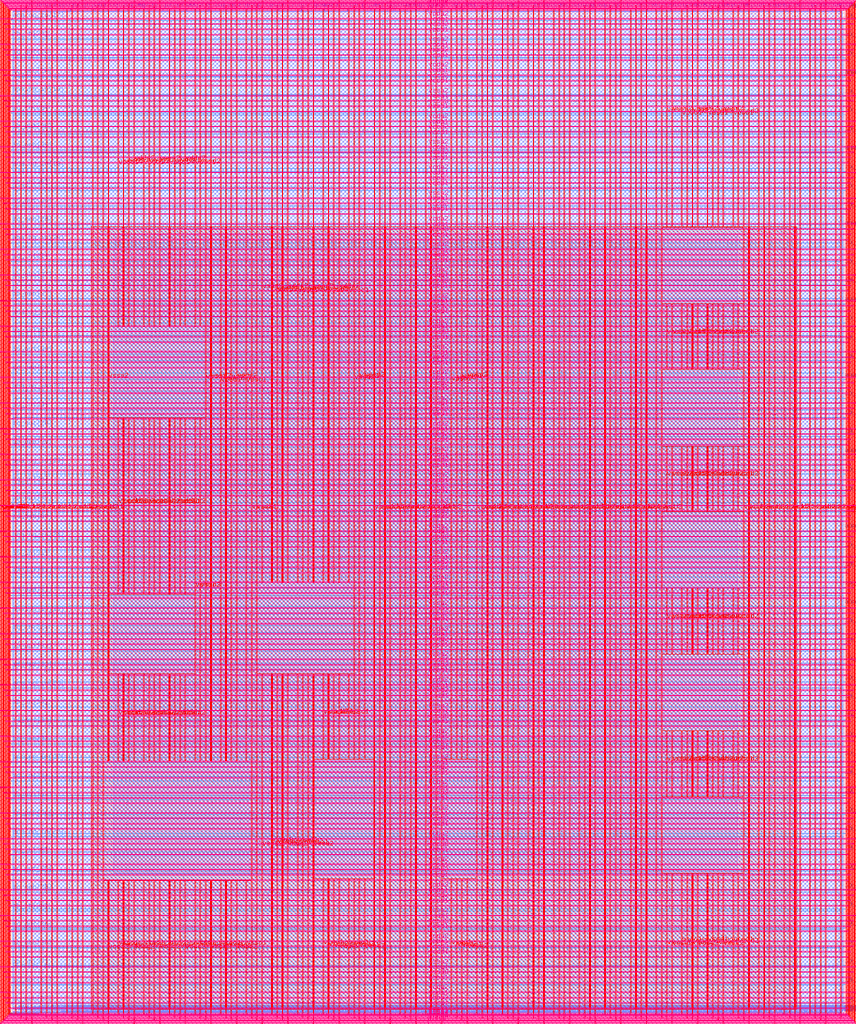
<source format=lef>
VERSION 5.7 ;
  NOWIREEXTENSIONATPIN ON ;
  DIVIDERCHAR "/" ;
  BUSBITCHARS "[]" ;
MACRO user_project_wrapper
  CLASS BLOCK ;
  FOREIGN user_project_wrapper ;
  ORIGIN 0.000 0.000 ;
  SIZE 2920.000 BY 3520.000 ;
  PIN analog_io[0]
    DIRECTION INOUT ;
    USE SIGNAL ;
    PORT
      LAYER met3 ;
        RECT 2917.600 1426.380 2924.800 1427.580 ;
    END
  END analog_io[0]
  PIN analog_io[10]
    DIRECTION INOUT ;
    USE SIGNAL ;
    PORT
      LAYER met2 ;
        RECT 2230.490 3517.600 2231.050 3524.800 ;
    END
  END analog_io[10]
  PIN analog_io[11]
    DIRECTION INOUT ;
    USE SIGNAL ;
    PORT
      LAYER met2 ;
        RECT 1905.730 3517.600 1906.290 3524.800 ;
    END
  END analog_io[11]
  PIN analog_io[12]
    DIRECTION INOUT ;
    USE SIGNAL ;
    PORT
      LAYER met2 ;
        RECT 1581.430 3517.600 1581.990 3524.800 ;
    END
  END analog_io[12]
  PIN analog_io[13]
    DIRECTION INOUT ;
    USE SIGNAL ;
    PORT
      LAYER met2 ;
        RECT 1257.130 3517.600 1257.690 3524.800 ;
    END
  END analog_io[13]
  PIN analog_io[14]
    DIRECTION INOUT ;
    USE SIGNAL ;
    PORT
      LAYER met2 ;
        RECT 932.370 3517.600 932.930 3524.800 ;
    END
  END analog_io[14]
  PIN analog_io[15]
    DIRECTION INOUT ;
    USE SIGNAL ;
    PORT
      LAYER met2 ;
        RECT 608.070 3517.600 608.630 3524.800 ;
    END
  END analog_io[15]
  PIN analog_io[16]
    DIRECTION INOUT ;
    USE SIGNAL ;
    PORT
      LAYER met2 ;
        RECT 283.770 3517.600 284.330 3524.800 ;
    END
  END analog_io[16]
  PIN analog_io[17]
    DIRECTION INOUT ;
    USE SIGNAL ;
    PORT
      LAYER met3 ;
        RECT -4.800 3486.100 2.400 3487.300 ;
    END
  END analog_io[17]
  PIN analog_io[18]
    DIRECTION INOUT ;
    USE SIGNAL ;
    PORT
      LAYER met3 ;
        RECT -4.800 3224.980 2.400 3226.180 ;
    END
  END analog_io[18]
  PIN analog_io[19]
    DIRECTION INOUT ;
    USE SIGNAL ;
    PORT
      LAYER met3 ;
        RECT -4.800 2964.540 2.400 2965.740 ;
    END
  END analog_io[19]
  PIN analog_io[1]
    DIRECTION INOUT ;
    USE SIGNAL ;
    PORT
      LAYER met3 ;
        RECT 2917.600 1692.260 2924.800 1693.460 ;
    END
  END analog_io[1]
  PIN analog_io[20]
    DIRECTION INOUT ;
    USE SIGNAL ;
    PORT
      LAYER met3 ;
        RECT -4.800 2703.420 2.400 2704.620 ;
    END
  END analog_io[20]
  PIN analog_io[21]
    DIRECTION INOUT ;
    USE SIGNAL ;
    PORT
      LAYER met3 ;
        RECT -4.800 2442.980 2.400 2444.180 ;
    END
  END analog_io[21]
  PIN analog_io[22]
    DIRECTION INOUT ;
    USE SIGNAL ;
    PORT
      LAYER met3 ;
        RECT -4.800 2182.540 2.400 2183.740 ;
    END
  END analog_io[22]
  PIN analog_io[23]
    DIRECTION INOUT ;
    USE SIGNAL ;
    PORT
      LAYER met3 ;
        RECT -4.800 1921.420 2.400 1922.620 ;
    END
  END analog_io[23]
  PIN analog_io[24]
    DIRECTION INOUT ;
    USE SIGNAL ;
    PORT
      LAYER met3 ;
        RECT -4.800 1660.980 2.400 1662.180 ;
    END
  END analog_io[24]
  PIN analog_io[25]
    DIRECTION INOUT ;
    USE SIGNAL ;
    PORT
      LAYER met3 ;
        RECT -4.800 1399.860 2.400 1401.060 ;
    END
  END analog_io[25]
  PIN analog_io[26]
    DIRECTION INOUT ;
    USE SIGNAL ;
    PORT
      LAYER met3 ;
        RECT -4.800 1139.420 2.400 1140.620 ;
    END
  END analog_io[26]
  PIN analog_io[27]
    DIRECTION INOUT ;
    USE SIGNAL ;
    PORT
      LAYER met3 ;
        RECT -4.800 878.980 2.400 880.180 ;
    END
  END analog_io[27]
  PIN analog_io[28]
    DIRECTION INOUT ;
    USE SIGNAL ;
    PORT
      LAYER met3 ;
        RECT -4.800 617.860 2.400 619.060 ;
    END
  END analog_io[28]
  PIN analog_io[2]
    DIRECTION INOUT ;
    USE SIGNAL ;
    PORT
      LAYER met3 ;
        RECT 2917.600 1958.140 2924.800 1959.340 ;
    END
  END analog_io[2]
  PIN analog_io[3]
    DIRECTION INOUT ;
    USE SIGNAL ;
    PORT
      LAYER met3 ;
        RECT 2917.600 2223.340 2924.800 2224.540 ;
    END
  END analog_io[3]
  PIN analog_io[4]
    DIRECTION INOUT ;
    USE SIGNAL ;
    PORT
      LAYER met3 ;
        RECT 2917.600 2489.220 2924.800 2490.420 ;
    END
  END analog_io[4]
  PIN analog_io[5]
    DIRECTION INOUT ;
    USE SIGNAL ;
    PORT
      LAYER met3 ;
        RECT 2917.600 2755.100 2924.800 2756.300 ;
    END
  END analog_io[5]
  PIN analog_io[6]
    DIRECTION INOUT ;
    USE SIGNAL ;
    PORT
      LAYER met3 ;
        RECT 2917.600 3020.300 2924.800 3021.500 ;
    END
  END analog_io[6]
  PIN analog_io[7]
    DIRECTION INOUT ;
    USE SIGNAL ;
    PORT
      LAYER met3 ;
        RECT 2917.600 3286.180 2924.800 3287.380 ;
    END
  END analog_io[7]
  PIN analog_io[8]
    DIRECTION INOUT ;
    USE SIGNAL ;
    PORT
      LAYER met2 ;
        RECT 2879.090 3517.600 2879.650 3524.800 ;
    END
  END analog_io[8]
  PIN analog_io[9]
    DIRECTION INOUT ;
    USE SIGNAL ;
    PORT
      LAYER met2 ;
        RECT 2554.790 3517.600 2555.350 3524.800 ;
    END
  END analog_io[9]
  PIN io_in[0]
    DIRECTION INPUT ;
    USE SIGNAL ;
    PORT
      LAYER met3 ;
        RECT 2917.600 32.380 2924.800 33.580 ;
    END
  END io_in[0]
  PIN io_in[10]
    DIRECTION INPUT ;
    USE SIGNAL ;
    PORT
      LAYER met3 ;
        RECT 2917.600 2289.980 2924.800 2291.180 ;
    END
  END io_in[10]
  PIN io_in[11]
    DIRECTION INPUT ;
    USE SIGNAL ;
    PORT
      LAYER met3 ;
        RECT 2917.600 2555.860 2924.800 2557.060 ;
    END
  END io_in[11]
  PIN io_in[12]
    DIRECTION INPUT ;
    USE SIGNAL ;
    PORT
      LAYER met3 ;
        RECT 2917.600 2821.060 2924.800 2822.260 ;
    END
  END io_in[12]
  PIN io_in[13]
    DIRECTION INPUT ;
    USE SIGNAL ;
    PORT
      LAYER met3 ;
        RECT 2917.600 3086.940 2924.800 3088.140 ;
    END
  END io_in[13]
  PIN io_in[14]
    DIRECTION INPUT ;
    USE SIGNAL ;
    PORT
      LAYER met3 ;
        RECT 2917.600 3352.820 2924.800 3354.020 ;
    END
  END io_in[14]
  PIN io_in[15]
    DIRECTION INPUT ;
    USE SIGNAL ;
    PORT
      LAYER met2 ;
        RECT 2798.130 3517.600 2798.690 3524.800 ;
    END
  END io_in[15]
  PIN io_in[16]
    DIRECTION INPUT ;
    USE SIGNAL ;
    PORT
      LAYER met2 ;
        RECT 2473.830 3517.600 2474.390 3524.800 ;
    END
  END io_in[16]
  PIN io_in[17]
    DIRECTION INPUT ;
    USE SIGNAL ;
    PORT
      LAYER met2 ;
        RECT 2149.070 3517.600 2149.630 3524.800 ;
    END
  END io_in[17]
  PIN io_in[18]
    DIRECTION INPUT ;
    USE SIGNAL ;
    PORT
      LAYER met2 ;
        RECT 1824.770 3517.600 1825.330 3524.800 ;
    END
  END io_in[18]
  PIN io_in[19]
    DIRECTION INPUT ;
    USE SIGNAL ;
    PORT
      LAYER met2 ;
        RECT 1500.470 3517.600 1501.030 3524.800 ;
    END
  END io_in[19]
  PIN io_in[1]
    DIRECTION INPUT ;
    USE SIGNAL ;
    PORT
      LAYER met3 ;
        RECT 2917.600 230.940 2924.800 232.140 ;
    END
  END io_in[1]
  PIN io_in[20]
    DIRECTION INPUT ;
    USE SIGNAL ;
    PORT
      LAYER met2 ;
        RECT 1175.710 3517.600 1176.270 3524.800 ;
    END
  END io_in[20]
  PIN io_in[21]
    DIRECTION INPUT ;
    USE SIGNAL ;
    PORT
      LAYER met2 ;
        RECT 851.410 3517.600 851.970 3524.800 ;
    END
  END io_in[21]
  PIN io_in[22]
    DIRECTION INPUT ;
    USE SIGNAL ;
    PORT
      LAYER met2 ;
        RECT 527.110 3517.600 527.670 3524.800 ;
    END
  END io_in[22]
  PIN io_in[23]
    DIRECTION INPUT ;
    USE SIGNAL ;
    PORT
      LAYER met2 ;
        RECT 202.350 3517.600 202.910 3524.800 ;
    END
  END io_in[23]
  PIN io_in[24]
    DIRECTION INPUT ;
    USE SIGNAL ;
    PORT
      LAYER met3 ;
        RECT -4.800 3420.820 2.400 3422.020 ;
    END
  END io_in[24]
  PIN io_in[25]
    DIRECTION INPUT ;
    USE SIGNAL ;
    PORT
      LAYER met3 ;
        RECT -4.800 3159.700 2.400 3160.900 ;
    END
  END io_in[25]
  PIN io_in[26]
    DIRECTION INPUT ;
    USE SIGNAL ;
    PORT
      LAYER met3 ;
        RECT -4.800 2899.260 2.400 2900.460 ;
    END
  END io_in[26]
  PIN io_in[27]
    DIRECTION INPUT ;
    USE SIGNAL ;
    PORT
      LAYER met3 ;
        RECT -4.800 2638.820 2.400 2640.020 ;
    END
  END io_in[27]
  PIN io_in[28]
    DIRECTION INPUT ;
    USE SIGNAL ;
    PORT
      LAYER met3 ;
        RECT -4.800 2377.700 2.400 2378.900 ;
    END
  END io_in[28]
  PIN io_in[29]
    DIRECTION INPUT ;
    USE SIGNAL ;
    PORT
      LAYER met3 ;
        RECT -4.800 2117.260 2.400 2118.460 ;
    END
  END io_in[29]
  PIN io_in[2]
    DIRECTION INPUT ;
    USE SIGNAL ;
    PORT
      LAYER met3 ;
        RECT 2917.600 430.180 2924.800 431.380 ;
    END
  END io_in[2]
  PIN io_in[30]
    DIRECTION INPUT ;
    USE SIGNAL ;
    PORT
      LAYER met3 ;
        RECT -4.800 1856.140 2.400 1857.340 ;
    END
  END io_in[30]
  PIN io_in[31]
    DIRECTION INPUT ;
    USE SIGNAL ;
    PORT
      LAYER met3 ;
        RECT -4.800 1595.700 2.400 1596.900 ;
    END
  END io_in[31]
  PIN io_in[32]
    DIRECTION INPUT ;
    USE SIGNAL ;
    PORT
      LAYER met3 ;
        RECT -4.800 1335.260 2.400 1336.460 ;
    END
  END io_in[32]
  PIN io_in[33]
    DIRECTION INPUT ;
    USE SIGNAL ;
    PORT
      LAYER met3 ;
        RECT -4.800 1074.140 2.400 1075.340 ;
    END
  END io_in[33]
  PIN io_in[34]
    DIRECTION INPUT ;
    USE SIGNAL ;
    PORT
      LAYER met3 ;
        RECT -4.800 813.700 2.400 814.900 ;
    END
  END io_in[34]
  PIN io_in[35]
    DIRECTION INPUT ;
    USE SIGNAL ;
    PORT
      LAYER met3 ;
        RECT -4.800 552.580 2.400 553.780 ;
    END
  END io_in[35]
  PIN io_in[36]
    DIRECTION INPUT ;
    USE SIGNAL ;
    PORT
      LAYER met3 ;
        RECT -4.800 357.420 2.400 358.620 ;
    END
  END io_in[36]
  PIN io_in[37]
    DIRECTION INPUT ;
    USE SIGNAL ;
    PORT
      LAYER met3 ;
        RECT -4.800 161.580 2.400 162.780 ;
    END
  END io_in[37]
  PIN io_in[3]
    DIRECTION INPUT ;
    USE SIGNAL ;
    PORT
      LAYER met3 ;
        RECT 2917.600 629.420 2924.800 630.620 ;
    END
  END io_in[3]
  PIN io_in[4]
    DIRECTION INPUT ;
    USE SIGNAL ;
    PORT
      LAYER met3 ;
        RECT 2917.600 828.660 2924.800 829.860 ;
    END
  END io_in[4]
  PIN io_in[5]
    DIRECTION INPUT ;
    USE SIGNAL ;
    PORT
      LAYER met3 ;
        RECT 2917.600 1027.900 2924.800 1029.100 ;
    END
  END io_in[5]
  PIN io_in[6]
    DIRECTION INPUT ;
    USE SIGNAL ;
    PORT
      LAYER met3 ;
        RECT 2917.600 1227.140 2924.800 1228.340 ;
    END
  END io_in[6]
  PIN io_in[7]
    DIRECTION INPUT ;
    USE SIGNAL ;
    PORT
      LAYER met3 ;
        RECT 2917.600 1493.020 2924.800 1494.220 ;
    END
  END io_in[7]
  PIN io_in[8]
    DIRECTION INPUT ;
    USE SIGNAL ;
    PORT
      LAYER met3 ;
        RECT 2917.600 1758.900 2924.800 1760.100 ;
    END
  END io_in[8]
  PIN io_in[9]
    DIRECTION INPUT ;
    USE SIGNAL ;
    PORT
      LAYER met3 ;
        RECT 2917.600 2024.100 2924.800 2025.300 ;
    END
  END io_in[9]
  PIN io_oeb[0]
    DIRECTION OUTPUT TRISTATE ;
    USE SIGNAL ;
    PORT
      LAYER met3 ;
        RECT 2917.600 164.980 2924.800 166.180 ;
    END
  END io_oeb[0]
  PIN io_oeb[10]
    DIRECTION OUTPUT TRISTATE ;
    USE SIGNAL ;
    PORT
      LAYER met3 ;
        RECT 2917.600 2422.580 2924.800 2423.780 ;
    END
  END io_oeb[10]
  PIN io_oeb[11]
    DIRECTION OUTPUT TRISTATE ;
    USE SIGNAL ;
    PORT
      LAYER met3 ;
        RECT 2917.600 2688.460 2924.800 2689.660 ;
    END
  END io_oeb[11]
  PIN io_oeb[12]
    DIRECTION OUTPUT TRISTATE ;
    USE SIGNAL ;
    PORT
      LAYER met3 ;
        RECT 2917.600 2954.340 2924.800 2955.540 ;
    END
  END io_oeb[12]
  PIN io_oeb[13]
    DIRECTION OUTPUT TRISTATE ;
    USE SIGNAL ;
    PORT
      LAYER met3 ;
        RECT 2917.600 3219.540 2924.800 3220.740 ;
    END
  END io_oeb[13]
  PIN io_oeb[14]
    DIRECTION OUTPUT TRISTATE ;
    USE SIGNAL ;
    PORT
      LAYER met3 ;
        RECT 2917.600 3485.420 2924.800 3486.620 ;
    END
  END io_oeb[14]
  PIN io_oeb[15]
    DIRECTION OUTPUT TRISTATE ;
    USE SIGNAL ;
    PORT
      LAYER met2 ;
        RECT 2635.750 3517.600 2636.310 3524.800 ;
    END
  END io_oeb[15]
  PIN io_oeb[16]
    DIRECTION OUTPUT TRISTATE ;
    USE SIGNAL ;
    PORT
      LAYER met2 ;
        RECT 2311.450 3517.600 2312.010 3524.800 ;
    END
  END io_oeb[16]
  PIN io_oeb[17]
    DIRECTION OUTPUT TRISTATE ;
    USE SIGNAL ;
    PORT
      LAYER met2 ;
        RECT 1987.150 3517.600 1987.710 3524.800 ;
    END
  END io_oeb[17]
  PIN io_oeb[18]
    DIRECTION OUTPUT TRISTATE ;
    USE SIGNAL ;
    PORT
      LAYER met2 ;
        RECT 1662.390 3517.600 1662.950 3524.800 ;
    END
  END io_oeb[18]
  PIN io_oeb[19]
    DIRECTION OUTPUT TRISTATE ;
    USE SIGNAL ;
    PORT
      LAYER met2 ;
        RECT 1338.090 3517.600 1338.650 3524.800 ;
    END
  END io_oeb[19]
  PIN io_oeb[1]
    DIRECTION OUTPUT TRISTATE ;
    USE SIGNAL ;
    PORT
      LAYER met3 ;
        RECT 2917.600 364.220 2924.800 365.420 ;
    END
  END io_oeb[1]
  PIN io_oeb[20]
    DIRECTION OUTPUT TRISTATE ;
    USE SIGNAL ;
    PORT
      LAYER met2 ;
        RECT 1013.790 3517.600 1014.350 3524.800 ;
    END
  END io_oeb[20]
  PIN io_oeb[21]
    DIRECTION OUTPUT TRISTATE ;
    USE SIGNAL ;
    PORT
      LAYER met2 ;
        RECT 689.030 3517.600 689.590 3524.800 ;
    END
  END io_oeb[21]
  PIN io_oeb[22]
    DIRECTION OUTPUT TRISTATE ;
    USE SIGNAL ;
    PORT
      LAYER met2 ;
        RECT 364.730 3517.600 365.290 3524.800 ;
    END
  END io_oeb[22]
  PIN io_oeb[23]
    DIRECTION OUTPUT TRISTATE ;
    USE SIGNAL ;
    PORT
      LAYER met2 ;
        RECT 40.430 3517.600 40.990 3524.800 ;
    END
  END io_oeb[23]
  PIN io_oeb[24]
    DIRECTION OUTPUT TRISTATE ;
    USE SIGNAL ;
    PORT
      LAYER met3 ;
        RECT -4.800 3290.260 2.400 3291.460 ;
    END
  END io_oeb[24]
  PIN io_oeb[25]
    DIRECTION OUTPUT TRISTATE ;
    USE SIGNAL ;
    PORT
      LAYER met3 ;
        RECT -4.800 3029.820 2.400 3031.020 ;
    END
  END io_oeb[25]
  PIN io_oeb[26]
    DIRECTION OUTPUT TRISTATE ;
    USE SIGNAL ;
    PORT
      LAYER met3 ;
        RECT -4.800 2768.700 2.400 2769.900 ;
    END
  END io_oeb[26]
  PIN io_oeb[27]
    DIRECTION OUTPUT TRISTATE ;
    USE SIGNAL ;
    PORT
      LAYER met3 ;
        RECT -4.800 2508.260 2.400 2509.460 ;
    END
  END io_oeb[27]
  PIN io_oeb[28]
    DIRECTION OUTPUT TRISTATE ;
    USE SIGNAL ;
    PORT
      LAYER met3 ;
        RECT -4.800 2247.140 2.400 2248.340 ;
    END
  END io_oeb[28]
  PIN io_oeb[29]
    DIRECTION OUTPUT TRISTATE ;
    USE SIGNAL ;
    PORT
      LAYER met3 ;
        RECT -4.800 1986.700 2.400 1987.900 ;
    END
  END io_oeb[29]
  PIN io_oeb[2]
    DIRECTION OUTPUT TRISTATE ;
    USE SIGNAL ;
    PORT
      LAYER met3 ;
        RECT 2917.600 563.460 2924.800 564.660 ;
    END
  END io_oeb[2]
  PIN io_oeb[30]
    DIRECTION OUTPUT TRISTATE ;
    USE SIGNAL ;
    PORT
      LAYER met3 ;
        RECT -4.800 1726.260 2.400 1727.460 ;
    END
  END io_oeb[30]
  PIN io_oeb[31]
    DIRECTION OUTPUT TRISTATE ;
    USE SIGNAL ;
    PORT
      LAYER met3 ;
        RECT -4.800 1465.140 2.400 1466.340 ;
    END
  END io_oeb[31]
  PIN io_oeb[32]
    DIRECTION OUTPUT TRISTATE ;
    USE SIGNAL ;
    PORT
      LAYER met3 ;
        RECT -4.800 1204.700 2.400 1205.900 ;
    END
  END io_oeb[32]
  PIN io_oeb[33]
    DIRECTION OUTPUT TRISTATE ;
    USE SIGNAL ;
    PORT
      LAYER met3 ;
        RECT -4.800 943.580 2.400 944.780 ;
    END
  END io_oeb[33]
  PIN io_oeb[34]
    DIRECTION OUTPUT TRISTATE ;
    USE SIGNAL ;
    PORT
      LAYER met3 ;
        RECT -4.800 683.140 2.400 684.340 ;
    END
  END io_oeb[34]
  PIN io_oeb[35]
    DIRECTION OUTPUT TRISTATE ;
    USE SIGNAL ;
    PORT
      LAYER met3 ;
        RECT -4.800 422.700 2.400 423.900 ;
    END
  END io_oeb[35]
  PIN io_oeb[36]
    DIRECTION OUTPUT TRISTATE ;
    USE SIGNAL ;
    PORT
      LAYER met3 ;
        RECT -4.800 226.860 2.400 228.060 ;
    END
  END io_oeb[36]
  PIN io_oeb[37]
    DIRECTION OUTPUT TRISTATE ;
    USE SIGNAL ;
    PORT
      LAYER met3 ;
        RECT -4.800 31.700 2.400 32.900 ;
    END
  END io_oeb[37]
  PIN io_oeb[3]
    DIRECTION OUTPUT TRISTATE ;
    USE SIGNAL ;
    PORT
      LAYER met3 ;
        RECT 2917.600 762.700 2924.800 763.900 ;
    END
  END io_oeb[3]
  PIN io_oeb[4]
    DIRECTION OUTPUT TRISTATE ;
    USE SIGNAL ;
    PORT
      LAYER met3 ;
        RECT 2917.600 961.940 2924.800 963.140 ;
    END
  END io_oeb[4]
  PIN io_oeb[5]
    DIRECTION OUTPUT TRISTATE ;
    USE SIGNAL ;
    PORT
      LAYER met3 ;
        RECT 2917.600 1161.180 2924.800 1162.380 ;
    END
  END io_oeb[5]
  PIN io_oeb[6]
    DIRECTION OUTPUT TRISTATE ;
    USE SIGNAL ;
    PORT
      LAYER met3 ;
        RECT 2917.600 1360.420 2924.800 1361.620 ;
    END
  END io_oeb[6]
  PIN io_oeb[7]
    DIRECTION OUTPUT TRISTATE ;
    USE SIGNAL ;
    PORT
      LAYER met3 ;
        RECT 2917.600 1625.620 2924.800 1626.820 ;
    END
  END io_oeb[7]
  PIN io_oeb[8]
    DIRECTION OUTPUT TRISTATE ;
    USE SIGNAL ;
    PORT
      LAYER met3 ;
        RECT 2917.600 1891.500 2924.800 1892.700 ;
    END
  END io_oeb[8]
  PIN io_oeb[9]
    DIRECTION OUTPUT TRISTATE ;
    USE SIGNAL ;
    PORT
      LAYER met3 ;
        RECT 2917.600 2157.380 2924.800 2158.580 ;
    END
  END io_oeb[9]
  PIN io_out[0]
    DIRECTION OUTPUT TRISTATE ;
    USE SIGNAL ;
    PORT
      LAYER met3 ;
        RECT 2917.600 98.340 2924.800 99.540 ;
    END
  END io_out[0]
  PIN io_out[10]
    DIRECTION OUTPUT TRISTATE ;
    USE SIGNAL ;
    PORT
      LAYER met3 ;
        RECT 2917.600 2356.620 2924.800 2357.820 ;
    END
  END io_out[10]
  PIN io_out[11]
    DIRECTION OUTPUT TRISTATE ;
    USE SIGNAL ;
    PORT
      LAYER met3 ;
        RECT 2917.600 2621.820 2924.800 2623.020 ;
    END
  END io_out[11]
  PIN io_out[12]
    DIRECTION OUTPUT TRISTATE ;
    USE SIGNAL ;
    PORT
      LAYER met3 ;
        RECT 2917.600 2887.700 2924.800 2888.900 ;
    END
  END io_out[12]
  PIN io_out[13]
    DIRECTION OUTPUT TRISTATE ;
    USE SIGNAL ;
    PORT
      LAYER met3 ;
        RECT 2917.600 3153.580 2924.800 3154.780 ;
    END
  END io_out[13]
  PIN io_out[14]
    DIRECTION OUTPUT TRISTATE ;
    USE SIGNAL ;
    PORT
      LAYER met3 ;
        RECT 2917.600 3418.780 2924.800 3419.980 ;
    END
  END io_out[14]
  PIN io_out[15]
    DIRECTION OUTPUT TRISTATE ;
    USE SIGNAL ;
    PORT
      LAYER met2 ;
        RECT 2717.170 3517.600 2717.730 3524.800 ;
    END
  END io_out[15]
  PIN io_out[16]
    DIRECTION OUTPUT TRISTATE ;
    USE SIGNAL ;
    PORT
      LAYER met2 ;
        RECT 2392.410 3517.600 2392.970 3524.800 ;
    END
  END io_out[16]
  PIN io_out[17]
    DIRECTION OUTPUT TRISTATE ;
    USE SIGNAL ;
    PORT
      LAYER met2 ;
        RECT 2068.110 3517.600 2068.670 3524.800 ;
    END
  END io_out[17]
  PIN io_out[18]
    DIRECTION OUTPUT TRISTATE ;
    USE SIGNAL ;
    PORT
      LAYER met2 ;
        RECT 1743.810 3517.600 1744.370 3524.800 ;
    END
  END io_out[18]
  PIN io_out[19]
    DIRECTION OUTPUT TRISTATE ;
    USE SIGNAL ;
    PORT
      LAYER met2 ;
        RECT 1419.050 3517.600 1419.610 3524.800 ;
    END
  END io_out[19]
  PIN io_out[1]
    DIRECTION OUTPUT TRISTATE ;
    USE SIGNAL ;
    PORT
      LAYER met3 ;
        RECT 2917.600 297.580 2924.800 298.780 ;
    END
  END io_out[1]
  PIN io_out[20]
    DIRECTION OUTPUT TRISTATE ;
    USE SIGNAL ;
    PORT
      LAYER met2 ;
        RECT 1094.750 3517.600 1095.310 3524.800 ;
    END
  END io_out[20]
  PIN io_out[21]
    DIRECTION OUTPUT TRISTATE ;
    USE SIGNAL ;
    PORT
      LAYER met2 ;
        RECT 770.450 3517.600 771.010 3524.800 ;
    END
  END io_out[21]
  PIN io_out[22]
    DIRECTION OUTPUT TRISTATE ;
    USE SIGNAL ;
    PORT
      LAYER met2 ;
        RECT 445.690 3517.600 446.250 3524.800 ;
    END
  END io_out[22]
  PIN io_out[23]
    DIRECTION OUTPUT TRISTATE ;
    USE SIGNAL ;
    PORT
      LAYER met2 ;
        RECT 121.390 3517.600 121.950 3524.800 ;
    END
  END io_out[23]
  PIN io_out[24]
    DIRECTION OUTPUT TRISTATE ;
    USE SIGNAL ;
    PORT
      LAYER met3 ;
        RECT -4.800 3355.540 2.400 3356.740 ;
    END
  END io_out[24]
  PIN io_out[25]
    DIRECTION OUTPUT TRISTATE ;
    USE SIGNAL ;
    PORT
      LAYER met3 ;
        RECT -4.800 3095.100 2.400 3096.300 ;
    END
  END io_out[25]
  PIN io_out[26]
    DIRECTION OUTPUT TRISTATE ;
    USE SIGNAL ;
    PORT
      LAYER met3 ;
        RECT -4.800 2833.980 2.400 2835.180 ;
    END
  END io_out[26]
  PIN io_out[27]
    DIRECTION OUTPUT TRISTATE ;
    USE SIGNAL ;
    PORT
      LAYER met3 ;
        RECT -4.800 2573.540 2.400 2574.740 ;
    END
  END io_out[27]
  PIN io_out[28]
    DIRECTION OUTPUT TRISTATE ;
    USE SIGNAL ;
    PORT
      LAYER met3 ;
        RECT -4.800 2312.420 2.400 2313.620 ;
    END
  END io_out[28]
  PIN io_out[29]
    DIRECTION OUTPUT TRISTATE ;
    USE SIGNAL ;
    PORT
      LAYER met3 ;
        RECT -4.800 2051.980 2.400 2053.180 ;
    END
  END io_out[29]
  PIN io_out[2]
    DIRECTION OUTPUT TRISTATE ;
    USE SIGNAL ;
    PORT
      LAYER met3 ;
        RECT 2917.600 496.820 2924.800 498.020 ;
    END
  END io_out[2]
  PIN io_out[30]
    DIRECTION OUTPUT TRISTATE ;
    USE SIGNAL ;
    PORT
      LAYER met3 ;
        RECT -4.800 1791.540 2.400 1792.740 ;
    END
  END io_out[30]
  PIN io_out[31]
    DIRECTION OUTPUT TRISTATE ;
    USE SIGNAL ;
    PORT
      LAYER met3 ;
        RECT -4.800 1530.420 2.400 1531.620 ;
    END
  END io_out[31]
  PIN io_out[32]
    DIRECTION OUTPUT TRISTATE ;
    USE SIGNAL ;
    PORT
      LAYER met3 ;
        RECT -4.800 1269.980 2.400 1271.180 ;
    END
  END io_out[32]
  PIN io_out[33]
    DIRECTION OUTPUT TRISTATE ;
    USE SIGNAL ;
    PORT
      LAYER met3 ;
        RECT -4.800 1008.860 2.400 1010.060 ;
    END
  END io_out[33]
  PIN io_out[34]
    DIRECTION OUTPUT TRISTATE ;
    USE SIGNAL ;
    PORT
      LAYER met3 ;
        RECT -4.800 748.420 2.400 749.620 ;
    END
  END io_out[34]
  PIN io_out[35]
    DIRECTION OUTPUT TRISTATE ;
    USE SIGNAL ;
    PORT
      LAYER met3 ;
        RECT -4.800 487.300 2.400 488.500 ;
    END
  END io_out[35]
  PIN io_out[36]
    DIRECTION OUTPUT TRISTATE ;
    USE SIGNAL ;
    PORT
      LAYER met3 ;
        RECT -4.800 292.140 2.400 293.340 ;
    END
  END io_out[36]
  PIN io_out[37]
    DIRECTION OUTPUT TRISTATE ;
    USE SIGNAL ;
    PORT
      LAYER met3 ;
        RECT -4.800 96.300 2.400 97.500 ;
    END
  END io_out[37]
  PIN io_out[3]
    DIRECTION OUTPUT TRISTATE ;
    USE SIGNAL ;
    PORT
      LAYER met3 ;
        RECT 2917.600 696.060 2924.800 697.260 ;
    END
  END io_out[3]
  PIN io_out[4]
    DIRECTION OUTPUT TRISTATE ;
    USE SIGNAL ;
    PORT
      LAYER met3 ;
        RECT 2917.600 895.300 2924.800 896.500 ;
    END
  END io_out[4]
  PIN io_out[5]
    DIRECTION OUTPUT TRISTATE ;
    USE SIGNAL ;
    PORT
      LAYER met3 ;
        RECT 2917.600 1094.540 2924.800 1095.740 ;
    END
  END io_out[5]
  PIN io_out[6]
    DIRECTION OUTPUT TRISTATE ;
    USE SIGNAL ;
    PORT
      LAYER met3 ;
        RECT 2917.600 1293.780 2924.800 1294.980 ;
    END
  END io_out[6]
  PIN io_out[7]
    DIRECTION OUTPUT TRISTATE ;
    USE SIGNAL ;
    PORT
      LAYER met3 ;
        RECT 2917.600 1559.660 2924.800 1560.860 ;
    END
  END io_out[7]
  PIN io_out[8]
    DIRECTION OUTPUT TRISTATE ;
    USE SIGNAL ;
    PORT
      LAYER met3 ;
        RECT 2917.600 1824.860 2924.800 1826.060 ;
    END
  END io_out[8]
  PIN io_out[9]
    DIRECTION OUTPUT TRISTATE ;
    USE SIGNAL ;
    PORT
      LAYER met3 ;
        RECT 2917.600 2090.740 2924.800 2091.940 ;
    END
  END io_out[9]
  PIN la_data_in[0]
    DIRECTION INPUT ;
    USE SIGNAL ;
    PORT
      LAYER met2 ;
        RECT 629.230 -4.800 629.790 2.400 ;
    END
  END la_data_in[0]
  PIN la_data_in[100]
    DIRECTION INPUT ;
    USE SIGNAL ;
    PORT
      LAYER met2 ;
        RECT 2402.530 -4.800 2403.090 2.400 ;
    END
  END la_data_in[100]
  PIN la_data_in[101]
    DIRECTION INPUT ;
    USE SIGNAL ;
    PORT
      LAYER met2 ;
        RECT 2420.010 -4.800 2420.570 2.400 ;
    END
  END la_data_in[101]
  PIN la_data_in[102]
    DIRECTION INPUT ;
    USE SIGNAL ;
    PORT
      LAYER met2 ;
        RECT 2437.950 -4.800 2438.510 2.400 ;
    END
  END la_data_in[102]
  PIN la_data_in[103]
    DIRECTION INPUT ;
    USE SIGNAL ;
    PORT
      LAYER met2 ;
        RECT 2455.430 -4.800 2455.990 2.400 ;
    END
  END la_data_in[103]
  PIN la_data_in[104]
    DIRECTION INPUT ;
    USE SIGNAL ;
    PORT
      LAYER met2 ;
        RECT 2473.370 -4.800 2473.930 2.400 ;
    END
  END la_data_in[104]
  PIN la_data_in[105]
    DIRECTION INPUT ;
    USE SIGNAL ;
    PORT
      LAYER met2 ;
        RECT 2490.850 -4.800 2491.410 2.400 ;
    END
  END la_data_in[105]
  PIN la_data_in[106]
    DIRECTION INPUT ;
    USE SIGNAL ;
    PORT
      LAYER met2 ;
        RECT 2508.790 -4.800 2509.350 2.400 ;
    END
  END la_data_in[106]
  PIN la_data_in[107]
    DIRECTION INPUT ;
    USE SIGNAL ;
    PORT
      LAYER met2 ;
        RECT 2526.730 -4.800 2527.290 2.400 ;
    END
  END la_data_in[107]
  PIN la_data_in[108]
    DIRECTION INPUT ;
    USE SIGNAL ;
    PORT
      LAYER met2 ;
        RECT 2544.210 -4.800 2544.770 2.400 ;
    END
  END la_data_in[108]
  PIN la_data_in[109]
    DIRECTION INPUT ;
    USE SIGNAL ;
    PORT
      LAYER met2 ;
        RECT 2562.150 -4.800 2562.710 2.400 ;
    END
  END la_data_in[109]
  PIN la_data_in[10]
    DIRECTION INPUT ;
    USE SIGNAL ;
    PORT
      LAYER met2 ;
        RECT 806.330 -4.800 806.890 2.400 ;
    END
  END la_data_in[10]
  PIN la_data_in[110]
    DIRECTION INPUT ;
    USE SIGNAL ;
    PORT
      LAYER met2 ;
        RECT 2579.630 -4.800 2580.190 2.400 ;
    END
  END la_data_in[110]
  PIN la_data_in[111]
    DIRECTION INPUT ;
    USE SIGNAL ;
    PORT
      LAYER met2 ;
        RECT 2597.570 -4.800 2598.130 2.400 ;
    END
  END la_data_in[111]
  PIN la_data_in[112]
    DIRECTION INPUT ;
    USE SIGNAL ;
    PORT
      LAYER met2 ;
        RECT 2615.050 -4.800 2615.610 2.400 ;
    END
  END la_data_in[112]
  PIN la_data_in[113]
    DIRECTION INPUT ;
    USE SIGNAL ;
    PORT
      LAYER met2 ;
        RECT 2632.990 -4.800 2633.550 2.400 ;
    END
  END la_data_in[113]
  PIN la_data_in[114]
    DIRECTION INPUT ;
    USE SIGNAL ;
    PORT
      LAYER met2 ;
        RECT 2650.470 -4.800 2651.030 2.400 ;
    END
  END la_data_in[114]
  PIN la_data_in[115]
    DIRECTION INPUT ;
    USE SIGNAL ;
    PORT
      LAYER met2 ;
        RECT 2668.410 -4.800 2668.970 2.400 ;
    END
  END la_data_in[115]
  PIN la_data_in[116]
    DIRECTION INPUT ;
    USE SIGNAL ;
    PORT
      LAYER met2 ;
        RECT 2685.890 -4.800 2686.450 2.400 ;
    END
  END la_data_in[116]
  PIN la_data_in[117]
    DIRECTION INPUT ;
    USE SIGNAL ;
    PORT
      LAYER met2 ;
        RECT 2703.830 -4.800 2704.390 2.400 ;
    END
  END la_data_in[117]
  PIN la_data_in[118]
    DIRECTION INPUT ;
    USE SIGNAL ;
    PORT
      LAYER met2 ;
        RECT 2721.770 -4.800 2722.330 2.400 ;
    END
  END la_data_in[118]
  PIN la_data_in[119]
    DIRECTION INPUT ;
    USE SIGNAL ;
    PORT
      LAYER met2 ;
        RECT 2739.250 -4.800 2739.810 2.400 ;
    END
  END la_data_in[119]
  PIN la_data_in[11]
    DIRECTION INPUT ;
    USE SIGNAL ;
    PORT
      LAYER met2 ;
        RECT 824.270 -4.800 824.830 2.400 ;
    END
  END la_data_in[11]
  PIN la_data_in[120]
    DIRECTION INPUT ;
    USE SIGNAL ;
    PORT
      LAYER met2 ;
        RECT 2757.190 -4.800 2757.750 2.400 ;
    END
  END la_data_in[120]
  PIN la_data_in[121]
    DIRECTION INPUT ;
    USE SIGNAL ;
    PORT
      LAYER met2 ;
        RECT 2774.670 -4.800 2775.230 2.400 ;
    END
  END la_data_in[121]
  PIN la_data_in[122]
    DIRECTION INPUT ;
    USE SIGNAL ;
    PORT
      LAYER met2 ;
        RECT 2792.610 -4.800 2793.170 2.400 ;
    END
  END la_data_in[122]
  PIN la_data_in[123]
    DIRECTION INPUT ;
    USE SIGNAL ;
    PORT
      LAYER met2 ;
        RECT 2810.090 -4.800 2810.650 2.400 ;
    END
  END la_data_in[123]
  PIN la_data_in[124]
    DIRECTION INPUT ;
    USE SIGNAL ;
    PORT
      LAYER met2 ;
        RECT 2828.030 -4.800 2828.590 2.400 ;
    END
  END la_data_in[124]
  PIN la_data_in[125]
    DIRECTION INPUT ;
    USE SIGNAL ;
    PORT
      LAYER met2 ;
        RECT 2845.510 -4.800 2846.070 2.400 ;
    END
  END la_data_in[125]
  PIN la_data_in[126]
    DIRECTION INPUT ;
    USE SIGNAL ;
    PORT
      LAYER met2 ;
        RECT 2863.450 -4.800 2864.010 2.400 ;
    END
  END la_data_in[126]
  PIN la_data_in[127]
    DIRECTION INPUT ;
    USE SIGNAL ;
    PORT
      LAYER met2 ;
        RECT 2881.390 -4.800 2881.950 2.400 ;
    END
  END la_data_in[127]
  PIN la_data_in[12]
    DIRECTION INPUT ;
    USE SIGNAL ;
    PORT
      LAYER met2 ;
        RECT 841.750 -4.800 842.310 2.400 ;
    END
  END la_data_in[12]
  PIN la_data_in[13]
    DIRECTION INPUT ;
    USE SIGNAL ;
    PORT
      LAYER met2 ;
        RECT 859.690 -4.800 860.250 2.400 ;
    END
  END la_data_in[13]
  PIN la_data_in[14]
    DIRECTION INPUT ;
    USE SIGNAL ;
    PORT
      LAYER met2 ;
        RECT 877.170 -4.800 877.730 2.400 ;
    END
  END la_data_in[14]
  PIN la_data_in[15]
    DIRECTION INPUT ;
    USE SIGNAL ;
    PORT
      LAYER met2 ;
        RECT 895.110 -4.800 895.670 2.400 ;
    END
  END la_data_in[15]
  PIN la_data_in[16]
    DIRECTION INPUT ;
    USE SIGNAL ;
    PORT
      LAYER met2 ;
        RECT 912.590 -4.800 913.150 2.400 ;
    END
  END la_data_in[16]
  PIN la_data_in[17]
    DIRECTION INPUT ;
    USE SIGNAL ;
    PORT
      LAYER met2 ;
        RECT 930.530 -4.800 931.090 2.400 ;
    END
  END la_data_in[17]
  PIN la_data_in[18]
    DIRECTION INPUT ;
    USE SIGNAL ;
    PORT
      LAYER met2 ;
        RECT 948.470 -4.800 949.030 2.400 ;
    END
  END la_data_in[18]
  PIN la_data_in[19]
    DIRECTION INPUT ;
    USE SIGNAL ;
    PORT
      LAYER met2 ;
        RECT 965.950 -4.800 966.510 2.400 ;
    END
  END la_data_in[19]
  PIN la_data_in[1]
    DIRECTION INPUT ;
    USE SIGNAL ;
    PORT
      LAYER met2 ;
        RECT 646.710 -4.800 647.270 2.400 ;
    END
  END la_data_in[1]
  PIN la_data_in[20]
    DIRECTION INPUT ;
    USE SIGNAL ;
    PORT
      LAYER met2 ;
        RECT 983.890 -4.800 984.450 2.400 ;
    END
  END la_data_in[20]
  PIN la_data_in[21]
    DIRECTION INPUT ;
    USE SIGNAL ;
    PORT
      LAYER met2 ;
        RECT 1001.370 -4.800 1001.930 2.400 ;
    END
  END la_data_in[21]
  PIN la_data_in[22]
    DIRECTION INPUT ;
    USE SIGNAL ;
    PORT
      LAYER met2 ;
        RECT 1019.310 -4.800 1019.870 2.400 ;
    END
  END la_data_in[22]
  PIN la_data_in[23]
    DIRECTION INPUT ;
    USE SIGNAL ;
    PORT
      LAYER met2 ;
        RECT 1036.790 -4.800 1037.350 2.400 ;
    END
  END la_data_in[23]
  PIN la_data_in[24]
    DIRECTION INPUT ;
    USE SIGNAL ;
    PORT
      LAYER met2 ;
        RECT 1054.730 -4.800 1055.290 2.400 ;
    END
  END la_data_in[24]
  PIN la_data_in[25]
    DIRECTION INPUT ;
    USE SIGNAL ;
    PORT
      LAYER met2 ;
        RECT 1072.210 -4.800 1072.770 2.400 ;
    END
  END la_data_in[25]
  PIN la_data_in[26]
    DIRECTION INPUT ;
    USE SIGNAL ;
    PORT
      LAYER met2 ;
        RECT 1090.150 -4.800 1090.710 2.400 ;
    END
  END la_data_in[26]
  PIN la_data_in[27]
    DIRECTION INPUT ;
    USE SIGNAL ;
    PORT
      LAYER met2 ;
        RECT 1107.630 -4.800 1108.190 2.400 ;
    END
  END la_data_in[27]
  PIN la_data_in[28]
    DIRECTION INPUT ;
    USE SIGNAL ;
    PORT
      LAYER met2 ;
        RECT 1125.570 -4.800 1126.130 2.400 ;
    END
  END la_data_in[28]
  PIN la_data_in[29]
    DIRECTION INPUT ;
    USE SIGNAL ;
    PORT
      LAYER met2 ;
        RECT 1143.510 -4.800 1144.070 2.400 ;
    END
  END la_data_in[29]
  PIN la_data_in[2]
    DIRECTION INPUT ;
    USE SIGNAL ;
    PORT
      LAYER met2 ;
        RECT 664.650 -4.800 665.210 2.400 ;
    END
  END la_data_in[2]
  PIN la_data_in[30]
    DIRECTION INPUT ;
    USE SIGNAL ;
    PORT
      LAYER met2 ;
        RECT 1160.990 -4.800 1161.550 2.400 ;
    END
  END la_data_in[30]
  PIN la_data_in[31]
    DIRECTION INPUT ;
    USE SIGNAL ;
    PORT
      LAYER met2 ;
        RECT 1178.930 -4.800 1179.490 2.400 ;
    END
  END la_data_in[31]
  PIN la_data_in[32]
    DIRECTION INPUT ;
    USE SIGNAL ;
    PORT
      LAYER met2 ;
        RECT 1196.410 -4.800 1196.970 2.400 ;
    END
  END la_data_in[32]
  PIN la_data_in[33]
    DIRECTION INPUT ;
    USE SIGNAL ;
    PORT
      LAYER met2 ;
        RECT 1214.350 -4.800 1214.910 2.400 ;
    END
  END la_data_in[33]
  PIN la_data_in[34]
    DIRECTION INPUT ;
    USE SIGNAL ;
    PORT
      LAYER met2 ;
        RECT 1231.830 -4.800 1232.390 2.400 ;
    END
  END la_data_in[34]
  PIN la_data_in[35]
    DIRECTION INPUT ;
    USE SIGNAL ;
    PORT
      LAYER met2 ;
        RECT 1249.770 -4.800 1250.330 2.400 ;
    END
  END la_data_in[35]
  PIN la_data_in[36]
    DIRECTION INPUT ;
    USE SIGNAL ;
    PORT
      LAYER met2 ;
        RECT 1267.250 -4.800 1267.810 2.400 ;
    END
  END la_data_in[36]
  PIN la_data_in[37]
    DIRECTION INPUT ;
    USE SIGNAL ;
    PORT
      LAYER met2 ;
        RECT 1285.190 -4.800 1285.750 2.400 ;
    END
  END la_data_in[37]
  PIN la_data_in[38]
    DIRECTION INPUT ;
    USE SIGNAL ;
    PORT
      LAYER met2 ;
        RECT 1303.130 -4.800 1303.690 2.400 ;
    END
  END la_data_in[38]
  PIN la_data_in[39]
    DIRECTION INPUT ;
    USE SIGNAL ;
    PORT
      LAYER met2 ;
        RECT 1320.610 -4.800 1321.170 2.400 ;
    END
  END la_data_in[39]
  PIN la_data_in[3]
    DIRECTION INPUT ;
    USE SIGNAL ;
    PORT
      LAYER met2 ;
        RECT 682.130 -4.800 682.690 2.400 ;
    END
  END la_data_in[3]
  PIN la_data_in[40]
    DIRECTION INPUT ;
    USE SIGNAL ;
    PORT
      LAYER met2 ;
        RECT 1338.550 -4.800 1339.110 2.400 ;
    END
  END la_data_in[40]
  PIN la_data_in[41]
    DIRECTION INPUT ;
    USE SIGNAL ;
    PORT
      LAYER met2 ;
        RECT 1356.030 -4.800 1356.590 2.400 ;
    END
  END la_data_in[41]
  PIN la_data_in[42]
    DIRECTION INPUT ;
    USE SIGNAL ;
    PORT
      LAYER met2 ;
        RECT 1373.970 -4.800 1374.530 2.400 ;
    END
  END la_data_in[42]
  PIN la_data_in[43]
    DIRECTION INPUT ;
    USE SIGNAL ;
    PORT
      LAYER met2 ;
        RECT 1391.450 -4.800 1392.010 2.400 ;
    END
  END la_data_in[43]
  PIN la_data_in[44]
    DIRECTION INPUT ;
    USE SIGNAL ;
    PORT
      LAYER met2 ;
        RECT 1409.390 -4.800 1409.950 2.400 ;
    END
  END la_data_in[44]
  PIN la_data_in[45]
    DIRECTION INPUT ;
    USE SIGNAL ;
    PORT
      LAYER met2 ;
        RECT 1426.870 -4.800 1427.430 2.400 ;
    END
  END la_data_in[45]
  PIN la_data_in[46]
    DIRECTION INPUT ;
    USE SIGNAL ;
    PORT
      LAYER met2 ;
        RECT 1444.810 -4.800 1445.370 2.400 ;
    END
  END la_data_in[46]
  PIN la_data_in[47]
    DIRECTION INPUT ;
    USE SIGNAL ;
    PORT
      LAYER met2 ;
        RECT 1462.750 -4.800 1463.310 2.400 ;
    END
  END la_data_in[47]
  PIN la_data_in[48]
    DIRECTION INPUT ;
    USE SIGNAL ;
    PORT
      LAYER met2 ;
        RECT 1480.230 -4.800 1480.790 2.400 ;
    END
  END la_data_in[48]
  PIN la_data_in[49]
    DIRECTION INPUT ;
    USE SIGNAL ;
    PORT
      LAYER met2 ;
        RECT 1498.170 -4.800 1498.730 2.400 ;
    END
  END la_data_in[49]
  PIN la_data_in[4]
    DIRECTION INPUT ;
    USE SIGNAL ;
    PORT
      LAYER met2 ;
        RECT 700.070 -4.800 700.630 2.400 ;
    END
  END la_data_in[4]
  PIN la_data_in[50]
    DIRECTION INPUT ;
    USE SIGNAL ;
    PORT
      LAYER met2 ;
        RECT 1515.650 -4.800 1516.210 2.400 ;
    END
  END la_data_in[50]
  PIN la_data_in[51]
    DIRECTION INPUT ;
    USE SIGNAL ;
    PORT
      LAYER met2 ;
        RECT 1533.590 -4.800 1534.150 2.400 ;
    END
  END la_data_in[51]
  PIN la_data_in[52]
    DIRECTION INPUT ;
    USE SIGNAL ;
    PORT
      LAYER met2 ;
        RECT 1551.070 -4.800 1551.630 2.400 ;
    END
  END la_data_in[52]
  PIN la_data_in[53]
    DIRECTION INPUT ;
    USE SIGNAL ;
    PORT
      LAYER met2 ;
        RECT 1569.010 -4.800 1569.570 2.400 ;
    END
  END la_data_in[53]
  PIN la_data_in[54]
    DIRECTION INPUT ;
    USE SIGNAL ;
    PORT
      LAYER met2 ;
        RECT 1586.490 -4.800 1587.050 2.400 ;
    END
  END la_data_in[54]
  PIN la_data_in[55]
    DIRECTION INPUT ;
    USE SIGNAL ;
    PORT
      LAYER met2 ;
        RECT 1604.430 -4.800 1604.990 2.400 ;
    END
  END la_data_in[55]
  PIN la_data_in[56]
    DIRECTION INPUT ;
    USE SIGNAL ;
    PORT
      LAYER met2 ;
        RECT 1621.910 -4.800 1622.470 2.400 ;
    END
  END la_data_in[56]
  PIN la_data_in[57]
    DIRECTION INPUT ;
    USE SIGNAL ;
    PORT
      LAYER met2 ;
        RECT 1639.850 -4.800 1640.410 2.400 ;
    END
  END la_data_in[57]
  PIN la_data_in[58]
    DIRECTION INPUT ;
    USE SIGNAL ;
    PORT
      LAYER met2 ;
        RECT 1657.790 -4.800 1658.350 2.400 ;
    END
  END la_data_in[58]
  PIN la_data_in[59]
    DIRECTION INPUT ;
    USE SIGNAL ;
    PORT
      LAYER met2 ;
        RECT 1675.270 -4.800 1675.830 2.400 ;
    END
  END la_data_in[59]
  PIN la_data_in[5]
    DIRECTION INPUT ;
    USE SIGNAL ;
    PORT
      LAYER met2 ;
        RECT 717.550 -4.800 718.110 2.400 ;
    END
  END la_data_in[5]
  PIN la_data_in[60]
    DIRECTION INPUT ;
    USE SIGNAL ;
    PORT
      LAYER met2 ;
        RECT 1693.210 -4.800 1693.770 2.400 ;
    END
  END la_data_in[60]
  PIN la_data_in[61]
    DIRECTION INPUT ;
    USE SIGNAL ;
    PORT
      LAYER met2 ;
        RECT 1710.690 -4.800 1711.250 2.400 ;
    END
  END la_data_in[61]
  PIN la_data_in[62]
    DIRECTION INPUT ;
    USE SIGNAL ;
    PORT
      LAYER met2 ;
        RECT 1728.630 -4.800 1729.190 2.400 ;
    END
  END la_data_in[62]
  PIN la_data_in[63]
    DIRECTION INPUT ;
    USE SIGNAL ;
    PORT
      LAYER met2 ;
        RECT 1746.110 -4.800 1746.670 2.400 ;
    END
  END la_data_in[63]
  PIN la_data_in[64]
    DIRECTION INPUT ;
    USE SIGNAL ;
    PORT
      LAYER met2 ;
        RECT 1764.050 -4.800 1764.610 2.400 ;
    END
  END la_data_in[64]
  PIN la_data_in[65]
    DIRECTION INPUT ;
    USE SIGNAL ;
    PORT
      LAYER met2 ;
        RECT 1781.530 -4.800 1782.090 2.400 ;
    END
  END la_data_in[65]
  PIN la_data_in[66]
    DIRECTION INPUT ;
    USE SIGNAL ;
    PORT
      LAYER met2 ;
        RECT 1799.470 -4.800 1800.030 2.400 ;
    END
  END la_data_in[66]
  PIN la_data_in[67]
    DIRECTION INPUT ;
    USE SIGNAL ;
    PORT
      LAYER met2 ;
        RECT 1817.410 -4.800 1817.970 2.400 ;
    END
  END la_data_in[67]
  PIN la_data_in[68]
    DIRECTION INPUT ;
    USE SIGNAL ;
    PORT
      LAYER met2 ;
        RECT 1834.890 -4.800 1835.450 2.400 ;
    END
  END la_data_in[68]
  PIN la_data_in[69]
    DIRECTION INPUT ;
    USE SIGNAL ;
    PORT
      LAYER met2 ;
        RECT 1852.830 -4.800 1853.390 2.400 ;
    END
  END la_data_in[69]
  PIN la_data_in[6]
    DIRECTION INPUT ;
    USE SIGNAL ;
    PORT
      LAYER met2 ;
        RECT 735.490 -4.800 736.050 2.400 ;
    END
  END la_data_in[6]
  PIN la_data_in[70]
    DIRECTION INPUT ;
    USE SIGNAL ;
    PORT
      LAYER met2 ;
        RECT 1870.310 -4.800 1870.870 2.400 ;
    END
  END la_data_in[70]
  PIN la_data_in[71]
    DIRECTION INPUT ;
    USE SIGNAL ;
    PORT
      LAYER met2 ;
        RECT 1888.250 -4.800 1888.810 2.400 ;
    END
  END la_data_in[71]
  PIN la_data_in[72]
    DIRECTION INPUT ;
    USE SIGNAL ;
    PORT
      LAYER met2 ;
        RECT 1905.730 -4.800 1906.290 2.400 ;
    END
  END la_data_in[72]
  PIN la_data_in[73]
    DIRECTION INPUT ;
    USE SIGNAL ;
    PORT
      LAYER met2 ;
        RECT 1923.670 -4.800 1924.230 2.400 ;
    END
  END la_data_in[73]
  PIN la_data_in[74]
    DIRECTION INPUT ;
    USE SIGNAL ;
    PORT
      LAYER met2 ;
        RECT 1941.150 -4.800 1941.710 2.400 ;
    END
  END la_data_in[74]
  PIN la_data_in[75]
    DIRECTION INPUT ;
    USE SIGNAL ;
    PORT
      LAYER met2 ;
        RECT 1959.090 -4.800 1959.650 2.400 ;
    END
  END la_data_in[75]
  PIN la_data_in[76]
    DIRECTION INPUT ;
    USE SIGNAL ;
    PORT
      LAYER met2 ;
        RECT 1976.570 -4.800 1977.130 2.400 ;
    END
  END la_data_in[76]
  PIN la_data_in[77]
    DIRECTION INPUT ;
    USE SIGNAL ;
    PORT
      LAYER met2 ;
        RECT 1994.510 -4.800 1995.070 2.400 ;
    END
  END la_data_in[77]
  PIN la_data_in[78]
    DIRECTION INPUT ;
    USE SIGNAL ;
    PORT
      LAYER met2 ;
        RECT 2012.450 -4.800 2013.010 2.400 ;
    END
  END la_data_in[78]
  PIN la_data_in[79]
    DIRECTION INPUT ;
    USE SIGNAL ;
    PORT
      LAYER met2 ;
        RECT 2029.930 -4.800 2030.490 2.400 ;
    END
  END la_data_in[79]
  PIN la_data_in[7]
    DIRECTION INPUT ;
    USE SIGNAL ;
    PORT
      LAYER met2 ;
        RECT 752.970 -4.800 753.530 2.400 ;
    END
  END la_data_in[7]
  PIN la_data_in[80]
    DIRECTION INPUT ;
    USE SIGNAL ;
    PORT
      LAYER met2 ;
        RECT 2047.870 -4.800 2048.430 2.400 ;
    END
  END la_data_in[80]
  PIN la_data_in[81]
    DIRECTION INPUT ;
    USE SIGNAL ;
    PORT
      LAYER met2 ;
        RECT 2065.350 -4.800 2065.910 2.400 ;
    END
  END la_data_in[81]
  PIN la_data_in[82]
    DIRECTION INPUT ;
    USE SIGNAL ;
    PORT
      LAYER met2 ;
        RECT 2083.290 -4.800 2083.850 2.400 ;
    END
  END la_data_in[82]
  PIN la_data_in[83]
    DIRECTION INPUT ;
    USE SIGNAL ;
    PORT
      LAYER met2 ;
        RECT 2100.770 -4.800 2101.330 2.400 ;
    END
  END la_data_in[83]
  PIN la_data_in[84]
    DIRECTION INPUT ;
    USE SIGNAL ;
    PORT
      LAYER met2 ;
        RECT 2118.710 -4.800 2119.270 2.400 ;
    END
  END la_data_in[84]
  PIN la_data_in[85]
    DIRECTION INPUT ;
    USE SIGNAL ;
    PORT
      LAYER met2 ;
        RECT 2136.190 -4.800 2136.750 2.400 ;
    END
  END la_data_in[85]
  PIN la_data_in[86]
    DIRECTION INPUT ;
    USE SIGNAL ;
    PORT
      LAYER met2 ;
        RECT 2154.130 -4.800 2154.690 2.400 ;
    END
  END la_data_in[86]
  PIN la_data_in[87]
    DIRECTION INPUT ;
    USE SIGNAL ;
    PORT
      LAYER met2 ;
        RECT 2172.070 -4.800 2172.630 2.400 ;
    END
  END la_data_in[87]
  PIN la_data_in[88]
    DIRECTION INPUT ;
    USE SIGNAL ;
    PORT
      LAYER met2 ;
        RECT 2189.550 -4.800 2190.110 2.400 ;
    END
  END la_data_in[88]
  PIN la_data_in[89]
    DIRECTION INPUT ;
    USE SIGNAL ;
    PORT
      LAYER met2 ;
        RECT 2207.490 -4.800 2208.050 2.400 ;
    END
  END la_data_in[89]
  PIN la_data_in[8]
    DIRECTION INPUT ;
    USE SIGNAL ;
    PORT
      LAYER met2 ;
        RECT 770.910 -4.800 771.470 2.400 ;
    END
  END la_data_in[8]
  PIN la_data_in[90]
    DIRECTION INPUT ;
    USE SIGNAL ;
    PORT
      LAYER met2 ;
        RECT 2224.970 -4.800 2225.530 2.400 ;
    END
  END la_data_in[90]
  PIN la_data_in[91]
    DIRECTION INPUT ;
    USE SIGNAL ;
    PORT
      LAYER met2 ;
        RECT 2242.910 -4.800 2243.470 2.400 ;
    END
  END la_data_in[91]
  PIN la_data_in[92]
    DIRECTION INPUT ;
    USE SIGNAL ;
    PORT
      LAYER met2 ;
        RECT 2260.390 -4.800 2260.950 2.400 ;
    END
  END la_data_in[92]
  PIN la_data_in[93]
    DIRECTION INPUT ;
    USE SIGNAL ;
    PORT
      LAYER met2 ;
        RECT 2278.330 -4.800 2278.890 2.400 ;
    END
  END la_data_in[93]
  PIN la_data_in[94]
    DIRECTION INPUT ;
    USE SIGNAL ;
    PORT
      LAYER met2 ;
        RECT 2295.810 -4.800 2296.370 2.400 ;
    END
  END la_data_in[94]
  PIN la_data_in[95]
    DIRECTION INPUT ;
    USE SIGNAL ;
    PORT
      LAYER met2 ;
        RECT 2313.750 -4.800 2314.310 2.400 ;
    END
  END la_data_in[95]
  PIN la_data_in[96]
    DIRECTION INPUT ;
    USE SIGNAL ;
    PORT
      LAYER met2 ;
        RECT 2331.230 -4.800 2331.790 2.400 ;
    END
  END la_data_in[96]
  PIN la_data_in[97]
    DIRECTION INPUT ;
    USE SIGNAL ;
    PORT
      LAYER met2 ;
        RECT 2349.170 -4.800 2349.730 2.400 ;
    END
  END la_data_in[97]
  PIN la_data_in[98]
    DIRECTION INPUT ;
    USE SIGNAL ;
    PORT
      LAYER met2 ;
        RECT 2367.110 -4.800 2367.670 2.400 ;
    END
  END la_data_in[98]
  PIN la_data_in[99]
    DIRECTION INPUT ;
    USE SIGNAL ;
    PORT
      LAYER met2 ;
        RECT 2384.590 -4.800 2385.150 2.400 ;
    END
  END la_data_in[99]
  PIN la_data_in[9]
    DIRECTION INPUT ;
    USE SIGNAL ;
    PORT
      LAYER met2 ;
        RECT 788.850 -4.800 789.410 2.400 ;
    END
  END la_data_in[9]
  PIN la_data_out[0]
    DIRECTION OUTPUT TRISTATE ;
    USE SIGNAL ;
    PORT
      LAYER met2 ;
        RECT 634.750 -4.800 635.310 2.400 ;
    END
  END la_data_out[0]
  PIN la_data_out[100]
    DIRECTION OUTPUT TRISTATE ;
    USE SIGNAL ;
    PORT
      LAYER met2 ;
        RECT 2408.510 -4.800 2409.070 2.400 ;
    END
  END la_data_out[100]
  PIN la_data_out[101]
    DIRECTION OUTPUT TRISTATE ;
    USE SIGNAL ;
    PORT
      LAYER met2 ;
        RECT 2425.990 -4.800 2426.550 2.400 ;
    END
  END la_data_out[101]
  PIN la_data_out[102]
    DIRECTION OUTPUT TRISTATE ;
    USE SIGNAL ;
    PORT
      LAYER met2 ;
        RECT 2443.930 -4.800 2444.490 2.400 ;
    END
  END la_data_out[102]
  PIN la_data_out[103]
    DIRECTION OUTPUT TRISTATE ;
    USE SIGNAL ;
    PORT
      LAYER met2 ;
        RECT 2461.410 -4.800 2461.970 2.400 ;
    END
  END la_data_out[103]
  PIN la_data_out[104]
    DIRECTION OUTPUT TRISTATE ;
    USE SIGNAL ;
    PORT
      LAYER met2 ;
        RECT 2479.350 -4.800 2479.910 2.400 ;
    END
  END la_data_out[104]
  PIN la_data_out[105]
    DIRECTION OUTPUT TRISTATE ;
    USE SIGNAL ;
    PORT
      LAYER met2 ;
        RECT 2496.830 -4.800 2497.390 2.400 ;
    END
  END la_data_out[105]
  PIN la_data_out[106]
    DIRECTION OUTPUT TRISTATE ;
    USE SIGNAL ;
    PORT
      LAYER met2 ;
        RECT 2514.770 -4.800 2515.330 2.400 ;
    END
  END la_data_out[106]
  PIN la_data_out[107]
    DIRECTION OUTPUT TRISTATE ;
    USE SIGNAL ;
    PORT
      LAYER met2 ;
        RECT 2532.250 -4.800 2532.810 2.400 ;
    END
  END la_data_out[107]
  PIN la_data_out[108]
    DIRECTION OUTPUT TRISTATE ;
    USE SIGNAL ;
    PORT
      LAYER met2 ;
        RECT 2550.190 -4.800 2550.750 2.400 ;
    END
  END la_data_out[108]
  PIN la_data_out[109]
    DIRECTION OUTPUT TRISTATE ;
    USE SIGNAL ;
    PORT
      LAYER met2 ;
        RECT 2567.670 -4.800 2568.230 2.400 ;
    END
  END la_data_out[109]
  PIN la_data_out[10]
    DIRECTION OUTPUT TRISTATE ;
    USE SIGNAL ;
    PORT
      LAYER met2 ;
        RECT 812.310 -4.800 812.870 2.400 ;
    END
  END la_data_out[10]
  PIN la_data_out[110]
    DIRECTION OUTPUT TRISTATE ;
    USE SIGNAL ;
    PORT
      LAYER met2 ;
        RECT 2585.610 -4.800 2586.170 2.400 ;
    END
  END la_data_out[110]
  PIN la_data_out[111]
    DIRECTION OUTPUT TRISTATE ;
    USE SIGNAL ;
    PORT
      LAYER met2 ;
        RECT 2603.550 -4.800 2604.110 2.400 ;
    END
  END la_data_out[111]
  PIN la_data_out[112]
    DIRECTION OUTPUT TRISTATE ;
    USE SIGNAL ;
    PORT
      LAYER met2 ;
        RECT 2621.030 -4.800 2621.590 2.400 ;
    END
  END la_data_out[112]
  PIN la_data_out[113]
    DIRECTION OUTPUT TRISTATE ;
    USE SIGNAL ;
    PORT
      LAYER met2 ;
        RECT 2638.970 -4.800 2639.530 2.400 ;
    END
  END la_data_out[113]
  PIN la_data_out[114]
    DIRECTION OUTPUT TRISTATE ;
    USE SIGNAL ;
    PORT
      LAYER met2 ;
        RECT 2656.450 -4.800 2657.010 2.400 ;
    END
  END la_data_out[114]
  PIN la_data_out[115]
    DIRECTION OUTPUT TRISTATE ;
    USE SIGNAL ;
    PORT
      LAYER met2 ;
        RECT 2674.390 -4.800 2674.950 2.400 ;
    END
  END la_data_out[115]
  PIN la_data_out[116]
    DIRECTION OUTPUT TRISTATE ;
    USE SIGNAL ;
    PORT
      LAYER met2 ;
        RECT 2691.870 -4.800 2692.430 2.400 ;
    END
  END la_data_out[116]
  PIN la_data_out[117]
    DIRECTION OUTPUT TRISTATE ;
    USE SIGNAL ;
    PORT
      LAYER met2 ;
        RECT 2709.810 -4.800 2710.370 2.400 ;
    END
  END la_data_out[117]
  PIN la_data_out[118]
    DIRECTION OUTPUT TRISTATE ;
    USE SIGNAL ;
    PORT
      LAYER met2 ;
        RECT 2727.290 -4.800 2727.850 2.400 ;
    END
  END la_data_out[118]
  PIN la_data_out[119]
    DIRECTION OUTPUT TRISTATE ;
    USE SIGNAL ;
    PORT
      LAYER met2 ;
        RECT 2745.230 -4.800 2745.790 2.400 ;
    END
  END la_data_out[119]
  PIN la_data_out[11]
    DIRECTION OUTPUT TRISTATE ;
    USE SIGNAL ;
    PORT
      LAYER met2 ;
        RECT 830.250 -4.800 830.810 2.400 ;
    END
  END la_data_out[11]
  PIN la_data_out[120]
    DIRECTION OUTPUT TRISTATE ;
    USE SIGNAL ;
    PORT
      LAYER met2 ;
        RECT 2763.170 -4.800 2763.730 2.400 ;
    END
  END la_data_out[120]
  PIN la_data_out[121]
    DIRECTION OUTPUT TRISTATE ;
    USE SIGNAL ;
    PORT
      LAYER met2 ;
        RECT 2780.650 -4.800 2781.210 2.400 ;
    END
  END la_data_out[121]
  PIN la_data_out[122]
    DIRECTION OUTPUT TRISTATE ;
    USE SIGNAL ;
    PORT
      LAYER met2 ;
        RECT 2798.590 -4.800 2799.150 2.400 ;
    END
  END la_data_out[122]
  PIN la_data_out[123]
    DIRECTION OUTPUT TRISTATE ;
    USE SIGNAL ;
    PORT
      LAYER met2 ;
        RECT 2816.070 -4.800 2816.630 2.400 ;
    END
  END la_data_out[123]
  PIN la_data_out[124]
    DIRECTION OUTPUT TRISTATE ;
    USE SIGNAL ;
    PORT
      LAYER met2 ;
        RECT 2834.010 -4.800 2834.570 2.400 ;
    END
  END la_data_out[124]
  PIN la_data_out[125]
    DIRECTION OUTPUT TRISTATE ;
    USE SIGNAL ;
    PORT
      LAYER met2 ;
        RECT 2851.490 -4.800 2852.050 2.400 ;
    END
  END la_data_out[125]
  PIN la_data_out[126]
    DIRECTION OUTPUT TRISTATE ;
    USE SIGNAL ;
    PORT
      LAYER met2 ;
        RECT 2869.430 -4.800 2869.990 2.400 ;
    END
  END la_data_out[126]
  PIN la_data_out[127]
    DIRECTION OUTPUT TRISTATE ;
    USE SIGNAL ;
    PORT
      LAYER met2 ;
        RECT 2886.910 -4.800 2887.470 2.400 ;
    END
  END la_data_out[127]
  PIN la_data_out[12]
    DIRECTION OUTPUT TRISTATE ;
    USE SIGNAL ;
    PORT
      LAYER met2 ;
        RECT 847.730 -4.800 848.290 2.400 ;
    END
  END la_data_out[12]
  PIN la_data_out[13]
    DIRECTION OUTPUT TRISTATE ;
    USE SIGNAL ;
    PORT
      LAYER met2 ;
        RECT 865.670 -4.800 866.230 2.400 ;
    END
  END la_data_out[13]
  PIN la_data_out[14]
    DIRECTION OUTPUT TRISTATE ;
    USE SIGNAL ;
    PORT
      LAYER met2 ;
        RECT 883.150 -4.800 883.710 2.400 ;
    END
  END la_data_out[14]
  PIN la_data_out[15]
    DIRECTION OUTPUT TRISTATE ;
    USE SIGNAL ;
    PORT
      LAYER met2 ;
        RECT 901.090 -4.800 901.650 2.400 ;
    END
  END la_data_out[15]
  PIN la_data_out[16]
    DIRECTION OUTPUT TRISTATE ;
    USE SIGNAL ;
    PORT
      LAYER met2 ;
        RECT 918.570 -4.800 919.130 2.400 ;
    END
  END la_data_out[16]
  PIN la_data_out[17]
    DIRECTION OUTPUT TRISTATE ;
    USE SIGNAL ;
    PORT
      LAYER met2 ;
        RECT 936.510 -4.800 937.070 2.400 ;
    END
  END la_data_out[17]
  PIN la_data_out[18]
    DIRECTION OUTPUT TRISTATE ;
    USE SIGNAL ;
    PORT
      LAYER met2 ;
        RECT 953.990 -4.800 954.550 2.400 ;
    END
  END la_data_out[18]
  PIN la_data_out[19]
    DIRECTION OUTPUT TRISTATE ;
    USE SIGNAL ;
    PORT
      LAYER met2 ;
        RECT 971.930 -4.800 972.490 2.400 ;
    END
  END la_data_out[19]
  PIN la_data_out[1]
    DIRECTION OUTPUT TRISTATE ;
    USE SIGNAL ;
    PORT
      LAYER met2 ;
        RECT 652.690 -4.800 653.250 2.400 ;
    END
  END la_data_out[1]
  PIN la_data_out[20]
    DIRECTION OUTPUT TRISTATE ;
    USE SIGNAL ;
    PORT
      LAYER met2 ;
        RECT 989.410 -4.800 989.970 2.400 ;
    END
  END la_data_out[20]
  PIN la_data_out[21]
    DIRECTION OUTPUT TRISTATE ;
    USE SIGNAL ;
    PORT
      LAYER met2 ;
        RECT 1007.350 -4.800 1007.910 2.400 ;
    END
  END la_data_out[21]
  PIN la_data_out[22]
    DIRECTION OUTPUT TRISTATE ;
    USE SIGNAL ;
    PORT
      LAYER met2 ;
        RECT 1025.290 -4.800 1025.850 2.400 ;
    END
  END la_data_out[22]
  PIN la_data_out[23]
    DIRECTION OUTPUT TRISTATE ;
    USE SIGNAL ;
    PORT
      LAYER met2 ;
        RECT 1042.770 -4.800 1043.330 2.400 ;
    END
  END la_data_out[23]
  PIN la_data_out[24]
    DIRECTION OUTPUT TRISTATE ;
    USE SIGNAL ;
    PORT
      LAYER met2 ;
        RECT 1060.710 -4.800 1061.270 2.400 ;
    END
  END la_data_out[24]
  PIN la_data_out[25]
    DIRECTION OUTPUT TRISTATE ;
    USE SIGNAL ;
    PORT
      LAYER met2 ;
        RECT 1078.190 -4.800 1078.750 2.400 ;
    END
  END la_data_out[25]
  PIN la_data_out[26]
    DIRECTION OUTPUT TRISTATE ;
    USE SIGNAL ;
    PORT
      LAYER met2 ;
        RECT 1096.130 -4.800 1096.690 2.400 ;
    END
  END la_data_out[26]
  PIN la_data_out[27]
    DIRECTION OUTPUT TRISTATE ;
    USE SIGNAL ;
    PORT
      LAYER met2 ;
        RECT 1113.610 -4.800 1114.170 2.400 ;
    END
  END la_data_out[27]
  PIN la_data_out[28]
    DIRECTION OUTPUT TRISTATE ;
    USE SIGNAL ;
    PORT
      LAYER met2 ;
        RECT 1131.550 -4.800 1132.110 2.400 ;
    END
  END la_data_out[28]
  PIN la_data_out[29]
    DIRECTION OUTPUT TRISTATE ;
    USE SIGNAL ;
    PORT
      LAYER met2 ;
        RECT 1149.030 -4.800 1149.590 2.400 ;
    END
  END la_data_out[29]
  PIN la_data_out[2]
    DIRECTION OUTPUT TRISTATE ;
    USE SIGNAL ;
    PORT
      LAYER met2 ;
        RECT 670.630 -4.800 671.190 2.400 ;
    END
  END la_data_out[2]
  PIN la_data_out[30]
    DIRECTION OUTPUT TRISTATE ;
    USE SIGNAL ;
    PORT
      LAYER met2 ;
        RECT 1166.970 -4.800 1167.530 2.400 ;
    END
  END la_data_out[30]
  PIN la_data_out[31]
    DIRECTION OUTPUT TRISTATE ;
    USE SIGNAL ;
    PORT
      LAYER met2 ;
        RECT 1184.910 -4.800 1185.470 2.400 ;
    END
  END la_data_out[31]
  PIN la_data_out[32]
    DIRECTION OUTPUT TRISTATE ;
    USE SIGNAL ;
    PORT
      LAYER met2 ;
        RECT 1202.390 -4.800 1202.950 2.400 ;
    END
  END la_data_out[32]
  PIN la_data_out[33]
    DIRECTION OUTPUT TRISTATE ;
    USE SIGNAL ;
    PORT
      LAYER met2 ;
        RECT 1220.330 -4.800 1220.890 2.400 ;
    END
  END la_data_out[33]
  PIN la_data_out[34]
    DIRECTION OUTPUT TRISTATE ;
    USE SIGNAL ;
    PORT
      LAYER met2 ;
        RECT 1237.810 -4.800 1238.370 2.400 ;
    END
  END la_data_out[34]
  PIN la_data_out[35]
    DIRECTION OUTPUT TRISTATE ;
    USE SIGNAL ;
    PORT
      LAYER met2 ;
        RECT 1255.750 -4.800 1256.310 2.400 ;
    END
  END la_data_out[35]
  PIN la_data_out[36]
    DIRECTION OUTPUT TRISTATE ;
    USE SIGNAL ;
    PORT
      LAYER met2 ;
        RECT 1273.230 -4.800 1273.790 2.400 ;
    END
  END la_data_out[36]
  PIN la_data_out[37]
    DIRECTION OUTPUT TRISTATE ;
    USE SIGNAL ;
    PORT
      LAYER met2 ;
        RECT 1291.170 -4.800 1291.730 2.400 ;
    END
  END la_data_out[37]
  PIN la_data_out[38]
    DIRECTION OUTPUT TRISTATE ;
    USE SIGNAL ;
    PORT
      LAYER met2 ;
        RECT 1308.650 -4.800 1309.210 2.400 ;
    END
  END la_data_out[38]
  PIN la_data_out[39]
    DIRECTION OUTPUT TRISTATE ;
    USE SIGNAL ;
    PORT
      LAYER met2 ;
        RECT 1326.590 -4.800 1327.150 2.400 ;
    END
  END la_data_out[39]
  PIN la_data_out[3]
    DIRECTION OUTPUT TRISTATE ;
    USE SIGNAL ;
    PORT
      LAYER met2 ;
        RECT 688.110 -4.800 688.670 2.400 ;
    END
  END la_data_out[3]
  PIN la_data_out[40]
    DIRECTION OUTPUT TRISTATE ;
    USE SIGNAL ;
    PORT
      LAYER met2 ;
        RECT 1344.070 -4.800 1344.630 2.400 ;
    END
  END la_data_out[40]
  PIN la_data_out[41]
    DIRECTION OUTPUT TRISTATE ;
    USE SIGNAL ;
    PORT
      LAYER met2 ;
        RECT 1362.010 -4.800 1362.570 2.400 ;
    END
  END la_data_out[41]
  PIN la_data_out[42]
    DIRECTION OUTPUT TRISTATE ;
    USE SIGNAL ;
    PORT
      LAYER met2 ;
        RECT 1379.950 -4.800 1380.510 2.400 ;
    END
  END la_data_out[42]
  PIN la_data_out[43]
    DIRECTION OUTPUT TRISTATE ;
    USE SIGNAL ;
    PORT
      LAYER met2 ;
        RECT 1397.430 -4.800 1397.990 2.400 ;
    END
  END la_data_out[43]
  PIN la_data_out[44]
    DIRECTION OUTPUT TRISTATE ;
    USE SIGNAL ;
    PORT
      LAYER met2 ;
        RECT 1415.370 -4.800 1415.930 2.400 ;
    END
  END la_data_out[44]
  PIN la_data_out[45]
    DIRECTION OUTPUT TRISTATE ;
    USE SIGNAL ;
    PORT
      LAYER met2 ;
        RECT 1432.850 -4.800 1433.410 2.400 ;
    END
  END la_data_out[45]
  PIN la_data_out[46]
    DIRECTION OUTPUT TRISTATE ;
    USE SIGNAL ;
    PORT
      LAYER met2 ;
        RECT 1450.790 -4.800 1451.350 2.400 ;
    END
  END la_data_out[46]
  PIN la_data_out[47]
    DIRECTION OUTPUT TRISTATE ;
    USE SIGNAL ;
    PORT
      LAYER met2 ;
        RECT 1468.270 -4.800 1468.830 2.400 ;
    END
  END la_data_out[47]
  PIN la_data_out[48]
    DIRECTION OUTPUT TRISTATE ;
    USE SIGNAL ;
    PORT
      LAYER met2 ;
        RECT 1486.210 -4.800 1486.770 2.400 ;
    END
  END la_data_out[48]
  PIN la_data_out[49]
    DIRECTION OUTPUT TRISTATE ;
    USE SIGNAL ;
    PORT
      LAYER met2 ;
        RECT 1503.690 -4.800 1504.250 2.400 ;
    END
  END la_data_out[49]
  PIN la_data_out[4]
    DIRECTION OUTPUT TRISTATE ;
    USE SIGNAL ;
    PORT
      LAYER met2 ;
        RECT 706.050 -4.800 706.610 2.400 ;
    END
  END la_data_out[4]
  PIN la_data_out[50]
    DIRECTION OUTPUT TRISTATE ;
    USE SIGNAL ;
    PORT
      LAYER met2 ;
        RECT 1521.630 -4.800 1522.190 2.400 ;
    END
  END la_data_out[50]
  PIN la_data_out[51]
    DIRECTION OUTPUT TRISTATE ;
    USE SIGNAL ;
    PORT
      LAYER met2 ;
        RECT 1539.570 -4.800 1540.130 2.400 ;
    END
  END la_data_out[51]
  PIN la_data_out[52]
    DIRECTION OUTPUT TRISTATE ;
    USE SIGNAL ;
    PORT
      LAYER met2 ;
        RECT 1557.050 -4.800 1557.610 2.400 ;
    END
  END la_data_out[52]
  PIN la_data_out[53]
    DIRECTION OUTPUT TRISTATE ;
    USE SIGNAL ;
    PORT
      LAYER met2 ;
        RECT 1574.990 -4.800 1575.550 2.400 ;
    END
  END la_data_out[53]
  PIN la_data_out[54]
    DIRECTION OUTPUT TRISTATE ;
    USE SIGNAL ;
    PORT
      LAYER met2 ;
        RECT 1592.470 -4.800 1593.030 2.400 ;
    END
  END la_data_out[54]
  PIN la_data_out[55]
    DIRECTION OUTPUT TRISTATE ;
    USE SIGNAL ;
    PORT
      LAYER met2 ;
        RECT 1610.410 -4.800 1610.970 2.400 ;
    END
  END la_data_out[55]
  PIN la_data_out[56]
    DIRECTION OUTPUT TRISTATE ;
    USE SIGNAL ;
    PORT
      LAYER met2 ;
        RECT 1627.890 -4.800 1628.450 2.400 ;
    END
  END la_data_out[56]
  PIN la_data_out[57]
    DIRECTION OUTPUT TRISTATE ;
    USE SIGNAL ;
    PORT
      LAYER met2 ;
        RECT 1645.830 -4.800 1646.390 2.400 ;
    END
  END la_data_out[57]
  PIN la_data_out[58]
    DIRECTION OUTPUT TRISTATE ;
    USE SIGNAL ;
    PORT
      LAYER met2 ;
        RECT 1663.310 -4.800 1663.870 2.400 ;
    END
  END la_data_out[58]
  PIN la_data_out[59]
    DIRECTION OUTPUT TRISTATE ;
    USE SIGNAL ;
    PORT
      LAYER met2 ;
        RECT 1681.250 -4.800 1681.810 2.400 ;
    END
  END la_data_out[59]
  PIN la_data_out[5]
    DIRECTION OUTPUT TRISTATE ;
    USE SIGNAL ;
    PORT
      LAYER met2 ;
        RECT 723.530 -4.800 724.090 2.400 ;
    END
  END la_data_out[5]
  PIN la_data_out[60]
    DIRECTION OUTPUT TRISTATE ;
    USE SIGNAL ;
    PORT
      LAYER met2 ;
        RECT 1699.190 -4.800 1699.750 2.400 ;
    END
  END la_data_out[60]
  PIN la_data_out[61]
    DIRECTION OUTPUT TRISTATE ;
    USE SIGNAL ;
    PORT
      LAYER met2 ;
        RECT 1716.670 -4.800 1717.230 2.400 ;
    END
  END la_data_out[61]
  PIN la_data_out[62]
    DIRECTION OUTPUT TRISTATE ;
    USE SIGNAL ;
    PORT
      LAYER met2 ;
        RECT 1734.610 -4.800 1735.170 2.400 ;
    END
  END la_data_out[62]
  PIN la_data_out[63]
    DIRECTION OUTPUT TRISTATE ;
    USE SIGNAL ;
    PORT
      LAYER met2 ;
        RECT 1752.090 -4.800 1752.650 2.400 ;
    END
  END la_data_out[63]
  PIN la_data_out[64]
    DIRECTION OUTPUT TRISTATE ;
    USE SIGNAL ;
    PORT
      LAYER met2 ;
        RECT 1770.030 -4.800 1770.590 2.400 ;
    END
  END la_data_out[64]
  PIN la_data_out[65]
    DIRECTION OUTPUT TRISTATE ;
    USE SIGNAL ;
    PORT
      LAYER met2 ;
        RECT 1787.510 -4.800 1788.070 2.400 ;
    END
  END la_data_out[65]
  PIN la_data_out[66]
    DIRECTION OUTPUT TRISTATE ;
    USE SIGNAL ;
    PORT
      LAYER met2 ;
        RECT 1805.450 -4.800 1806.010 2.400 ;
    END
  END la_data_out[66]
  PIN la_data_out[67]
    DIRECTION OUTPUT TRISTATE ;
    USE SIGNAL ;
    PORT
      LAYER met2 ;
        RECT 1822.930 -4.800 1823.490 2.400 ;
    END
  END la_data_out[67]
  PIN la_data_out[68]
    DIRECTION OUTPUT TRISTATE ;
    USE SIGNAL ;
    PORT
      LAYER met2 ;
        RECT 1840.870 -4.800 1841.430 2.400 ;
    END
  END la_data_out[68]
  PIN la_data_out[69]
    DIRECTION OUTPUT TRISTATE ;
    USE SIGNAL ;
    PORT
      LAYER met2 ;
        RECT 1858.350 -4.800 1858.910 2.400 ;
    END
  END la_data_out[69]
  PIN la_data_out[6]
    DIRECTION OUTPUT TRISTATE ;
    USE SIGNAL ;
    PORT
      LAYER met2 ;
        RECT 741.470 -4.800 742.030 2.400 ;
    END
  END la_data_out[6]
  PIN la_data_out[70]
    DIRECTION OUTPUT TRISTATE ;
    USE SIGNAL ;
    PORT
      LAYER met2 ;
        RECT 1876.290 -4.800 1876.850 2.400 ;
    END
  END la_data_out[70]
  PIN la_data_out[71]
    DIRECTION OUTPUT TRISTATE ;
    USE SIGNAL ;
    PORT
      LAYER met2 ;
        RECT 1894.230 -4.800 1894.790 2.400 ;
    END
  END la_data_out[71]
  PIN la_data_out[72]
    DIRECTION OUTPUT TRISTATE ;
    USE SIGNAL ;
    PORT
      LAYER met2 ;
        RECT 1911.710 -4.800 1912.270 2.400 ;
    END
  END la_data_out[72]
  PIN la_data_out[73]
    DIRECTION OUTPUT TRISTATE ;
    USE SIGNAL ;
    PORT
      LAYER met2 ;
        RECT 1929.650 -4.800 1930.210 2.400 ;
    END
  END la_data_out[73]
  PIN la_data_out[74]
    DIRECTION OUTPUT TRISTATE ;
    USE SIGNAL ;
    PORT
      LAYER met2 ;
        RECT 1947.130 -4.800 1947.690 2.400 ;
    END
  END la_data_out[74]
  PIN la_data_out[75]
    DIRECTION OUTPUT TRISTATE ;
    USE SIGNAL ;
    PORT
      LAYER met2 ;
        RECT 1965.070 -4.800 1965.630 2.400 ;
    END
  END la_data_out[75]
  PIN la_data_out[76]
    DIRECTION OUTPUT TRISTATE ;
    USE SIGNAL ;
    PORT
      LAYER met2 ;
        RECT 1982.550 -4.800 1983.110 2.400 ;
    END
  END la_data_out[76]
  PIN la_data_out[77]
    DIRECTION OUTPUT TRISTATE ;
    USE SIGNAL ;
    PORT
      LAYER met2 ;
        RECT 2000.490 -4.800 2001.050 2.400 ;
    END
  END la_data_out[77]
  PIN la_data_out[78]
    DIRECTION OUTPUT TRISTATE ;
    USE SIGNAL ;
    PORT
      LAYER met2 ;
        RECT 2017.970 -4.800 2018.530 2.400 ;
    END
  END la_data_out[78]
  PIN la_data_out[79]
    DIRECTION OUTPUT TRISTATE ;
    USE SIGNAL ;
    PORT
      LAYER met2 ;
        RECT 2035.910 -4.800 2036.470 2.400 ;
    END
  END la_data_out[79]
  PIN la_data_out[7]
    DIRECTION OUTPUT TRISTATE ;
    USE SIGNAL ;
    PORT
      LAYER met2 ;
        RECT 758.950 -4.800 759.510 2.400 ;
    END
  END la_data_out[7]
  PIN la_data_out[80]
    DIRECTION OUTPUT TRISTATE ;
    USE SIGNAL ;
    PORT
      LAYER met2 ;
        RECT 2053.850 -4.800 2054.410 2.400 ;
    END
  END la_data_out[80]
  PIN la_data_out[81]
    DIRECTION OUTPUT TRISTATE ;
    USE SIGNAL ;
    PORT
      LAYER met2 ;
        RECT 2071.330 -4.800 2071.890 2.400 ;
    END
  END la_data_out[81]
  PIN la_data_out[82]
    DIRECTION OUTPUT TRISTATE ;
    USE SIGNAL ;
    PORT
      LAYER met2 ;
        RECT 2089.270 -4.800 2089.830 2.400 ;
    END
  END la_data_out[82]
  PIN la_data_out[83]
    DIRECTION OUTPUT TRISTATE ;
    USE SIGNAL ;
    PORT
      LAYER met2 ;
        RECT 2106.750 -4.800 2107.310 2.400 ;
    END
  END la_data_out[83]
  PIN la_data_out[84]
    DIRECTION OUTPUT TRISTATE ;
    USE SIGNAL ;
    PORT
      LAYER met2 ;
        RECT 2124.690 -4.800 2125.250 2.400 ;
    END
  END la_data_out[84]
  PIN la_data_out[85]
    DIRECTION OUTPUT TRISTATE ;
    USE SIGNAL ;
    PORT
      LAYER met2 ;
        RECT 2142.170 -4.800 2142.730 2.400 ;
    END
  END la_data_out[85]
  PIN la_data_out[86]
    DIRECTION OUTPUT TRISTATE ;
    USE SIGNAL ;
    PORT
      LAYER met2 ;
        RECT 2160.110 -4.800 2160.670 2.400 ;
    END
  END la_data_out[86]
  PIN la_data_out[87]
    DIRECTION OUTPUT TRISTATE ;
    USE SIGNAL ;
    PORT
      LAYER met2 ;
        RECT 2177.590 -4.800 2178.150 2.400 ;
    END
  END la_data_out[87]
  PIN la_data_out[88]
    DIRECTION OUTPUT TRISTATE ;
    USE SIGNAL ;
    PORT
      LAYER met2 ;
        RECT 2195.530 -4.800 2196.090 2.400 ;
    END
  END la_data_out[88]
  PIN la_data_out[89]
    DIRECTION OUTPUT TRISTATE ;
    USE SIGNAL ;
    PORT
      LAYER met2 ;
        RECT 2213.010 -4.800 2213.570 2.400 ;
    END
  END la_data_out[89]
  PIN la_data_out[8]
    DIRECTION OUTPUT TRISTATE ;
    USE SIGNAL ;
    PORT
      LAYER met2 ;
        RECT 776.890 -4.800 777.450 2.400 ;
    END
  END la_data_out[8]
  PIN la_data_out[90]
    DIRECTION OUTPUT TRISTATE ;
    USE SIGNAL ;
    PORT
      LAYER met2 ;
        RECT 2230.950 -4.800 2231.510 2.400 ;
    END
  END la_data_out[90]
  PIN la_data_out[91]
    DIRECTION OUTPUT TRISTATE ;
    USE SIGNAL ;
    PORT
      LAYER met2 ;
        RECT 2248.890 -4.800 2249.450 2.400 ;
    END
  END la_data_out[91]
  PIN la_data_out[92]
    DIRECTION OUTPUT TRISTATE ;
    USE SIGNAL ;
    PORT
      LAYER met2 ;
        RECT 2266.370 -4.800 2266.930 2.400 ;
    END
  END la_data_out[92]
  PIN la_data_out[93]
    DIRECTION OUTPUT TRISTATE ;
    USE SIGNAL ;
    PORT
      LAYER met2 ;
        RECT 2284.310 -4.800 2284.870 2.400 ;
    END
  END la_data_out[93]
  PIN la_data_out[94]
    DIRECTION OUTPUT TRISTATE ;
    USE SIGNAL ;
    PORT
      LAYER met2 ;
        RECT 2301.790 -4.800 2302.350 2.400 ;
    END
  END la_data_out[94]
  PIN la_data_out[95]
    DIRECTION OUTPUT TRISTATE ;
    USE SIGNAL ;
    PORT
      LAYER met2 ;
        RECT 2319.730 -4.800 2320.290 2.400 ;
    END
  END la_data_out[95]
  PIN la_data_out[96]
    DIRECTION OUTPUT TRISTATE ;
    USE SIGNAL ;
    PORT
      LAYER met2 ;
        RECT 2337.210 -4.800 2337.770 2.400 ;
    END
  END la_data_out[96]
  PIN la_data_out[97]
    DIRECTION OUTPUT TRISTATE ;
    USE SIGNAL ;
    PORT
      LAYER met2 ;
        RECT 2355.150 -4.800 2355.710 2.400 ;
    END
  END la_data_out[97]
  PIN la_data_out[98]
    DIRECTION OUTPUT TRISTATE ;
    USE SIGNAL ;
    PORT
      LAYER met2 ;
        RECT 2372.630 -4.800 2373.190 2.400 ;
    END
  END la_data_out[98]
  PIN la_data_out[99]
    DIRECTION OUTPUT TRISTATE ;
    USE SIGNAL ;
    PORT
      LAYER met2 ;
        RECT 2390.570 -4.800 2391.130 2.400 ;
    END
  END la_data_out[99]
  PIN la_data_out[9]
    DIRECTION OUTPUT TRISTATE ;
    USE SIGNAL ;
    PORT
      LAYER met2 ;
        RECT 794.370 -4.800 794.930 2.400 ;
    END
  END la_data_out[9]
  PIN la_oenb[0]
    DIRECTION INPUT ;
    USE SIGNAL ;
    PORT
      LAYER met2 ;
        RECT 640.730 -4.800 641.290 2.400 ;
    END
  END la_oenb[0]
  PIN la_oenb[100]
    DIRECTION INPUT ;
    USE SIGNAL ;
    PORT
      LAYER met2 ;
        RECT 2414.030 -4.800 2414.590 2.400 ;
    END
  END la_oenb[100]
  PIN la_oenb[101]
    DIRECTION INPUT ;
    USE SIGNAL ;
    PORT
      LAYER met2 ;
        RECT 2431.970 -4.800 2432.530 2.400 ;
    END
  END la_oenb[101]
  PIN la_oenb[102]
    DIRECTION INPUT ;
    USE SIGNAL ;
    PORT
      LAYER met2 ;
        RECT 2449.450 -4.800 2450.010 2.400 ;
    END
  END la_oenb[102]
  PIN la_oenb[103]
    DIRECTION INPUT ;
    USE SIGNAL ;
    PORT
      LAYER met2 ;
        RECT 2467.390 -4.800 2467.950 2.400 ;
    END
  END la_oenb[103]
  PIN la_oenb[104]
    DIRECTION INPUT ;
    USE SIGNAL ;
    PORT
      LAYER met2 ;
        RECT 2485.330 -4.800 2485.890 2.400 ;
    END
  END la_oenb[104]
  PIN la_oenb[105]
    DIRECTION INPUT ;
    USE SIGNAL ;
    PORT
      LAYER met2 ;
        RECT 2502.810 -4.800 2503.370 2.400 ;
    END
  END la_oenb[105]
  PIN la_oenb[106]
    DIRECTION INPUT ;
    USE SIGNAL ;
    PORT
      LAYER met2 ;
        RECT 2520.750 -4.800 2521.310 2.400 ;
    END
  END la_oenb[106]
  PIN la_oenb[107]
    DIRECTION INPUT ;
    USE SIGNAL ;
    PORT
      LAYER met2 ;
        RECT 2538.230 -4.800 2538.790 2.400 ;
    END
  END la_oenb[107]
  PIN la_oenb[108]
    DIRECTION INPUT ;
    USE SIGNAL ;
    PORT
      LAYER met2 ;
        RECT 2556.170 -4.800 2556.730 2.400 ;
    END
  END la_oenb[108]
  PIN la_oenb[109]
    DIRECTION INPUT ;
    USE SIGNAL ;
    PORT
      LAYER met2 ;
        RECT 2573.650 -4.800 2574.210 2.400 ;
    END
  END la_oenb[109]
  PIN la_oenb[10]
    DIRECTION INPUT ;
    USE SIGNAL ;
    PORT
      LAYER met2 ;
        RECT 818.290 -4.800 818.850 2.400 ;
    END
  END la_oenb[10]
  PIN la_oenb[110]
    DIRECTION INPUT ;
    USE SIGNAL ;
    PORT
      LAYER met2 ;
        RECT 2591.590 -4.800 2592.150 2.400 ;
    END
  END la_oenb[110]
  PIN la_oenb[111]
    DIRECTION INPUT ;
    USE SIGNAL ;
    PORT
      LAYER met2 ;
        RECT 2609.070 -4.800 2609.630 2.400 ;
    END
  END la_oenb[111]
  PIN la_oenb[112]
    DIRECTION INPUT ;
    USE SIGNAL ;
    PORT
      LAYER met2 ;
        RECT 2627.010 -4.800 2627.570 2.400 ;
    END
  END la_oenb[112]
  PIN la_oenb[113]
    DIRECTION INPUT ;
    USE SIGNAL ;
    PORT
      LAYER met2 ;
        RECT 2644.950 -4.800 2645.510 2.400 ;
    END
  END la_oenb[113]
  PIN la_oenb[114]
    DIRECTION INPUT ;
    USE SIGNAL ;
    PORT
      LAYER met2 ;
        RECT 2662.430 -4.800 2662.990 2.400 ;
    END
  END la_oenb[114]
  PIN la_oenb[115]
    DIRECTION INPUT ;
    USE SIGNAL ;
    PORT
      LAYER met2 ;
        RECT 2680.370 -4.800 2680.930 2.400 ;
    END
  END la_oenb[115]
  PIN la_oenb[116]
    DIRECTION INPUT ;
    USE SIGNAL ;
    PORT
      LAYER met2 ;
        RECT 2697.850 -4.800 2698.410 2.400 ;
    END
  END la_oenb[116]
  PIN la_oenb[117]
    DIRECTION INPUT ;
    USE SIGNAL ;
    PORT
      LAYER met2 ;
        RECT 2715.790 -4.800 2716.350 2.400 ;
    END
  END la_oenb[117]
  PIN la_oenb[118]
    DIRECTION INPUT ;
    USE SIGNAL ;
    PORT
      LAYER met2 ;
        RECT 2733.270 -4.800 2733.830 2.400 ;
    END
  END la_oenb[118]
  PIN la_oenb[119]
    DIRECTION INPUT ;
    USE SIGNAL ;
    PORT
      LAYER met2 ;
        RECT 2751.210 -4.800 2751.770 2.400 ;
    END
  END la_oenb[119]
  PIN la_oenb[11]
    DIRECTION INPUT ;
    USE SIGNAL ;
    PORT
      LAYER met2 ;
        RECT 835.770 -4.800 836.330 2.400 ;
    END
  END la_oenb[11]
  PIN la_oenb[120]
    DIRECTION INPUT ;
    USE SIGNAL ;
    PORT
      LAYER met2 ;
        RECT 2768.690 -4.800 2769.250 2.400 ;
    END
  END la_oenb[120]
  PIN la_oenb[121]
    DIRECTION INPUT ;
    USE SIGNAL ;
    PORT
      LAYER met2 ;
        RECT 2786.630 -4.800 2787.190 2.400 ;
    END
  END la_oenb[121]
  PIN la_oenb[122]
    DIRECTION INPUT ;
    USE SIGNAL ;
    PORT
      LAYER met2 ;
        RECT 2804.110 -4.800 2804.670 2.400 ;
    END
  END la_oenb[122]
  PIN la_oenb[123]
    DIRECTION INPUT ;
    USE SIGNAL ;
    PORT
      LAYER met2 ;
        RECT 2822.050 -4.800 2822.610 2.400 ;
    END
  END la_oenb[123]
  PIN la_oenb[124]
    DIRECTION INPUT ;
    USE SIGNAL ;
    PORT
      LAYER met2 ;
        RECT 2839.990 -4.800 2840.550 2.400 ;
    END
  END la_oenb[124]
  PIN la_oenb[125]
    DIRECTION INPUT ;
    USE SIGNAL ;
    PORT
      LAYER met2 ;
        RECT 2857.470 -4.800 2858.030 2.400 ;
    END
  END la_oenb[125]
  PIN la_oenb[126]
    DIRECTION INPUT ;
    USE SIGNAL ;
    PORT
      LAYER met2 ;
        RECT 2875.410 -4.800 2875.970 2.400 ;
    END
  END la_oenb[126]
  PIN la_oenb[127]
    DIRECTION INPUT ;
    USE SIGNAL ;
    PORT
      LAYER met2 ;
        RECT 2892.890 -4.800 2893.450 2.400 ;
    END
  END la_oenb[127]
  PIN la_oenb[12]
    DIRECTION INPUT ;
    USE SIGNAL ;
    PORT
      LAYER met2 ;
        RECT 853.710 -4.800 854.270 2.400 ;
    END
  END la_oenb[12]
  PIN la_oenb[13]
    DIRECTION INPUT ;
    USE SIGNAL ;
    PORT
      LAYER met2 ;
        RECT 871.190 -4.800 871.750 2.400 ;
    END
  END la_oenb[13]
  PIN la_oenb[14]
    DIRECTION INPUT ;
    USE SIGNAL ;
    PORT
      LAYER met2 ;
        RECT 889.130 -4.800 889.690 2.400 ;
    END
  END la_oenb[14]
  PIN la_oenb[15]
    DIRECTION INPUT ;
    USE SIGNAL ;
    PORT
      LAYER met2 ;
        RECT 907.070 -4.800 907.630 2.400 ;
    END
  END la_oenb[15]
  PIN la_oenb[16]
    DIRECTION INPUT ;
    USE SIGNAL ;
    PORT
      LAYER met2 ;
        RECT 924.550 -4.800 925.110 2.400 ;
    END
  END la_oenb[16]
  PIN la_oenb[17]
    DIRECTION INPUT ;
    USE SIGNAL ;
    PORT
      LAYER met2 ;
        RECT 942.490 -4.800 943.050 2.400 ;
    END
  END la_oenb[17]
  PIN la_oenb[18]
    DIRECTION INPUT ;
    USE SIGNAL ;
    PORT
      LAYER met2 ;
        RECT 959.970 -4.800 960.530 2.400 ;
    END
  END la_oenb[18]
  PIN la_oenb[19]
    DIRECTION INPUT ;
    USE SIGNAL ;
    PORT
      LAYER met2 ;
        RECT 977.910 -4.800 978.470 2.400 ;
    END
  END la_oenb[19]
  PIN la_oenb[1]
    DIRECTION INPUT ;
    USE SIGNAL ;
    PORT
      LAYER met2 ;
        RECT 658.670 -4.800 659.230 2.400 ;
    END
  END la_oenb[1]
  PIN la_oenb[20]
    DIRECTION INPUT ;
    USE SIGNAL ;
    PORT
      LAYER met2 ;
        RECT 995.390 -4.800 995.950 2.400 ;
    END
  END la_oenb[20]
  PIN la_oenb[21]
    DIRECTION INPUT ;
    USE SIGNAL ;
    PORT
      LAYER met2 ;
        RECT 1013.330 -4.800 1013.890 2.400 ;
    END
  END la_oenb[21]
  PIN la_oenb[22]
    DIRECTION INPUT ;
    USE SIGNAL ;
    PORT
      LAYER met2 ;
        RECT 1030.810 -4.800 1031.370 2.400 ;
    END
  END la_oenb[22]
  PIN la_oenb[23]
    DIRECTION INPUT ;
    USE SIGNAL ;
    PORT
      LAYER met2 ;
        RECT 1048.750 -4.800 1049.310 2.400 ;
    END
  END la_oenb[23]
  PIN la_oenb[24]
    DIRECTION INPUT ;
    USE SIGNAL ;
    PORT
      LAYER met2 ;
        RECT 1066.690 -4.800 1067.250 2.400 ;
    END
  END la_oenb[24]
  PIN la_oenb[25]
    DIRECTION INPUT ;
    USE SIGNAL ;
    PORT
      LAYER met2 ;
        RECT 1084.170 -4.800 1084.730 2.400 ;
    END
  END la_oenb[25]
  PIN la_oenb[26]
    DIRECTION INPUT ;
    USE SIGNAL ;
    PORT
      LAYER met2 ;
        RECT 1102.110 -4.800 1102.670 2.400 ;
    END
  END la_oenb[26]
  PIN la_oenb[27]
    DIRECTION INPUT ;
    USE SIGNAL ;
    PORT
      LAYER met2 ;
        RECT 1119.590 -4.800 1120.150 2.400 ;
    END
  END la_oenb[27]
  PIN la_oenb[28]
    DIRECTION INPUT ;
    USE SIGNAL ;
    PORT
      LAYER met2 ;
        RECT 1137.530 -4.800 1138.090 2.400 ;
    END
  END la_oenb[28]
  PIN la_oenb[29]
    DIRECTION INPUT ;
    USE SIGNAL ;
    PORT
      LAYER met2 ;
        RECT 1155.010 -4.800 1155.570 2.400 ;
    END
  END la_oenb[29]
  PIN la_oenb[2]
    DIRECTION INPUT ;
    USE SIGNAL ;
    PORT
      LAYER met2 ;
        RECT 676.150 -4.800 676.710 2.400 ;
    END
  END la_oenb[2]
  PIN la_oenb[30]
    DIRECTION INPUT ;
    USE SIGNAL ;
    PORT
      LAYER met2 ;
        RECT 1172.950 -4.800 1173.510 2.400 ;
    END
  END la_oenb[30]
  PIN la_oenb[31]
    DIRECTION INPUT ;
    USE SIGNAL ;
    PORT
      LAYER met2 ;
        RECT 1190.430 -4.800 1190.990 2.400 ;
    END
  END la_oenb[31]
  PIN la_oenb[32]
    DIRECTION INPUT ;
    USE SIGNAL ;
    PORT
      LAYER met2 ;
        RECT 1208.370 -4.800 1208.930 2.400 ;
    END
  END la_oenb[32]
  PIN la_oenb[33]
    DIRECTION INPUT ;
    USE SIGNAL ;
    PORT
      LAYER met2 ;
        RECT 1225.850 -4.800 1226.410 2.400 ;
    END
  END la_oenb[33]
  PIN la_oenb[34]
    DIRECTION INPUT ;
    USE SIGNAL ;
    PORT
      LAYER met2 ;
        RECT 1243.790 -4.800 1244.350 2.400 ;
    END
  END la_oenb[34]
  PIN la_oenb[35]
    DIRECTION INPUT ;
    USE SIGNAL ;
    PORT
      LAYER met2 ;
        RECT 1261.730 -4.800 1262.290 2.400 ;
    END
  END la_oenb[35]
  PIN la_oenb[36]
    DIRECTION INPUT ;
    USE SIGNAL ;
    PORT
      LAYER met2 ;
        RECT 1279.210 -4.800 1279.770 2.400 ;
    END
  END la_oenb[36]
  PIN la_oenb[37]
    DIRECTION INPUT ;
    USE SIGNAL ;
    PORT
      LAYER met2 ;
        RECT 1297.150 -4.800 1297.710 2.400 ;
    END
  END la_oenb[37]
  PIN la_oenb[38]
    DIRECTION INPUT ;
    USE SIGNAL ;
    PORT
      LAYER met2 ;
        RECT 1314.630 -4.800 1315.190 2.400 ;
    END
  END la_oenb[38]
  PIN la_oenb[39]
    DIRECTION INPUT ;
    USE SIGNAL ;
    PORT
      LAYER met2 ;
        RECT 1332.570 -4.800 1333.130 2.400 ;
    END
  END la_oenb[39]
  PIN la_oenb[3]
    DIRECTION INPUT ;
    USE SIGNAL ;
    PORT
      LAYER met2 ;
        RECT 694.090 -4.800 694.650 2.400 ;
    END
  END la_oenb[3]
  PIN la_oenb[40]
    DIRECTION INPUT ;
    USE SIGNAL ;
    PORT
      LAYER met2 ;
        RECT 1350.050 -4.800 1350.610 2.400 ;
    END
  END la_oenb[40]
  PIN la_oenb[41]
    DIRECTION INPUT ;
    USE SIGNAL ;
    PORT
      LAYER met2 ;
        RECT 1367.990 -4.800 1368.550 2.400 ;
    END
  END la_oenb[41]
  PIN la_oenb[42]
    DIRECTION INPUT ;
    USE SIGNAL ;
    PORT
      LAYER met2 ;
        RECT 1385.470 -4.800 1386.030 2.400 ;
    END
  END la_oenb[42]
  PIN la_oenb[43]
    DIRECTION INPUT ;
    USE SIGNAL ;
    PORT
      LAYER met2 ;
        RECT 1403.410 -4.800 1403.970 2.400 ;
    END
  END la_oenb[43]
  PIN la_oenb[44]
    DIRECTION INPUT ;
    USE SIGNAL ;
    PORT
      LAYER met2 ;
        RECT 1421.350 -4.800 1421.910 2.400 ;
    END
  END la_oenb[44]
  PIN la_oenb[45]
    DIRECTION INPUT ;
    USE SIGNAL ;
    PORT
      LAYER met2 ;
        RECT 1438.830 -4.800 1439.390 2.400 ;
    END
  END la_oenb[45]
  PIN la_oenb[46]
    DIRECTION INPUT ;
    USE SIGNAL ;
    PORT
      LAYER met2 ;
        RECT 1456.770 -4.800 1457.330 2.400 ;
    END
  END la_oenb[46]
  PIN la_oenb[47]
    DIRECTION INPUT ;
    USE SIGNAL ;
    PORT
      LAYER met2 ;
        RECT 1474.250 -4.800 1474.810 2.400 ;
    END
  END la_oenb[47]
  PIN la_oenb[48]
    DIRECTION INPUT ;
    USE SIGNAL ;
    PORT
      LAYER met2 ;
        RECT 1492.190 -4.800 1492.750 2.400 ;
    END
  END la_oenb[48]
  PIN la_oenb[49]
    DIRECTION INPUT ;
    USE SIGNAL ;
    PORT
      LAYER met2 ;
        RECT 1509.670 -4.800 1510.230 2.400 ;
    END
  END la_oenb[49]
  PIN la_oenb[4]
    DIRECTION INPUT ;
    USE SIGNAL ;
    PORT
      LAYER met2 ;
        RECT 712.030 -4.800 712.590 2.400 ;
    END
  END la_oenb[4]
  PIN la_oenb[50]
    DIRECTION INPUT ;
    USE SIGNAL ;
    PORT
      LAYER met2 ;
        RECT 1527.610 -4.800 1528.170 2.400 ;
    END
  END la_oenb[50]
  PIN la_oenb[51]
    DIRECTION INPUT ;
    USE SIGNAL ;
    PORT
      LAYER met2 ;
        RECT 1545.090 -4.800 1545.650 2.400 ;
    END
  END la_oenb[51]
  PIN la_oenb[52]
    DIRECTION INPUT ;
    USE SIGNAL ;
    PORT
      LAYER met2 ;
        RECT 1563.030 -4.800 1563.590 2.400 ;
    END
  END la_oenb[52]
  PIN la_oenb[53]
    DIRECTION INPUT ;
    USE SIGNAL ;
    PORT
      LAYER met2 ;
        RECT 1580.970 -4.800 1581.530 2.400 ;
    END
  END la_oenb[53]
  PIN la_oenb[54]
    DIRECTION INPUT ;
    USE SIGNAL ;
    PORT
      LAYER met2 ;
        RECT 1598.450 -4.800 1599.010 2.400 ;
    END
  END la_oenb[54]
  PIN la_oenb[55]
    DIRECTION INPUT ;
    USE SIGNAL ;
    PORT
      LAYER met2 ;
        RECT 1616.390 -4.800 1616.950 2.400 ;
    END
  END la_oenb[55]
  PIN la_oenb[56]
    DIRECTION INPUT ;
    USE SIGNAL ;
    PORT
      LAYER met2 ;
        RECT 1633.870 -4.800 1634.430 2.400 ;
    END
  END la_oenb[56]
  PIN la_oenb[57]
    DIRECTION INPUT ;
    USE SIGNAL ;
    PORT
      LAYER met2 ;
        RECT 1651.810 -4.800 1652.370 2.400 ;
    END
  END la_oenb[57]
  PIN la_oenb[58]
    DIRECTION INPUT ;
    USE SIGNAL ;
    PORT
      LAYER met2 ;
        RECT 1669.290 -4.800 1669.850 2.400 ;
    END
  END la_oenb[58]
  PIN la_oenb[59]
    DIRECTION INPUT ;
    USE SIGNAL ;
    PORT
      LAYER met2 ;
        RECT 1687.230 -4.800 1687.790 2.400 ;
    END
  END la_oenb[59]
  PIN la_oenb[5]
    DIRECTION INPUT ;
    USE SIGNAL ;
    PORT
      LAYER met2 ;
        RECT 729.510 -4.800 730.070 2.400 ;
    END
  END la_oenb[5]
  PIN la_oenb[60]
    DIRECTION INPUT ;
    USE SIGNAL ;
    PORT
      LAYER met2 ;
        RECT 1704.710 -4.800 1705.270 2.400 ;
    END
  END la_oenb[60]
  PIN la_oenb[61]
    DIRECTION INPUT ;
    USE SIGNAL ;
    PORT
      LAYER met2 ;
        RECT 1722.650 -4.800 1723.210 2.400 ;
    END
  END la_oenb[61]
  PIN la_oenb[62]
    DIRECTION INPUT ;
    USE SIGNAL ;
    PORT
      LAYER met2 ;
        RECT 1740.130 -4.800 1740.690 2.400 ;
    END
  END la_oenb[62]
  PIN la_oenb[63]
    DIRECTION INPUT ;
    USE SIGNAL ;
    PORT
      LAYER met2 ;
        RECT 1758.070 -4.800 1758.630 2.400 ;
    END
  END la_oenb[63]
  PIN la_oenb[64]
    DIRECTION INPUT ;
    USE SIGNAL ;
    PORT
      LAYER met2 ;
        RECT 1776.010 -4.800 1776.570 2.400 ;
    END
  END la_oenb[64]
  PIN la_oenb[65]
    DIRECTION INPUT ;
    USE SIGNAL ;
    PORT
      LAYER met2 ;
        RECT 1793.490 -4.800 1794.050 2.400 ;
    END
  END la_oenb[65]
  PIN la_oenb[66]
    DIRECTION INPUT ;
    USE SIGNAL ;
    PORT
      LAYER met2 ;
        RECT 1811.430 -4.800 1811.990 2.400 ;
    END
  END la_oenb[66]
  PIN la_oenb[67]
    DIRECTION INPUT ;
    USE SIGNAL ;
    PORT
      LAYER met2 ;
        RECT 1828.910 -4.800 1829.470 2.400 ;
    END
  END la_oenb[67]
  PIN la_oenb[68]
    DIRECTION INPUT ;
    USE SIGNAL ;
    PORT
      LAYER met2 ;
        RECT 1846.850 -4.800 1847.410 2.400 ;
    END
  END la_oenb[68]
  PIN la_oenb[69]
    DIRECTION INPUT ;
    USE SIGNAL ;
    PORT
      LAYER met2 ;
        RECT 1864.330 -4.800 1864.890 2.400 ;
    END
  END la_oenb[69]
  PIN la_oenb[6]
    DIRECTION INPUT ;
    USE SIGNAL ;
    PORT
      LAYER met2 ;
        RECT 747.450 -4.800 748.010 2.400 ;
    END
  END la_oenb[6]
  PIN la_oenb[70]
    DIRECTION INPUT ;
    USE SIGNAL ;
    PORT
      LAYER met2 ;
        RECT 1882.270 -4.800 1882.830 2.400 ;
    END
  END la_oenb[70]
  PIN la_oenb[71]
    DIRECTION INPUT ;
    USE SIGNAL ;
    PORT
      LAYER met2 ;
        RECT 1899.750 -4.800 1900.310 2.400 ;
    END
  END la_oenb[71]
  PIN la_oenb[72]
    DIRECTION INPUT ;
    USE SIGNAL ;
    PORT
      LAYER met2 ;
        RECT 1917.690 -4.800 1918.250 2.400 ;
    END
  END la_oenb[72]
  PIN la_oenb[73]
    DIRECTION INPUT ;
    USE SIGNAL ;
    PORT
      LAYER met2 ;
        RECT 1935.630 -4.800 1936.190 2.400 ;
    END
  END la_oenb[73]
  PIN la_oenb[74]
    DIRECTION INPUT ;
    USE SIGNAL ;
    PORT
      LAYER met2 ;
        RECT 1953.110 -4.800 1953.670 2.400 ;
    END
  END la_oenb[74]
  PIN la_oenb[75]
    DIRECTION INPUT ;
    USE SIGNAL ;
    PORT
      LAYER met2 ;
        RECT 1971.050 -4.800 1971.610 2.400 ;
    END
  END la_oenb[75]
  PIN la_oenb[76]
    DIRECTION INPUT ;
    USE SIGNAL ;
    PORT
      LAYER met2 ;
        RECT 1988.530 -4.800 1989.090 2.400 ;
    END
  END la_oenb[76]
  PIN la_oenb[77]
    DIRECTION INPUT ;
    USE SIGNAL ;
    PORT
      LAYER met2 ;
        RECT 2006.470 -4.800 2007.030 2.400 ;
    END
  END la_oenb[77]
  PIN la_oenb[78]
    DIRECTION INPUT ;
    USE SIGNAL ;
    PORT
      LAYER met2 ;
        RECT 2023.950 -4.800 2024.510 2.400 ;
    END
  END la_oenb[78]
  PIN la_oenb[79]
    DIRECTION INPUT ;
    USE SIGNAL ;
    PORT
      LAYER met2 ;
        RECT 2041.890 -4.800 2042.450 2.400 ;
    END
  END la_oenb[79]
  PIN la_oenb[7]
    DIRECTION INPUT ;
    USE SIGNAL ;
    PORT
      LAYER met2 ;
        RECT 764.930 -4.800 765.490 2.400 ;
    END
  END la_oenb[7]
  PIN la_oenb[80]
    DIRECTION INPUT ;
    USE SIGNAL ;
    PORT
      LAYER met2 ;
        RECT 2059.370 -4.800 2059.930 2.400 ;
    END
  END la_oenb[80]
  PIN la_oenb[81]
    DIRECTION INPUT ;
    USE SIGNAL ;
    PORT
      LAYER met2 ;
        RECT 2077.310 -4.800 2077.870 2.400 ;
    END
  END la_oenb[81]
  PIN la_oenb[82]
    DIRECTION INPUT ;
    USE SIGNAL ;
    PORT
      LAYER met2 ;
        RECT 2094.790 -4.800 2095.350 2.400 ;
    END
  END la_oenb[82]
  PIN la_oenb[83]
    DIRECTION INPUT ;
    USE SIGNAL ;
    PORT
      LAYER met2 ;
        RECT 2112.730 -4.800 2113.290 2.400 ;
    END
  END la_oenb[83]
  PIN la_oenb[84]
    DIRECTION INPUT ;
    USE SIGNAL ;
    PORT
      LAYER met2 ;
        RECT 2130.670 -4.800 2131.230 2.400 ;
    END
  END la_oenb[84]
  PIN la_oenb[85]
    DIRECTION INPUT ;
    USE SIGNAL ;
    PORT
      LAYER met2 ;
        RECT 2148.150 -4.800 2148.710 2.400 ;
    END
  END la_oenb[85]
  PIN la_oenb[86]
    DIRECTION INPUT ;
    USE SIGNAL ;
    PORT
      LAYER met2 ;
        RECT 2166.090 -4.800 2166.650 2.400 ;
    END
  END la_oenb[86]
  PIN la_oenb[87]
    DIRECTION INPUT ;
    USE SIGNAL ;
    PORT
      LAYER met2 ;
        RECT 2183.570 -4.800 2184.130 2.400 ;
    END
  END la_oenb[87]
  PIN la_oenb[88]
    DIRECTION INPUT ;
    USE SIGNAL ;
    PORT
      LAYER met2 ;
        RECT 2201.510 -4.800 2202.070 2.400 ;
    END
  END la_oenb[88]
  PIN la_oenb[89]
    DIRECTION INPUT ;
    USE SIGNAL ;
    PORT
      LAYER met2 ;
        RECT 2218.990 -4.800 2219.550 2.400 ;
    END
  END la_oenb[89]
  PIN la_oenb[8]
    DIRECTION INPUT ;
    USE SIGNAL ;
    PORT
      LAYER met2 ;
        RECT 782.870 -4.800 783.430 2.400 ;
    END
  END la_oenb[8]
  PIN la_oenb[90]
    DIRECTION INPUT ;
    USE SIGNAL ;
    PORT
      LAYER met2 ;
        RECT 2236.930 -4.800 2237.490 2.400 ;
    END
  END la_oenb[90]
  PIN la_oenb[91]
    DIRECTION INPUT ;
    USE SIGNAL ;
    PORT
      LAYER met2 ;
        RECT 2254.410 -4.800 2254.970 2.400 ;
    END
  END la_oenb[91]
  PIN la_oenb[92]
    DIRECTION INPUT ;
    USE SIGNAL ;
    PORT
      LAYER met2 ;
        RECT 2272.350 -4.800 2272.910 2.400 ;
    END
  END la_oenb[92]
  PIN la_oenb[93]
    DIRECTION INPUT ;
    USE SIGNAL ;
    PORT
      LAYER met2 ;
        RECT 2290.290 -4.800 2290.850 2.400 ;
    END
  END la_oenb[93]
  PIN la_oenb[94]
    DIRECTION INPUT ;
    USE SIGNAL ;
    PORT
      LAYER met2 ;
        RECT 2307.770 -4.800 2308.330 2.400 ;
    END
  END la_oenb[94]
  PIN la_oenb[95]
    DIRECTION INPUT ;
    USE SIGNAL ;
    PORT
      LAYER met2 ;
        RECT 2325.710 -4.800 2326.270 2.400 ;
    END
  END la_oenb[95]
  PIN la_oenb[96]
    DIRECTION INPUT ;
    USE SIGNAL ;
    PORT
      LAYER met2 ;
        RECT 2343.190 -4.800 2343.750 2.400 ;
    END
  END la_oenb[96]
  PIN la_oenb[97]
    DIRECTION INPUT ;
    USE SIGNAL ;
    PORT
      LAYER met2 ;
        RECT 2361.130 -4.800 2361.690 2.400 ;
    END
  END la_oenb[97]
  PIN la_oenb[98]
    DIRECTION INPUT ;
    USE SIGNAL ;
    PORT
      LAYER met2 ;
        RECT 2378.610 -4.800 2379.170 2.400 ;
    END
  END la_oenb[98]
  PIN la_oenb[99]
    DIRECTION INPUT ;
    USE SIGNAL ;
    PORT
      LAYER met2 ;
        RECT 2396.550 -4.800 2397.110 2.400 ;
    END
  END la_oenb[99]
  PIN la_oenb[9]
    DIRECTION INPUT ;
    USE SIGNAL ;
    PORT
      LAYER met2 ;
        RECT 800.350 -4.800 800.910 2.400 ;
    END
  END la_oenb[9]
  PIN user_clock2
    DIRECTION INPUT ;
    USE SIGNAL ;
    PORT
      LAYER met2 ;
        RECT 2898.870 -4.800 2899.430 2.400 ;
    END
  END user_clock2
  PIN user_irq[0]
    DIRECTION OUTPUT TRISTATE ;
    USE SIGNAL ;
    PORT
      LAYER met2 ;
        RECT 2904.850 -4.800 2905.410 2.400 ;
    END
  END user_irq[0]
  PIN user_irq[1]
    DIRECTION OUTPUT TRISTATE ;
    USE SIGNAL ;
    PORT
      LAYER met2 ;
        RECT 2910.830 -4.800 2911.390 2.400 ;
    END
  END user_irq[1]
  PIN user_irq[2]
    DIRECTION OUTPUT TRISTATE ;
    USE SIGNAL ;
    PORT
      LAYER met2 ;
        RECT 2916.810 -4.800 2917.370 2.400 ;
    END
  END user_irq[2]
  PIN vccd1
    DIRECTION INPUT ;
    USE POWER ;
    PORT
      LAYER met5 ;
        RECT -10.030 -4.670 2929.650 -1.570 ;
    END
    PORT
      LAYER met5 ;
        RECT -14.830 14.330 2934.450 17.430 ;
    END
    PORT
      LAYER met5 ;
        RECT -14.830 194.330 2934.450 197.430 ;
    END
    PORT
      LAYER met5 ;
        RECT -14.830 374.330 2934.450 377.430 ;
    END
    PORT
      LAYER met5 ;
        RECT -14.830 554.330 2934.450 557.430 ;
    END
    PORT
      LAYER met5 ;
        RECT -14.830 734.330 2934.450 737.430 ;
    END
    PORT
      LAYER met5 ;
        RECT -14.830 914.330 2934.450 917.430 ;
    END
    PORT
      LAYER met5 ;
        RECT -14.830 1094.330 2934.450 1097.430 ;
    END
    PORT
      LAYER met5 ;
        RECT -14.830 1274.330 2934.450 1277.430 ;
    END
    PORT
      LAYER met5 ;
        RECT -14.830 1454.330 2934.450 1457.430 ;
    END
    PORT
      LAYER met5 ;
        RECT -14.830 1634.330 2934.450 1637.430 ;
    END
    PORT
      LAYER met5 ;
        RECT -14.830 1814.330 2934.450 1817.430 ;
    END
    PORT
      LAYER met5 ;
        RECT -14.830 1994.330 2934.450 1997.430 ;
    END
    PORT
      LAYER met5 ;
        RECT -14.830 2174.330 2934.450 2177.430 ;
    END
    PORT
      LAYER met5 ;
        RECT -14.830 2354.330 2934.450 2357.430 ;
    END
    PORT
      LAYER met5 ;
        RECT -14.830 2534.330 2934.450 2537.430 ;
    END
    PORT
      LAYER met5 ;
        RECT -14.830 2714.330 2934.450 2717.430 ;
    END
    PORT
      LAYER met5 ;
        RECT -14.830 2894.330 2934.450 2897.430 ;
    END
    PORT
      LAYER met5 ;
        RECT -14.830 3074.330 2934.450 3077.430 ;
    END
    PORT
      LAYER met5 ;
        RECT -14.830 3254.330 2934.450 3257.430 ;
    END
    PORT
      LAYER met5 ;
        RECT -14.830 3434.330 2934.450 3437.430 ;
    END
    PORT
      LAYER met5 ;
        RECT -10.030 3521.250 2929.650 3524.350 ;
    END
    PORT
      LAYER met4 ;
        RECT 368.970 -9.470 372.070 465.500 ;
    END
    PORT
      LAYER met4 ;
        RECT 548.970 -9.470 552.070 465.500 ;
    END
    PORT
      LAYER met4 ;
        RECT 728.970 -9.470 732.070 465.500 ;
    END
    PORT
      LAYER met4 ;
        RECT 1088.970 -9.470 1092.070 470.000 ;
    END
    PORT
      LAYER met4 ;
        RECT 2348.970 -9.470 2352.070 490.000 ;
    END
    PORT
      LAYER met4 ;
        RECT 2528.970 -9.470 2532.070 490.000 ;
    END
    PORT
      LAYER met4 ;
        RECT 2348.970 760.000 2352.070 990.000 ;
    END
    PORT
      LAYER met4 ;
        RECT 2528.970 760.000 2532.070 990.000 ;
    END
    PORT
      LAYER met4 ;
        RECT 368.970 883.000 372.070 1190.000 ;
    END
    PORT
      LAYER met4 ;
        RECT 548.970 883.000 552.070 1190.000 ;
    END
    PORT
      LAYER met4 ;
        RECT 908.970 -9.470 912.070 1190.000 ;
    END
    PORT
      LAYER met4 ;
        RECT 1088.970 890.000 1092.070 1190.000 ;
    END
    PORT
      LAYER met4 ;
        RECT 2348.970 1260.000 2352.070 1490.000 ;
    END
    PORT
      LAYER met4 ;
        RECT 2528.970 1260.000 2532.070 1490.000 ;
    END
    PORT
      LAYER met4 ;
        RECT 2348.970 1760.000 2352.070 1990.000 ;
    END
    PORT
      LAYER met4 ;
        RECT 2528.970 1760.000 2532.070 1990.000 ;
    END
    PORT
      LAYER met4 ;
        RECT 368.970 1470.000 372.070 2090.000 ;
    END
    PORT
      LAYER met4 ;
        RECT 548.970 1470.000 552.070 2090.000 ;
    END
    PORT
      LAYER met4 ;
        RECT 2348.970 2260.000 2352.070 2490.000 ;
    END
    PORT
      LAYER met4 ;
        RECT 2528.970 2260.000 2532.070 2490.000 ;
    END
    PORT
      LAYER met4 ;
        RECT -10.030 -4.670 -6.930 3524.350 ;
    END
    PORT
      LAYER met4 ;
        RECT 2926.550 -4.670 2929.650 3524.350 ;
    END
    PORT
      LAYER met4 ;
        RECT 8.970 -9.470 12.070 3529.150 ;
    END
    PORT
      LAYER met4 ;
        RECT 188.970 -9.470 192.070 3529.150 ;
    END
    PORT
      LAYER met4 ;
        RECT 368.970 2410.000 372.070 3529.150 ;
    END
    PORT
      LAYER met4 ;
        RECT 548.970 2410.000 552.070 3529.150 ;
    END
    PORT
      LAYER met4 ;
        RECT 728.970 883.000 732.070 3529.150 ;
    END
    PORT
      LAYER met4 ;
        RECT 908.970 1510.000 912.070 3529.150 ;
    END
    PORT
      LAYER met4 ;
        RECT 1088.970 1510.000 1092.070 3529.150 ;
    END
    PORT
      LAYER met4 ;
        RECT 1268.970 -9.470 1272.070 3529.150 ;
    END
    PORT
      LAYER met4 ;
        RECT 1448.970 -9.470 1452.070 3529.150 ;
    END
    PORT
      LAYER met4 ;
        RECT 1628.970 -9.470 1632.070 3529.150 ;
    END
    PORT
      LAYER met4 ;
        RECT 1808.970 -9.470 1812.070 3529.150 ;
    END
    PORT
      LAYER met4 ;
        RECT 1988.970 -9.470 1992.070 3529.150 ;
    END
    PORT
      LAYER met4 ;
        RECT 2168.970 -9.470 2172.070 3529.150 ;
    END
    PORT
      LAYER met4 ;
        RECT 2348.970 2760.000 2352.070 3529.150 ;
    END
    PORT
      LAYER met4 ;
        RECT 2528.970 2760.000 2532.070 3529.150 ;
    END
    PORT
      LAYER met4 ;
        RECT 2708.970 -9.470 2712.070 3529.150 ;
    END
    PORT
      LAYER met4 ;
        RECT 2888.970 -9.470 2892.070 3529.150 ;
    END
  END vccd1
  PIN vccd2
    DIRECTION INPUT ;
    USE POWER ;
    PORT
      LAYER met5 ;
        RECT -19.630 -14.270 2939.250 -11.170 ;
    END
    PORT
      LAYER met5 ;
        RECT -24.430 32.930 2944.050 36.030 ;
    END
    PORT
      LAYER met5 ;
        RECT -24.430 212.930 2944.050 216.030 ;
    END
    PORT
      LAYER met5 ;
        RECT -24.430 392.930 2944.050 396.030 ;
    END
    PORT
      LAYER met5 ;
        RECT -24.430 572.930 2944.050 576.030 ;
    END
    PORT
      LAYER met5 ;
        RECT -24.430 752.930 2944.050 756.030 ;
    END
    PORT
      LAYER met5 ;
        RECT -24.430 932.930 2944.050 936.030 ;
    END
    PORT
      LAYER met5 ;
        RECT -24.430 1112.930 2944.050 1116.030 ;
    END
    PORT
      LAYER met5 ;
        RECT -24.430 1292.930 2944.050 1296.030 ;
    END
    PORT
      LAYER met5 ;
        RECT -24.430 1472.930 2944.050 1476.030 ;
    END
    PORT
      LAYER met5 ;
        RECT -24.430 1652.930 2944.050 1656.030 ;
    END
    PORT
      LAYER met5 ;
        RECT -24.430 1832.930 2944.050 1836.030 ;
    END
    PORT
      LAYER met5 ;
        RECT -24.430 2012.930 2944.050 2016.030 ;
    END
    PORT
      LAYER met5 ;
        RECT -24.430 2192.930 2944.050 2196.030 ;
    END
    PORT
      LAYER met5 ;
        RECT -24.430 2372.930 2944.050 2376.030 ;
    END
    PORT
      LAYER met5 ;
        RECT -24.430 2552.930 2944.050 2556.030 ;
    END
    PORT
      LAYER met5 ;
        RECT -24.430 2732.930 2944.050 2736.030 ;
    END
    PORT
      LAYER met5 ;
        RECT -24.430 2912.930 2944.050 2916.030 ;
    END
    PORT
      LAYER met5 ;
        RECT -24.430 3092.930 2944.050 3096.030 ;
    END
    PORT
      LAYER met5 ;
        RECT -24.430 3272.930 2944.050 3276.030 ;
    END
    PORT
      LAYER met5 ;
        RECT -24.430 3452.930 2944.050 3456.030 ;
    END
    PORT
      LAYER met5 ;
        RECT -19.630 3530.850 2939.250 3533.950 ;
    END
    PORT
      LAYER met4 ;
        RECT 387.570 -19.070 390.670 465.500 ;
    END
    PORT
      LAYER met4 ;
        RECT 567.570 -19.070 570.670 465.500 ;
    END
    PORT
      LAYER met4 ;
        RECT 747.570 -19.070 750.670 465.500 ;
    END
    PORT
      LAYER met4 ;
        RECT 1107.570 -19.070 1110.670 470.000 ;
    END
    PORT
      LAYER met4 ;
        RECT 2367.570 -19.070 2370.670 490.000 ;
    END
    PORT
      LAYER met4 ;
        RECT 2547.570 -19.070 2550.670 490.000 ;
    END
    PORT
      LAYER met4 ;
        RECT 2367.570 760.000 2370.670 990.000 ;
    END
    PORT
      LAYER met4 ;
        RECT 2547.570 760.000 2550.670 990.000 ;
    END
    PORT
      LAYER met4 ;
        RECT 387.570 883.000 390.670 1190.000 ;
    END
    PORT
      LAYER met4 ;
        RECT 567.570 883.000 570.670 1190.000 ;
    END
    PORT
      LAYER met4 ;
        RECT 927.570 -19.070 930.670 1190.000 ;
    END
    PORT
      LAYER met4 ;
        RECT 1107.570 890.000 1110.670 1190.000 ;
    END
    PORT
      LAYER met4 ;
        RECT 2367.570 1260.000 2370.670 1490.000 ;
    END
    PORT
      LAYER met4 ;
        RECT 2547.570 1260.000 2550.670 1490.000 ;
    END
    PORT
      LAYER met4 ;
        RECT 2367.570 1760.000 2370.670 1990.000 ;
    END
    PORT
      LAYER met4 ;
        RECT 2547.570 1760.000 2550.670 1990.000 ;
    END
    PORT
      LAYER met4 ;
        RECT 387.570 1470.000 390.670 2090.000 ;
    END
    PORT
      LAYER met4 ;
        RECT 567.570 1470.000 570.670 2090.000 ;
    END
    PORT
      LAYER met4 ;
        RECT 2367.570 2260.000 2370.670 2490.000 ;
    END
    PORT
      LAYER met4 ;
        RECT 2547.570 2260.000 2550.670 2490.000 ;
    END
    PORT
      LAYER met4 ;
        RECT -19.630 -14.270 -16.530 3533.950 ;
    END
    PORT
      LAYER met4 ;
        RECT 2936.150 -14.270 2939.250 3533.950 ;
    END
    PORT
      LAYER met4 ;
        RECT 27.570 -19.070 30.670 3538.750 ;
    END
    PORT
      LAYER met4 ;
        RECT 207.570 -19.070 210.670 3538.750 ;
    END
    PORT
      LAYER met4 ;
        RECT 387.570 2410.000 390.670 3538.750 ;
    END
    PORT
      LAYER met4 ;
        RECT 567.570 2410.000 570.670 3538.750 ;
    END
    PORT
      LAYER met4 ;
        RECT 747.570 883.000 750.670 3538.750 ;
    END
    PORT
      LAYER met4 ;
        RECT 927.570 1510.000 930.670 3538.750 ;
    END
    PORT
      LAYER met4 ;
        RECT 1107.570 1510.000 1110.670 3538.750 ;
    END
    PORT
      LAYER met4 ;
        RECT 1287.570 -19.070 1290.670 3538.750 ;
    END
    PORT
      LAYER met4 ;
        RECT 1467.570 -19.070 1470.670 3538.750 ;
    END
    PORT
      LAYER met4 ;
        RECT 1647.570 -19.070 1650.670 3538.750 ;
    END
    PORT
      LAYER met4 ;
        RECT 1827.570 -19.070 1830.670 3538.750 ;
    END
    PORT
      LAYER met4 ;
        RECT 2007.570 -19.070 2010.670 3538.750 ;
    END
    PORT
      LAYER met4 ;
        RECT 2187.570 -19.070 2190.670 3538.750 ;
    END
    PORT
      LAYER met4 ;
        RECT 2367.570 2760.000 2370.670 3538.750 ;
    END
    PORT
      LAYER met4 ;
        RECT 2547.570 2760.000 2550.670 3538.750 ;
    END
    PORT
      LAYER met4 ;
        RECT 2727.570 -19.070 2730.670 3538.750 ;
    END
    PORT
      LAYER met4 ;
        RECT 2907.570 -19.070 2910.670 3538.750 ;
    END
  END vccd2
  PIN vdda1
    DIRECTION INPUT ;
    USE POWER ;
    PORT
      LAYER met5 ;
        RECT -29.230 -23.870 2948.850 -20.770 ;
    END
    PORT
      LAYER met5 ;
        RECT -34.030 51.530 2953.650 54.630 ;
    END
    PORT
      LAYER met5 ;
        RECT -34.030 231.530 2953.650 234.630 ;
    END
    PORT
      LAYER met5 ;
        RECT -34.030 411.530 2953.650 414.630 ;
    END
    PORT
      LAYER met5 ;
        RECT -34.030 591.530 2953.650 594.630 ;
    END
    PORT
      LAYER met5 ;
        RECT -34.030 771.530 2953.650 774.630 ;
    END
    PORT
      LAYER met5 ;
        RECT -34.030 951.530 2953.650 954.630 ;
    END
    PORT
      LAYER met5 ;
        RECT -34.030 1131.530 2953.650 1134.630 ;
    END
    PORT
      LAYER met5 ;
        RECT -34.030 1311.530 2953.650 1314.630 ;
    END
    PORT
      LAYER met5 ;
        RECT -34.030 1491.530 2953.650 1494.630 ;
    END
    PORT
      LAYER met5 ;
        RECT -34.030 1671.530 2953.650 1674.630 ;
    END
    PORT
      LAYER met5 ;
        RECT -34.030 1851.530 2953.650 1854.630 ;
    END
    PORT
      LAYER met5 ;
        RECT -34.030 2031.530 2953.650 2034.630 ;
    END
    PORT
      LAYER met5 ;
        RECT -34.030 2211.530 2953.650 2214.630 ;
    END
    PORT
      LAYER met5 ;
        RECT -34.030 2391.530 2953.650 2394.630 ;
    END
    PORT
      LAYER met5 ;
        RECT -34.030 2571.530 2953.650 2574.630 ;
    END
    PORT
      LAYER met5 ;
        RECT -34.030 2751.530 2953.650 2754.630 ;
    END
    PORT
      LAYER met5 ;
        RECT -34.030 2931.530 2953.650 2934.630 ;
    END
    PORT
      LAYER met5 ;
        RECT -34.030 3111.530 2953.650 3114.630 ;
    END
    PORT
      LAYER met5 ;
        RECT -34.030 3291.530 2953.650 3294.630 ;
    END
    PORT
      LAYER met5 ;
        RECT -34.030 3471.530 2953.650 3474.630 ;
    END
    PORT
      LAYER met5 ;
        RECT -29.230 3540.450 2948.850 3543.550 ;
    END
    PORT
      LAYER met4 ;
        RECT 406.170 -28.670 409.270 465.500 ;
    END
    PORT
      LAYER met4 ;
        RECT 586.170 -28.670 589.270 465.500 ;
    END
    PORT
      LAYER met4 ;
        RECT 766.170 -28.670 769.270 465.500 ;
    END
    PORT
      LAYER met4 ;
        RECT 1126.170 -28.670 1129.270 470.000 ;
    END
    PORT
      LAYER met4 ;
        RECT 2386.170 -28.670 2389.270 490.000 ;
    END
    PORT
      LAYER met4 ;
        RECT 2386.170 760.000 2389.270 990.000 ;
    END
    PORT
      LAYER met4 ;
        RECT 406.170 883.000 409.270 1190.000 ;
    END
    PORT
      LAYER met4 ;
        RECT 586.170 883.000 589.270 1190.000 ;
    END
    PORT
      LAYER met4 ;
        RECT 946.170 -28.670 949.270 1190.000 ;
    END
    PORT
      LAYER met4 ;
        RECT 1126.170 890.000 1129.270 1190.000 ;
    END
    PORT
      LAYER met4 ;
        RECT 2386.170 1260.000 2389.270 1490.000 ;
    END
    PORT
      LAYER met4 ;
        RECT 2386.170 1760.000 2389.270 1990.000 ;
    END
    PORT
      LAYER met4 ;
        RECT 406.170 1470.000 409.270 2090.000 ;
    END
    PORT
      LAYER met4 ;
        RECT 586.170 1470.000 589.270 2090.000 ;
    END
    PORT
      LAYER met4 ;
        RECT 2386.170 2260.000 2389.270 2490.000 ;
    END
    PORT
      LAYER met4 ;
        RECT -29.230 -23.870 -26.130 3543.550 ;
    END
    PORT
      LAYER met4 ;
        RECT 2945.750 -23.870 2948.850 3543.550 ;
    END
    PORT
      LAYER met4 ;
        RECT 46.170 -28.670 49.270 3548.350 ;
    END
    PORT
      LAYER met4 ;
        RECT 226.170 -28.670 229.270 3548.350 ;
    END
    PORT
      LAYER met4 ;
        RECT 406.170 2410.000 409.270 3548.350 ;
    END
    PORT
      LAYER met4 ;
        RECT 586.170 2410.000 589.270 3548.350 ;
    END
    PORT
      LAYER met4 ;
        RECT 766.170 883.000 769.270 3548.350 ;
    END
    PORT
      LAYER met4 ;
        RECT 946.170 1510.000 949.270 3548.350 ;
    END
    PORT
      LAYER met4 ;
        RECT 1126.170 1510.000 1129.270 3548.350 ;
    END
    PORT
      LAYER met4 ;
        RECT 1306.170 -28.670 1309.270 3548.350 ;
    END
    PORT
      LAYER met4 ;
        RECT 1486.170 -28.670 1489.270 3548.350 ;
    END
    PORT
      LAYER met4 ;
        RECT 1666.170 -28.670 1669.270 3548.350 ;
    END
    PORT
      LAYER met4 ;
        RECT 1846.170 -28.670 1849.270 3548.350 ;
    END
    PORT
      LAYER met4 ;
        RECT 2026.170 -28.670 2029.270 3548.350 ;
    END
    PORT
      LAYER met4 ;
        RECT 2206.170 -28.670 2209.270 3548.350 ;
    END
    PORT
      LAYER met4 ;
        RECT 2386.170 2760.000 2389.270 3548.350 ;
    END
    PORT
      LAYER met4 ;
        RECT 2566.170 -28.670 2569.270 3548.350 ;
    END
    PORT
      LAYER met4 ;
        RECT 2746.170 -28.670 2749.270 3548.350 ;
    END
  END vdda1
  PIN vdda2
    DIRECTION INPUT ;
    USE POWER ;
    PORT
      LAYER met5 ;
        RECT -38.830 -33.470 2958.450 -30.370 ;
    END
    PORT
      LAYER met5 ;
        RECT -43.630 70.130 2963.250 73.230 ;
    END
    PORT
      LAYER met5 ;
        RECT -43.630 250.130 2963.250 253.230 ;
    END
    PORT
      LAYER met5 ;
        RECT -43.630 430.130 2963.250 433.230 ;
    END
    PORT
      LAYER met5 ;
        RECT -43.630 610.130 2963.250 613.230 ;
    END
    PORT
      LAYER met5 ;
        RECT -43.630 790.130 2963.250 793.230 ;
    END
    PORT
      LAYER met5 ;
        RECT -43.630 970.130 2963.250 973.230 ;
    END
    PORT
      LAYER met5 ;
        RECT -43.630 1150.130 2963.250 1153.230 ;
    END
    PORT
      LAYER met5 ;
        RECT -43.630 1330.130 2963.250 1333.230 ;
    END
    PORT
      LAYER met5 ;
        RECT -43.630 1510.130 2963.250 1513.230 ;
    END
    PORT
      LAYER met5 ;
        RECT -43.630 1690.130 2963.250 1693.230 ;
    END
    PORT
      LAYER met5 ;
        RECT -43.630 1870.130 2963.250 1873.230 ;
    END
    PORT
      LAYER met5 ;
        RECT -43.630 2050.130 2963.250 2053.230 ;
    END
    PORT
      LAYER met5 ;
        RECT -43.630 2230.130 2963.250 2233.230 ;
    END
    PORT
      LAYER met5 ;
        RECT -43.630 2410.130 2963.250 2413.230 ;
    END
    PORT
      LAYER met5 ;
        RECT -43.630 2590.130 2963.250 2593.230 ;
    END
    PORT
      LAYER met5 ;
        RECT -43.630 2770.130 2963.250 2773.230 ;
    END
    PORT
      LAYER met5 ;
        RECT -43.630 2950.130 2963.250 2953.230 ;
    END
    PORT
      LAYER met5 ;
        RECT -43.630 3130.130 2963.250 3133.230 ;
    END
    PORT
      LAYER met5 ;
        RECT -43.630 3310.130 2963.250 3313.230 ;
    END
    PORT
      LAYER met5 ;
        RECT -43.630 3490.130 2963.250 3493.230 ;
    END
    PORT
      LAYER met5 ;
        RECT -38.830 3550.050 2958.450 3553.150 ;
    END
    PORT
      LAYER met4 ;
        RECT 424.770 -38.270 427.870 465.500 ;
    END
    PORT
      LAYER met4 ;
        RECT 604.770 -38.270 607.870 465.500 ;
    END
    PORT
      LAYER met4 ;
        RECT 784.770 -38.270 787.870 465.500 ;
    END
    PORT
      LAYER met4 ;
        RECT 1144.770 -38.270 1147.870 470.000 ;
    END
    PORT
      LAYER met4 ;
        RECT 2404.770 -38.270 2407.870 490.000 ;
    END
    PORT
      LAYER met4 ;
        RECT 2404.770 760.000 2407.870 990.000 ;
    END
    PORT
      LAYER met4 ;
        RECT 424.770 883.000 427.870 1190.000 ;
    END
    PORT
      LAYER met4 ;
        RECT 604.770 883.000 607.870 1190.000 ;
    END
    PORT
      LAYER met4 ;
        RECT 964.770 -38.270 967.870 1190.000 ;
    END
    PORT
      LAYER met4 ;
        RECT 1144.770 890.000 1147.870 1190.000 ;
    END
    PORT
      LAYER met4 ;
        RECT 2404.770 1260.000 2407.870 1490.000 ;
    END
    PORT
      LAYER met4 ;
        RECT 2404.770 1760.000 2407.870 1990.000 ;
    END
    PORT
      LAYER met4 ;
        RECT 424.770 1470.000 427.870 2090.000 ;
    END
    PORT
      LAYER met4 ;
        RECT 604.770 1470.000 607.870 2090.000 ;
    END
    PORT
      LAYER met4 ;
        RECT 2404.770 2260.000 2407.870 2490.000 ;
    END
    PORT
      LAYER met4 ;
        RECT -38.830 -33.470 -35.730 3553.150 ;
    END
    PORT
      LAYER met4 ;
        RECT 2955.350 -33.470 2958.450 3553.150 ;
    END
    PORT
      LAYER met4 ;
        RECT 64.770 -38.270 67.870 3557.950 ;
    END
    PORT
      LAYER met4 ;
        RECT 244.770 -38.270 247.870 3557.950 ;
    END
    PORT
      LAYER met4 ;
        RECT 424.770 2410.000 427.870 3557.950 ;
    END
    PORT
      LAYER met4 ;
        RECT 604.770 2410.000 607.870 3557.950 ;
    END
    PORT
      LAYER met4 ;
        RECT 784.770 883.000 787.870 3557.950 ;
    END
    PORT
      LAYER met4 ;
        RECT 964.770 1510.000 967.870 3557.950 ;
    END
    PORT
      LAYER met4 ;
        RECT 1144.770 1510.000 1147.870 3557.950 ;
    END
    PORT
      LAYER met4 ;
        RECT 1324.770 -38.270 1327.870 3557.950 ;
    END
    PORT
      LAYER met4 ;
        RECT 1504.770 -38.270 1507.870 3557.950 ;
    END
    PORT
      LAYER met4 ;
        RECT 1684.770 -38.270 1687.870 3557.950 ;
    END
    PORT
      LAYER met4 ;
        RECT 1864.770 -38.270 1867.870 3557.950 ;
    END
    PORT
      LAYER met4 ;
        RECT 2044.770 -38.270 2047.870 3557.950 ;
    END
    PORT
      LAYER met4 ;
        RECT 2224.770 -38.270 2227.870 3557.950 ;
    END
    PORT
      LAYER met4 ;
        RECT 2404.770 2760.000 2407.870 3557.950 ;
    END
    PORT
      LAYER met4 ;
        RECT 2584.770 -38.270 2587.870 3557.950 ;
    END
    PORT
      LAYER met4 ;
        RECT 2764.770 -38.270 2767.870 3557.950 ;
    END
  END vdda2
  PIN vssa1
    DIRECTION INPUT ;
    USE GROUND ;
    PORT
      LAYER met5 ;
        RECT -34.030 -28.670 2953.650 -25.570 ;
    END
    PORT
      LAYER met5 ;
        RECT -34.030 141.530 2953.650 144.630 ;
    END
    PORT
      LAYER met5 ;
        RECT -34.030 321.530 2953.650 324.630 ;
    END
    PORT
      LAYER met5 ;
        RECT -34.030 501.530 2953.650 504.630 ;
    END
    PORT
      LAYER met5 ;
        RECT -34.030 681.530 2953.650 684.630 ;
    END
    PORT
      LAYER met5 ;
        RECT -34.030 861.530 2953.650 864.630 ;
    END
    PORT
      LAYER met5 ;
        RECT -34.030 1041.530 2953.650 1044.630 ;
    END
    PORT
      LAYER met5 ;
        RECT -34.030 1221.530 2953.650 1224.630 ;
    END
    PORT
      LAYER met5 ;
        RECT -34.030 1401.530 2953.650 1404.630 ;
    END
    PORT
      LAYER met5 ;
        RECT -34.030 1581.530 2953.650 1584.630 ;
    END
    PORT
      LAYER met5 ;
        RECT -34.030 1761.530 2953.650 1764.630 ;
    END
    PORT
      LAYER met5 ;
        RECT -34.030 1941.530 2953.650 1944.630 ;
    END
    PORT
      LAYER met5 ;
        RECT -34.030 2121.530 2953.650 2124.630 ;
    END
    PORT
      LAYER met5 ;
        RECT -34.030 2301.530 2953.650 2304.630 ;
    END
    PORT
      LAYER met5 ;
        RECT -34.030 2481.530 2953.650 2484.630 ;
    END
    PORT
      LAYER met5 ;
        RECT -34.030 2661.530 2953.650 2664.630 ;
    END
    PORT
      LAYER met5 ;
        RECT -34.030 2841.530 2953.650 2844.630 ;
    END
    PORT
      LAYER met5 ;
        RECT -34.030 3021.530 2953.650 3024.630 ;
    END
    PORT
      LAYER met5 ;
        RECT -34.030 3201.530 2953.650 3204.630 ;
    END
    PORT
      LAYER met5 ;
        RECT -34.030 3381.530 2953.650 3384.630 ;
    END
    PORT
      LAYER met5 ;
        RECT -34.030 3545.250 2953.650 3548.350 ;
    END
    PORT
      LAYER met4 ;
        RECT 496.170 -28.670 499.270 465.500 ;
    END
    PORT
      LAYER met4 ;
        RECT 676.170 -28.670 679.270 465.500 ;
    END
    PORT
      LAYER met4 ;
        RECT 1216.170 -28.670 1219.270 470.000 ;
    END
    PORT
      LAYER met4 ;
        RECT 1576.170 -28.670 1579.270 470.000 ;
    END
    PORT
      LAYER met4 ;
        RECT 2296.170 -28.670 2299.270 490.000 ;
    END
    PORT
      LAYER met4 ;
        RECT 2476.170 -28.670 2479.270 490.000 ;
    END
    PORT
      LAYER met4 ;
        RECT 2296.170 760.000 2299.270 990.000 ;
    END
    PORT
      LAYER met4 ;
        RECT 2476.170 760.000 2479.270 990.000 ;
    END
    PORT
      LAYER met4 ;
        RECT 496.170 883.000 499.270 1190.000 ;
    END
    PORT
      LAYER met4 ;
        RECT 1036.170 -28.670 1039.270 1190.000 ;
    END
    PORT
      LAYER met4 ;
        RECT 2296.170 1260.000 2299.270 1490.000 ;
    END
    PORT
      LAYER met4 ;
        RECT 2476.170 1260.000 2479.270 1490.000 ;
    END
    PORT
      LAYER met4 ;
        RECT 2296.170 1760.000 2299.270 1990.000 ;
    END
    PORT
      LAYER met4 ;
        RECT 2476.170 1760.000 2479.270 1990.000 ;
    END
    PORT
      LAYER met4 ;
        RECT 496.170 1470.000 499.270 2090.000 ;
    END
    PORT
      LAYER met4 ;
        RECT 2296.170 2260.000 2299.270 2490.000 ;
    END
    PORT
      LAYER met4 ;
        RECT 2476.170 2260.000 2479.270 2490.000 ;
    END
    PORT
      LAYER met4 ;
        RECT -34.030 -28.670 -30.930 3548.350 ;
    END
    PORT
      LAYER met4 ;
        RECT 136.170 -28.670 139.270 3548.350 ;
    END
    PORT
      LAYER met4 ;
        RECT 316.170 -28.670 319.270 3548.350 ;
    END
    PORT
      LAYER met4 ;
        RECT 496.170 2410.000 499.270 3548.350 ;
    END
    PORT
      LAYER met4 ;
        RECT 676.170 883.000 679.270 3548.350 ;
    END
    PORT
      LAYER met4 ;
        RECT 856.170 -28.670 859.270 3548.350 ;
    END
    PORT
      LAYER met4 ;
        RECT 1036.170 1510.000 1039.270 3548.350 ;
    END
    PORT
      LAYER met4 ;
        RECT 1216.170 890.000 1219.270 3548.350 ;
    END
    PORT
      LAYER met4 ;
        RECT 1396.170 -28.670 1399.270 3548.350 ;
    END
    PORT
      LAYER met4 ;
        RECT 1576.170 890.000 1579.270 3548.350 ;
    END
    PORT
      LAYER met4 ;
        RECT 1756.170 -28.670 1759.270 3548.350 ;
    END
    PORT
      LAYER met4 ;
        RECT 1936.170 -28.670 1939.270 3548.350 ;
    END
    PORT
      LAYER met4 ;
        RECT 2116.170 -28.670 2119.270 3548.350 ;
    END
    PORT
      LAYER met4 ;
        RECT 2296.170 2760.000 2299.270 3548.350 ;
    END
    PORT
      LAYER met4 ;
        RECT 2476.170 2760.000 2479.270 3548.350 ;
    END
    PORT
      LAYER met4 ;
        RECT 2656.170 -28.670 2659.270 3548.350 ;
    END
    PORT
      LAYER met4 ;
        RECT 2836.170 -28.670 2839.270 3548.350 ;
    END
    PORT
      LAYER met4 ;
        RECT 2950.550 -28.670 2953.650 3548.350 ;
    END
  END vssa1
  PIN vssa2
    DIRECTION INPUT ;
    USE GROUND ;
    PORT
      LAYER met5 ;
        RECT -43.630 -38.270 2963.250 -35.170 ;
    END
    PORT
      LAYER met5 ;
        RECT -43.630 160.130 2963.250 163.230 ;
    END
    PORT
      LAYER met5 ;
        RECT -43.630 340.130 2963.250 343.230 ;
    END
    PORT
      LAYER met5 ;
        RECT -43.630 520.130 2963.250 523.230 ;
    END
    PORT
      LAYER met5 ;
        RECT -43.630 700.130 2963.250 703.230 ;
    END
    PORT
      LAYER met5 ;
        RECT -43.630 880.130 2963.250 883.230 ;
    END
    PORT
      LAYER met5 ;
        RECT -43.630 1060.130 2963.250 1063.230 ;
    END
    PORT
      LAYER met5 ;
        RECT -43.630 1240.130 2963.250 1243.230 ;
    END
    PORT
      LAYER met5 ;
        RECT -43.630 1420.130 2963.250 1423.230 ;
    END
    PORT
      LAYER met5 ;
        RECT -43.630 1600.130 2963.250 1603.230 ;
    END
    PORT
      LAYER met5 ;
        RECT -43.630 1780.130 2963.250 1783.230 ;
    END
    PORT
      LAYER met5 ;
        RECT -43.630 1960.130 2963.250 1963.230 ;
    END
    PORT
      LAYER met5 ;
        RECT -43.630 2140.130 2963.250 2143.230 ;
    END
    PORT
      LAYER met5 ;
        RECT -43.630 2320.130 2963.250 2323.230 ;
    END
    PORT
      LAYER met5 ;
        RECT -43.630 2500.130 2963.250 2503.230 ;
    END
    PORT
      LAYER met5 ;
        RECT -43.630 2680.130 2963.250 2683.230 ;
    END
    PORT
      LAYER met5 ;
        RECT -43.630 2860.130 2963.250 2863.230 ;
    END
    PORT
      LAYER met5 ;
        RECT -43.630 3040.130 2963.250 3043.230 ;
    END
    PORT
      LAYER met5 ;
        RECT -43.630 3220.130 2963.250 3223.230 ;
    END
    PORT
      LAYER met5 ;
        RECT -43.630 3400.130 2963.250 3403.230 ;
    END
    PORT
      LAYER met5 ;
        RECT -43.630 3554.850 2963.250 3557.950 ;
    END
    PORT
      LAYER met4 ;
        RECT 334.770 -38.270 337.870 465.500 ;
    END
    PORT
      LAYER met4 ;
        RECT 514.770 -38.270 517.870 465.500 ;
    END
    PORT
      LAYER met4 ;
        RECT 694.770 -38.270 697.870 465.500 ;
    END
    PORT
      LAYER met4 ;
        RECT 1234.770 -38.270 1237.870 470.000 ;
    END
    PORT
      LAYER met4 ;
        RECT 1594.770 -38.270 1597.870 470.000 ;
    END
    PORT
      LAYER met4 ;
        RECT 2314.770 -38.270 2317.870 490.000 ;
    END
    PORT
      LAYER met4 ;
        RECT 2494.770 -38.270 2497.870 490.000 ;
    END
    PORT
      LAYER met4 ;
        RECT 2314.770 760.000 2317.870 990.000 ;
    END
    PORT
      LAYER met4 ;
        RECT 2494.770 760.000 2497.870 990.000 ;
    END
    PORT
      LAYER met4 ;
        RECT 514.770 883.000 517.870 1190.000 ;
    END
    PORT
      LAYER met4 ;
        RECT 874.770 -38.270 877.870 1190.000 ;
    END
    PORT
      LAYER met4 ;
        RECT 1054.770 -38.270 1057.870 1190.000 ;
    END
    PORT
      LAYER met4 ;
        RECT 2314.770 1260.000 2317.870 1490.000 ;
    END
    PORT
      LAYER met4 ;
        RECT 2494.770 1260.000 2497.870 1490.000 ;
    END
    PORT
      LAYER met4 ;
        RECT 2314.770 1760.000 2317.870 1990.000 ;
    END
    PORT
      LAYER met4 ;
        RECT 2494.770 1760.000 2497.870 1990.000 ;
    END
    PORT
      LAYER met4 ;
        RECT 514.770 1470.000 517.870 2090.000 ;
    END
    PORT
      LAYER met4 ;
        RECT 2314.770 2260.000 2317.870 2490.000 ;
    END
    PORT
      LAYER met4 ;
        RECT 2494.770 2260.000 2497.870 2490.000 ;
    END
    PORT
      LAYER met4 ;
        RECT -43.630 -38.270 -40.530 3557.950 ;
    END
    PORT
      LAYER met4 ;
        RECT 154.770 -38.270 157.870 3557.950 ;
    END
    PORT
      LAYER met4 ;
        RECT 334.770 883.000 337.870 3557.950 ;
    END
    PORT
      LAYER met4 ;
        RECT 514.770 2410.000 517.870 3557.950 ;
    END
    PORT
      LAYER met4 ;
        RECT 694.770 883.000 697.870 3557.950 ;
    END
    PORT
      LAYER met4 ;
        RECT 874.770 1510.000 877.870 3557.950 ;
    END
    PORT
      LAYER met4 ;
        RECT 1054.770 1510.000 1057.870 3557.950 ;
    END
    PORT
      LAYER met4 ;
        RECT 1234.770 890.000 1237.870 3557.950 ;
    END
    PORT
      LAYER met4 ;
        RECT 1414.770 -38.270 1417.870 3557.950 ;
    END
    PORT
      LAYER met4 ;
        RECT 1594.770 890.000 1597.870 3557.950 ;
    END
    PORT
      LAYER met4 ;
        RECT 1774.770 -38.270 1777.870 3557.950 ;
    END
    PORT
      LAYER met4 ;
        RECT 1954.770 -38.270 1957.870 3557.950 ;
    END
    PORT
      LAYER met4 ;
        RECT 2134.770 -38.270 2137.870 3557.950 ;
    END
    PORT
      LAYER met4 ;
        RECT 2314.770 2760.000 2317.870 3557.950 ;
    END
    PORT
      LAYER met4 ;
        RECT 2494.770 2760.000 2497.870 3557.950 ;
    END
    PORT
      LAYER met4 ;
        RECT 2674.770 -38.270 2677.870 3557.950 ;
    END
    PORT
      LAYER met4 ;
        RECT 2854.770 -38.270 2857.870 3557.950 ;
    END
    PORT
      LAYER met4 ;
        RECT 2960.150 -38.270 2963.250 3557.950 ;
    END
  END vssa2
  PIN vssd1
    DIRECTION INPUT ;
    USE GROUND ;
    PORT
      LAYER met5 ;
        RECT -14.830 -9.470 2934.450 -6.370 ;
    END
    PORT
      LAYER met5 ;
        RECT -14.830 104.330 2934.450 107.430 ;
    END
    PORT
      LAYER met5 ;
        RECT -14.830 284.330 2934.450 287.430 ;
    END
    PORT
      LAYER met5 ;
        RECT -14.830 464.330 2934.450 467.430 ;
    END
    PORT
      LAYER met5 ;
        RECT -14.830 644.330 2934.450 647.430 ;
    END
    PORT
      LAYER met5 ;
        RECT -14.830 824.330 2934.450 827.430 ;
    END
    PORT
      LAYER met5 ;
        RECT -14.830 1004.330 2934.450 1007.430 ;
    END
    PORT
      LAYER met5 ;
        RECT -14.830 1184.330 2934.450 1187.430 ;
    END
    PORT
      LAYER met5 ;
        RECT -14.830 1364.330 2934.450 1367.430 ;
    END
    PORT
      LAYER met5 ;
        RECT -14.830 1544.330 2934.450 1547.430 ;
    END
    PORT
      LAYER met5 ;
        RECT -14.830 1724.330 2934.450 1727.430 ;
    END
    PORT
      LAYER met5 ;
        RECT -14.830 1904.330 2934.450 1907.430 ;
    END
    PORT
      LAYER met5 ;
        RECT -14.830 2084.330 2934.450 2087.430 ;
    END
    PORT
      LAYER met5 ;
        RECT -14.830 2264.330 2934.450 2267.430 ;
    END
    PORT
      LAYER met5 ;
        RECT -14.830 2444.330 2934.450 2447.430 ;
    END
    PORT
      LAYER met5 ;
        RECT -14.830 2624.330 2934.450 2627.430 ;
    END
    PORT
      LAYER met5 ;
        RECT -14.830 2804.330 2934.450 2807.430 ;
    END
    PORT
      LAYER met5 ;
        RECT -14.830 2984.330 2934.450 2987.430 ;
    END
    PORT
      LAYER met5 ;
        RECT -14.830 3164.330 2934.450 3167.430 ;
    END
    PORT
      LAYER met5 ;
        RECT -14.830 3344.330 2934.450 3347.430 ;
    END
    PORT
      LAYER met5 ;
        RECT -14.830 3526.050 2934.450 3529.150 ;
    END
    PORT
      LAYER met4 ;
        RECT 458.970 -9.470 462.070 465.500 ;
    END
    PORT
      LAYER met4 ;
        RECT 638.970 -9.470 642.070 465.500 ;
    END
    PORT
      LAYER met4 ;
        RECT 818.970 -9.470 822.070 465.500 ;
    END
    PORT
      LAYER met4 ;
        RECT 1178.970 -9.470 1182.070 470.000 ;
    END
    PORT
      LAYER met4 ;
        RECT 1538.970 -9.470 1542.070 470.000 ;
    END
    PORT
      LAYER met4 ;
        RECT 2438.970 -9.470 2442.070 490.000 ;
    END
    PORT
      LAYER met4 ;
        RECT 2438.970 760.000 2442.070 990.000 ;
    END
    PORT
      LAYER met4 ;
        RECT 458.970 883.000 462.070 1190.000 ;
    END
    PORT
      LAYER met4 ;
        RECT 998.970 -9.470 1002.070 1190.000 ;
    END
    PORT
      LAYER met4 ;
        RECT 1178.970 890.000 1182.070 1190.000 ;
    END
    PORT
      LAYER met4 ;
        RECT 2438.970 1260.000 2442.070 1490.000 ;
    END
    PORT
      LAYER met4 ;
        RECT 2438.970 1760.000 2442.070 1990.000 ;
    END
    PORT
      LAYER met4 ;
        RECT 458.970 1470.000 462.070 2090.000 ;
    END
    PORT
      LAYER met4 ;
        RECT 638.970 883.000 642.070 2090.000 ;
    END
    PORT
      LAYER met4 ;
        RECT 2438.970 2260.000 2442.070 2490.000 ;
    END
    PORT
      LAYER met4 ;
        RECT -14.830 -9.470 -11.730 3529.150 ;
    END
    PORT
      LAYER met4 ;
        RECT 98.970 -9.470 102.070 3529.150 ;
    END
    PORT
      LAYER met4 ;
        RECT 278.970 -9.470 282.070 3529.150 ;
    END
    PORT
      LAYER met4 ;
        RECT 458.970 2410.000 462.070 3529.150 ;
    END
    PORT
      LAYER met4 ;
        RECT 638.970 2410.000 642.070 3529.150 ;
    END
    PORT
      LAYER met4 ;
        RECT 818.970 883.000 822.070 3529.150 ;
    END
    PORT
      LAYER met4 ;
        RECT 998.970 1510.000 1002.070 3529.150 ;
    END
    PORT
      LAYER met4 ;
        RECT 1178.970 1510.000 1182.070 3529.150 ;
    END
    PORT
      LAYER met4 ;
        RECT 1358.970 -9.470 1362.070 3529.150 ;
    END
    PORT
      LAYER met4 ;
        RECT 1538.970 890.000 1542.070 3529.150 ;
    END
    PORT
      LAYER met4 ;
        RECT 1718.970 -9.470 1722.070 3529.150 ;
    END
    PORT
      LAYER met4 ;
        RECT 1898.970 -9.470 1902.070 3529.150 ;
    END
    PORT
      LAYER met4 ;
        RECT 2078.970 -9.470 2082.070 3529.150 ;
    END
    PORT
      LAYER met4 ;
        RECT 2258.970 -9.470 2262.070 3529.150 ;
    END
    PORT
      LAYER met4 ;
        RECT 2438.970 2760.000 2442.070 3529.150 ;
    END
    PORT
      LAYER met4 ;
        RECT 2618.970 -9.470 2622.070 3529.150 ;
    END
    PORT
      LAYER met4 ;
        RECT 2798.970 -9.470 2802.070 3529.150 ;
    END
    PORT
      LAYER met4 ;
        RECT 2931.350 -9.470 2934.450 3529.150 ;
    END
  END vssd1
  PIN vssd2
    DIRECTION INPUT ;
    USE GROUND ;
    PORT
      LAYER met5 ;
        RECT -24.430 -19.070 2944.050 -15.970 ;
    END
    PORT
      LAYER met5 ;
        RECT -24.430 122.930 2944.050 126.030 ;
    END
    PORT
      LAYER met5 ;
        RECT -24.430 302.930 2944.050 306.030 ;
    END
    PORT
      LAYER met5 ;
        RECT -24.430 482.930 2944.050 486.030 ;
    END
    PORT
      LAYER met5 ;
        RECT -24.430 662.930 2944.050 666.030 ;
    END
    PORT
      LAYER met5 ;
        RECT -24.430 842.930 2944.050 846.030 ;
    END
    PORT
      LAYER met5 ;
        RECT -24.430 1022.930 2944.050 1026.030 ;
    END
    PORT
      LAYER met5 ;
        RECT -24.430 1202.930 2944.050 1206.030 ;
    END
    PORT
      LAYER met5 ;
        RECT -24.430 1382.930 2944.050 1386.030 ;
    END
    PORT
      LAYER met5 ;
        RECT -24.430 1562.930 2944.050 1566.030 ;
    END
    PORT
      LAYER met5 ;
        RECT -24.430 1742.930 2944.050 1746.030 ;
    END
    PORT
      LAYER met5 ;
        RECT -24.430 1922.930 2944.050 1926.030 ;
    END
    PORT
      LAYER met5 ;
        RECT -24.430 2102.930 2944.050 2106.030 ;
    END
    PORT
      LAYER met5 ;
        RECT -24.430 2282.930 2944.050 2286.030 ;
    END
    PORT
      LAYER met5 ;
        RECT -24.430 2462.930 2944.050 2466.030 ;
    END
    PORT
      LAYER met5 ;
        RECT -24.430 2642.930 2944.050 2646.030 ;
    END
    PORT
      LAYER met5 ;
        RECT -24.430 2822.930 2944.050 2826.030 ;
    END
    PORT
      LAYER met5 ;
        RECT -24.430 3002.930 2944.050 3006.030 ;
    END
    PORT
      LAYER met5 ;
        RECT -24.430 3182.930 2944.050 3186.030 ;
    END
    PORT
      LAYER met5 ;
        RECT -24.430 3362.930 2944.050 3366.030 ;
    END
    PORT
      LAYER met5 ;
        RECT -24.430 3535.650 2944.050 3538.750 ;
    END
    PORT
      LAYER met4 ;
        RECT 477.570 -19.070 480.670 465.500 ;
    END
    PORT
      LAYER met4 ;
        RECT 657.570 -19.070 660.670 465.500 ;
    END
    PORT
      LAYER met4 ;
        RECT 1197.570 -19.070 1200.670 470.000 ;
    END
    PORT
      LAYER met4 ;
        RECT 1557.570 -19.070 1560.670 470.000 ;
    END
    PORT
      LAYER met4 ;
        RECT 2457.570 -19.070 2460.670 490.000 ;
    END
    PORT
      LAYER met4 ;
        RECT 2457.570 760.000 2460.670 990.000 ;
    END
    PORT
      LAYER met4 ;
        RECT 477.570 883.000 480.670 1190.000 ;
    END
    PORT
      LAYER met4 ;
        RECT 1017.570 -19.070 1020.670 1190.000 ;
    END
    PORT
      LAYER met4 ;
        RECT 2457.570 1260.000 2460.670 1490.000 ;
    END
    PORT
      LAYER met4 ;
        RECT 2457.570 1760.000 2460.670 1990.000 ;
    END
    PORT
      LAYER met4 ;
        RECT 477.570 1470.000 480.670 2090.000 ;
    END
    PORT
      LAYER met4 ;
        RECT 657.570 883.000 660.670 2090.000 ;
    END
    PORT
      LAYER met4 ;
        RECT 2457.570 2260.000 2460.670 2490.000 ;
    END
    PORT
      LAYER met4 ;
        RECT -24.430 -19.070 -21.330 3538.750 ;
    END
    PORT
      LAYER met4 ;
        RECT 117.570 -19.070 120.670 3538.750 ;
    END
    PORT
      LAYER met4 ;
        RECT 297.570 -19.070 300.670 3538.750 ;
    END
    PORT
      LAYER met4 ;
        RECT 477.570 2410.000 480.670 3538.750 ;
    END
    PORT
      LAYER met4 ;
        RECT 657.570 2410.000 660.670 3538.750 ;
    END
    PORT
      LAYER met4 ;
        RECT 837.570 -19.070 840.670 3538.750 ;
    END
    PORT
      LAYER met4 ;
        RECT 1017.570 1510.000 1020.670 3538.750 ;
    END
    PORT
      LAYER met4 ;
        RECT 1197.570 890.000 1200.670 3538.750 ;
    END
    PORT
      LAYER met4 ;
        RECT 1377.570 -19.070 1380.670 3538.750 ;
    END
    PORT
      LAYER met4 ;
        RECT 1557.570 890.000 1560.670 3538.750 ;
    END
    PORT
      LAYER met4 ;
        RECT 1737.570 -19.070 1740.670 3538.750 ;
    END
    PORT
      LAYER met4 ;
        RECT 1917.570 -19.070 1920.670 3538.750 ;
    END
    PORT
      LAYER met4 ;
        RECT 2097.570 -19.070 2100.670 3538.750 ;
    END
    PORT
      LAYER met4 ;
        RECT 2277.570 -19.070 2280.670 3538.750 ;
    END
    PORT
      LAYER met4 ;
        RECT 2457.570 2760.000 2460.670 3538.750 ;
    END
    PORT
      LAYER met4 ;
        RECT 2637.570 -19.070 2640.670 3538.750 ;
    END
    PORT
      LAYER met4 ;
        RECT 2817.570 -19.070 2820.670 3538.750 ;
    END
    PORT
      LAYER met4 ;
        RECT 2940.950 -19.070 2944.050 3538.750 ;
    END
  END vssd2
  PIN wb_clk_i
    DIRECTION INPUT ;
    USE SIGNAL ;
    PORT
      LAYER met2 ;
        RECT 2.710 -4.800 3.270 2.400 ;
    END
  END wb_clk_i
  PIN wb_rst_i
    DIRECTION INPUT ;
    USE SIGNAL ;
    PORT
      LAYER met2 ;
        RECT 8.230 -4.800 8.790 2.400 ;
    END
  END wb_rst_i
  PIN wbs_ack_o
    DIRECTION OUTPUT TRISTATE ;
    USE SIGNAL ;
    PORT
      LAYER met2 ;
        RECT 14.210 -4.800 14.770 2.400 ;
    END
  END wbs_ack_o
  PIN wbs_adr_i[0]
    DIRECTION INPUT ;
    USE SIGNAL ;
    PORT
      LAYER met2 ;
        RECT 38.130 -4.800 38.690 2.400 ;
    END
  END wbs_adr_i[0]
  PIN wbs_adr_i[10]
    DIRECTION INPUT ;
    USE SIGNAL ;
    PORT
      LAYER met2 ;
        RECT 239.150 -4.800 239.710 2.400 ;
    END
  END wbs_adr_i[10]
  PIN wbs_adr_i[11]
    DIRECTION INPUT ;
    USE SIGNAL ;
    PORT
      LAYER met2 ;
        RECT 256.630 -4.800 257.190 2.400 ;
    END
  END wbs_adr_i[11]
  PIN wbs_adr_i[12]
    DIRECTION INPUT ;
    USE SIGNAL ;
    PORT
      LAYER met2 ;
        RECT 274.570 -4.800 275.130 2.400 ;
    END
  END wbs_adr_i[12]
  PIN wbs_adr_i[13]
    DIRECTION INPUT ;
    USE SIGNAL ;
    PORT
      LAYER met2 ;
        RECT 292.050 -4.800 292.610 2.400 ;
    END
  END wbs_adr_i[13]
  PIN wbs_adr_i[14]
    DIRECTION INPUT ;
    USE SIGNAL ;
    PORT
      LAYER met2 ;
        RECT 309.990 -4.800 310.550 2.400 ;
    END
  END wbs_adr_i[14]
  PIN wbs_adr_i[15]
    DIRECTION INPUT ;
    USE SIGNAL ;
    PORT
      LAYER met2 ;
        RECT 327.470 -4.800 328.030 2.400 ;
    END
  END wbs_adr_i[15]
  PIN wbs_adr_i[16]
    DIRECTION INPUT ;
    USE SIGNAL ;
    PORT
      LAYER met2 ;
        RECT 345.410 -4.800 345.970 2.400 ;
    END
  END wbs_adr_i[16]
  PIN wbs_adr_i[17]
    DIRECTION INPUT ;
    USE SIGNAL ;
    PORT
      LAYER met2 ;
        RECT 362.890 -4.800 363.450 2.400 ;
    END
  END wbs_adr_i[17]
  PIN wbs_adr_i[18]
    DIRECTION INPUT ;
    USE SIGNAL ;
    PORT
      LAYER met2 ;
        RECT 380.830 -4.800 381.390 2.400 ;
    END
  END wbs_adr_i[18]
  PIN wbs_adr_i[19]
    DIRECTION INPUT ;
    USE SIGNAL ;
    PORT
      LAYER met2 ;
        RECT 398.310 -4.800 398.870 2.400 ;
    END
  END wbs_adr_i[19]
  PIN wbs_adr_i[1]
    DIRECTION INPUT ;
    USE SIGNAL ;
    PORT
      LAYER met2 ;
        RECT 61.590 -4.800 62.150 2.400 ;
    END
  END wbs_adr_i[1]
  PIN wbs_adr_i[20]
    DIRECTION INPUT ;
    USE SIGNAL ;
    PORT
      LAYER met2 ;
        RECT 416.250 -4.800 416.810 2.400 ;
    END
  END wbs_adr_i[20]
  PIN wbs_adr_i[21]
    DIRECTION INPUT ;
    USE SIGNAL ;
    PORT
      LAYER met2 ;
        RECT 434.190 -4.800 434.750 2.400 ;
    END
  END wbs_adr_i[21]
  PIN wbs_adr_i[22]
    DIRECTION INPUT ;
    USE SIGNAL ;
    PORT
      LAYER met2 ;
        RECT 451.670 -4.800 452.230 2.400 ;
    END
  END wbs_adr_i[22]
  PIN wbs_adr_i[23]
    DIRECTION INPUT ;
    USE SIGNAL ;
    PORT
      LAYER met2 ;
        RECT 469.610 -4.800 470.170 2.400 ;
    END
  END wbs_adr_i[23]
  PIN wbs_adr_i[24]
    DIRECTION INPUT ;
    USE SIGNAL ;
    PORT
      LAYER met2 ;
        RECT 487.090 -4.800 487.650 2.400 ;
    END
  END wbs_adr_i[24]
  PIN wbs_adr_i[25]
    DIRECTION INPUT ;
    USE SIGNAL ;
    PORT
      LAYER met2 ;
        RECT 505.030 -4.800 505.590 2.400 ;
    END
  END wbs_adr_i[25]
  PIN wbs_adr_i[26]
    DIRECTION INPUT ;
    USE SIGNAL ;
    PORT
      LAYER met2 ;
        RECT 522.510 -4.800 523.070 2.400 ;
    END
  END wbs_adr_i[26]
  PIN wbs_adr_i[27]
    DIRECTION INPUT ;
    USE SIGNAL ;
    PORT
      LAYER met2 ;
        RECT 540.450 -4.800 541.010 2.400 ;
    END
  END wbs_adr_i[27]
  PIN wbs_adr_i[28]
    DIRECTION INPUT ;
    USE SIGNAL ;
    PORT
      LAYER met2 ;
        RECT 557.930 -4.800 558.490 2.400 ;
    END
  END wbs_adr_i[28]
  PIN wbs_adr_i[29]
    DIRECTION INPUT ;
    USE SIGNAL ;
    PORT
      LAYER met2 ;
        RECT 575.870 -4.800 576.430 2.400 ;
    END
  END wbs_adr_i[29]
  PIN wbs_adr_i[2]
    DIRECTION INPUT ;
    USE SIGNAL ;
    PORT
      LAYER met2 ;
        RECT 85.050 -4.800 85.610 2.400 ;
    END
  END wbs_adr_i[2]
  PIN wbs_adr_i[30]
    DIRECTION INPUT ;
    USE SIGNAL ;
    PORT
      LAYER met2 ;
        RECT 593.810 -4.800 594.370 2.400 ;
    END
  END wbs_adr_i[30]
  PIN wbs_adr_i[31]
    DIRECTION INPUT ;
    USE SIGNAL ;
    PORT
      LAYER met2 ;
        RECT 611.290 -4.800 611.850 2.400 ;
    END
  END wbs_adr_i[31]
  PIN wbs_adr_i[3]
    DIRECTION INPUT ;
    USE SIGNAL ;
    PORT
      LAYER met2 ;
        RECT 108.970 -4.800 109.530 2.400 ;
    END
  END wbs_adr_i[3]
  PIN wbs_adr_i[4]
    DIRECTION INPUT ;
    USE SIGNAL ;
    PORT
      LAYER met2 ;
        RECT 132.430 -4.800 132.990 2.400 ;
    END
  END wbs_adr_i[4]
  PIN wbs_adr_i[5]
    DIRECTION INPUT ;
    USE SIGNAL ;
    PORT
      LAYER met2 ;
        RECT 150.370 -4.800 150.930 2.400 ;
    END
  END wbs_adr_i[5]
  PIN wbs_adr_i[6]
    DIRECTION INPUT ;
    USE SIGNAL ;
    PORT
      LAYER met2 ;
        RECT 167.850 -4.800 168.410 2.400 ;
    END
  END wbs_adr_i[6]
  PIN wbs_adr_i[7]
    DIRECTION INPUT ;
    USE SIGNAL ;
    PORT
      LAYER met2 ;
        RECT 185.790 -4.800 186.350 2.400 ;
    END
  END wbs_adr_i[7]
  PIN wbs_adr_i[8]
    DIRECTION INPUT ;
    USE SIGNAL ;
    PORT
      LAYER met2 ;
        RECT 203.270 -4.800 203.830 2.400 ;
    END
  END wbs_adr_i[8]
  PIN wbs_adr_i[9]
    DIRECTION INPUT ;
    USE SIGNAL ;
    PORT
      LAYER met2 ;
        RECT 221.210 -4.800 221.770 2.400 ;
    END
  END wbs_adr_i[9]
  PIN wbs_cyc_i
    DIRECTION INPUT ;
    USE SIGNAL ;
    PORT
      LAYER met2 ;
        RECT 20.190 -4.800 20.750 2.400 ;
    END
  END wbs_cyc_i
  PIN wbs_dat_i[0]
    DIRECTION INPUT ;
    USE SIGNAL ;
    PORT
      LAYER met2 ;
        RECT 43.650 -4.800 44.210 2.400 ;
    END
  END wbs_dat_i[0]
  PIN wbs_dat_i[10]
    DIRECTION INPUT ;
    USE SIGNAL ;
    PORT
      LAYER met2 ;
        RECT 244.670 -4.800 245.230 2.400 ;
    END
  END wbs_dat_i[10]
  PIN wbs_dat_i[11]
    DIRECTION INPUT ;
    USE SIGNAL ;
    PORT
      LAYER met2 ;
        RECT 262.610 -4.800 263.170 2.400 ;
    END
  END wbs_dat_i[11]
  PIN wbs_dat_i[12]
    DIRECTION INPUT ;
    USE SIGNAL ;
    PORT
      LAYER met2 ;
        RECT 280.090 -4.800 280.650 2.400 ;
    END
  END wbs_dat_i[12]
  PIN wbs_dat_i[13]
    DIRECTION INPUT ;
    USE SIGNAL ;
    PORT
      LAYER met2 ;
        RECT 298.030 -4.800 298.590 2.400 ;
    END
  END wbs_dat_i[13]
  PIN wbs_dat_i[14]
    DIRECTION INPUT ;
    USE SIGNAL ;
    PORT
      LAYER met2 ;
        RECT 315.970 -4.800 316.530 2.400 ;
    END
  END wbs_dat_i[14]
  PIN wbs_dat_i[15]
    DIRECTION INPUT ;
    USE SIGNAL ;
    PORT
      LAYER met2 ;
        RECT 333.450 -4.800 334.010 2.400 ;
    END
  END wbs_dat_i[15]
  PIN wbs_dat_i[16]
    DIRECTION INPUT ;
    USE SIGNAL ;
    PORT
      LAYER met2 ;
        RECT 351.390 -4.800 351.950 2.400 ;
    END
  END wbs_dat_i[16]
  PIN wbs_dat_i[17]
    DIRECTION INPUT ;
    USE SIGNAL ;
    PORT
      LAYER met2 ;
        RECT 368.870 -4.800 369.430 2.400 ;
    END
  END wbs_dat_i[17]
  PIN wbs_dat_i[18]
    DIRECTION INPUT ;
    USE SIGNAL ;
    PORT
      LAYER met2 ;
        RECT 386.810 -4.800 387.370 2.400 ;
    END
  END wbs_dat_i[18]
  PIN wbs_dat_i[19]
    DIRECTION INPUT ;
    USE SIGNAL ;
    PORT
      LAYER met2 ;
        RECT 404.290 -4.800 404.850 2.400 ;
    END
  END wbs_dat_i[19]
  PIN wbs_dat_i[1]
    DIRECTION INPUT ;
    USE SIGNAL ;
    PORT
      LAYER met2 ;
        RECT 67.570 -4.800 68.130 2.400 ;
    END
  END wbs_dat_i[1]
  PIN wbs_dat_i[20]
    DIRECTION INPUT ;
    USE SIGNAL ;
    PORT
      LAYER met2 ;
        RECT 422.230 -4.800 422.790 2.400 ;
    END
  END wbs_dat_i[20]
  PIN wbs_dat_i[21]
    DIRECTION INPUT ;
    USE SIGNAL ;
    PORT
      LAYER met2 ;
        RECT 439.710 -4.800 440.270 2.400 ;
    END
  END wbs_dat_i[21]
  PIN wbs_dat_i[22]
    DIRECTION INPUT ;
    USE SIGNAL ;
    PORT
      LAYER met2 ;
        RECT 457.650 -4.800 458.210 2.400 ;
    END
  END wbs_dat_i[22]
  PIN wbs_dat_i[23]
    DIRECTION INPUT ;
    USE SIGNAL ;
    PORT
      LAYER met2 ;
        RECT 475.590 -4.800 476.150 2.400 ;
    END
  END wbs_dat_i[23]
  PIN wbs_dat_i[24]
    DIRECTION INPUT ;
    USE SIGNAL ;
    PORT
      LAYER met2 ;
        RECT 493.070 -4.800 493.630 2.400 ;
    END
  END wbs_dat_i[24]
  PIN wbs_dat_i[25]
    DIRECTION INPUT ;
    USE SIGNAL ;
    PORT
      LAYER met2 ;
        RECT 511.010 -4.800 511.570 2.400 ;
    END
  END wbs_dat_i[25]
  PIN wbs_dat_i[26]
    DIRECTION INPUT ;
    USE SIGNAL ;
    PORT
      LAYER met2 ;
        RECT 528.490 -4.800 529.050 2.400 ;
    END
  END wbs_dat_i[26]
  PIN wbs_dat_i[27]
    DIRECTION INPUT ;
    USE SIGNAL ;
    PORT
      LAYER met2 ;
        RECT 546.430 -4.800 546.990 2.400 ;
    END
  END wbs_dat_i[27]
  PIN wbs_dat_i[28]
    DIRECTION INPUT ;
    USE SIGNAL ;
    PORT
      LAYER met2 ;
        RECT 563.910 -4.800 564.470 2.400 ;
    END
  END wbs_dat_i[28]
  PIN wbs_dat_i[29]
    DIRECTION INPUT ;
    USE SIGNAL ;
    PORT
      LAYER met2 ;
        RECT 581.850 -4.800 582.410 2.400 ;
    END
  END wbs_dat_i[29]
  PIN wbs_dat_i[2]
    DIRECTION INPUT ;
    USE SIGNAL ;
    PORT
      LAYER met2 ;
        RECT 91.030 -4.800 91.590 2.400 ;
    END
  END wbs_dat_i[2]
  PIN wbs_dat_i[30]
    DIRECTION INPUT ;
    USE SIGNAL ;
    PORT
      LAYER met2 ;
        RECT 599.330 -4.800 599.890 2.400 ;
    END
  END wbs_dat_i[30]
  PIN wbs_dat_i[31]
    DIRECTION INPUT ;
    USE SIGNAL ;
    PORT
      LAYER met2 ;
        RECT 617.270 -4.800 617.830 2.400 ;
    END
  END wbs_dat_i[31]
  PIN wbs_dat_i[3]
    DIRECTION INPUT ;
    USE SIGNAL ;
    PORT
      LAYER met2 ;
        RECT 114.950 -4.800 115.510 2.400 ;
    END
  END wbs_dat_i[3]
  PIN wbs_dat_i[4]
    DIRECTION INPUT ;
    USE SIGNAL ;
    PORT
      LAYER met2 ;
        RECT 138.410 -4.800 138.970 2.400 ;
    END
  END wbs_dat_i[4]
  PIN wbs_dat_i[5]
    DIRECTION INPUT ;
    USE SIGNAL ;
    PORT
      LAYER met2 ;
        RECT 156.350 -4.800 156.910 2.400 ;
    END
  END wbs_dat_i[5]
  PIN wbs_dat_i[6]
    DIRECTION INPUT ;
    USE SIGNAL ;
    PORT
      LAYER met2 ;
        RECT 173.830 -4.800 174.390 2.400 ;
    END
  END wbs_dat_i[6]
  PIN wbs_dat_i[7]
    DIRECTION INPUT ;
    USE SIGNAL ;
    PORT
      LAYER met2 ;
        RECT 191.770 -4.800 192.330 2.400 ;
    END
  END wbs_dat_i[7]
  PIN wbs_dat_i[8]
    DIRECTION INPUT ;
    USE SIGNAL ;
    PORT
      LAYER met2 ;
        RECT 209.250 -4.800 209.810 2.400 ;
    END
  END wbs_dat_i[8]
  PIN wbs_dat_i[9]
    DIRECTION INPUT ;
    USE SIGNAL ;
    PORT
      LAYER met2 ;
        RECT 227.190 -4.800 227.750 2.400 ;
    END
  END wbs_dat_i[9]
  PIN wbs_dat_o[0]
    DIRECTION OUTPUT TRISTATE ;
    USE SIGNAL ;
    PORT
      LAYER met2 ;
        RECT 49.630 -4.800 50.190 2.400 ;
    END
  END wbs_dat_o[0]
  PIN wbs_dat_o[10]
    DIRECTION OUTPUT TRISTATE ;
    USE SIGNAL ;
    PORT
      LAYER met2 ;
        RECT 250.650 -4.800 251.210 2.400 ;
    END
  END wbs_dat_o[10]
  PIN wbs_dat_o[11]
    DIRECTION OUTPUT TRISTATE ;
    USE SIGNAL ;
    PORT
      LAYER met2 ;
        RECT 268.590 -4.800 269.150 2.400 ;
    END
  END wbs_dat_o[11]
  PIN wbs_dat_o[12]
    DIRECTION OUTPUT TRISTATE ;
    USE SIGNAL ;
    PORT
      LAYER met2 ;
        RECT 286.070 -4.800 286.630 2.400 ;
    END
  END wbs_dat_o[12]
  PIN wbs_dat_o[13]
    DIRECTION OUTPUT TRISTATE ;
    USE SIGNAL ;
    PORT
      LAYER met2 ;
        RECT 304.010 -4.800 304.570 2.400 ;
    END
  END wbs_dat_o[13]
  PIN wbs_dat_o[14]
    DIRECTION OUTPUT TRISTATE ;
    USE SIGNAL ;
    PORT
      LAYER met2 ;
        RECT 321.490 -4.800 322.050 2.400 ;
    END
  END wbs_dat_o[14]
  PIN wbs_dat_o[15]
    DIRECTION OUTPUT TRISTATE ;
    USE SIGNAL ;
    PORT
      LAYER met2 ;
        RECT 339.430 -4.800 339.990 2.400 ;
    END
  END wbs_dat_o[15]
  PIN wbs_dat_o[16]
    DIRECTION OUTPUT TRISTATE ;
    USE SIGNAL ;
    PORT
      LAYER met2 ;
        RECT 357.370 -4.800 357.930 2.400 ;
    END
  END wbs_dat_o[16]
  PIN wbs_dat_o[17]
    DIRECTION OUTPUT TRISTATE ;
    USE SIGNAL ;
    PORT
      LAYER met2 ;
        RECT 374.850 -4.800 375.410 2.400 ;
    END
  END wbs_dat_o[17]
  PIN wbs_dat_o[18]
    DIRECTION OUTPUT TRISTATE ;
    USE SIGNAL ;
    PORT
      LAYER met2 ;
        RECT 392.790 -4.800 393.350 2.400 ;
    END
  END wbs_dat_o[18]
  PIN wbs_dat_o[19]
    DIRECTION OUTPUT TRISTATE ;
    USE SIGNAL ;
    PORT
      LAYER met2 ;
        RECT 410.270 -4.800 410.830 2.400 ;
    END
  END wbs_dat_o[19]
  PIN wbs_dat_o[1]
    DIRECTION OUTPUT TRISTATE ;
    USE SIGNAL ;
    PORT
      LAYER met2 ;
        RECT 73.550 -4.800 74.110 2.400 ;
    END
  END wbs_dat_o[1]
  PIN wbs_dat_o[20]
    DIRECTION OUTPUT TRISTATE ;
    USE SIGNAL ;
    PORT
      LAYER met2 ;
        RECT 428.210 -4.800 428.770 2.400 ;
    END
  END wbs_dat_o[20]
  PIN wbs_dat_o[21]
    DIRECTION OUTPUT TRISTATE ;
    USE SIGNAL ;
    PORT
      LAYER met2 ;
        RECT 445.690 -4.800 446.250 2.400 ;
    END
  END wbs_dat_o[21]
  PIN wbs_dat_o[22]
    DIRECTION OUTPUT TRISTATE ;
    USE SIGNAL ;
    PORT
      LAYER met2 ;
        RECT 463.630 -4.800 464.190 2.400 ;
    END
  END wbs_dat_o[22]
  PIN wbs_dat_o[23]
    DIRECTION OUTPUT TRISTATE ;
    USE SIGNAL ;
    PORT
      LAYER met2 ;
        RECT 481.110 -4.800 481.670 2.400 ;
    END
  END wbs_dat_o[23]
  PIN wbs_dat_o[24]
    DIRECTION OUTPUT TRISTATE ;
    USE SIGNAL ;
    PORT
      LAYER met2 ;
        RECT 499.050 -4.800 499.610 2.400 ;
    END
  END wbs_dat_o[24]
  PIN wbs_dat_o[25]
    DIRECTION OUTPUT TRISTATE ;
    USE SIGNAL ;
    PORT
      LAYER met2 ;
        RECT 516.530 -4.800 517.090 2.400 ;
    END
  END wbs_dat_o[25]
  PIN wbs_dat_o[26]
    DIRECTION OUTPUT TRISTATE ;
    USE SIGNAL ;
    PORT
      LAYER met2 ;
        RECT 534.470 -4.800 535.030 2.400 ;
    END
  END wbs_dat_o[26]
  PIN wbs_dat_o[27]
    DIRECTION OUTPUT TRISTATE ;
    USE SIGNAL ;
    PORT
      LAYER met2 ;
        RECT 552.410 -4.800 552.970 2.400 ;
    END
  END wbs_dat_o[27]
  PIN wbs_dat_o[28]
    DIRECTION OUTPUT TRISTATE ;
    USE SIGNAL ;
    PORT
      LAYER met2 ;
        RECT 569.890 -4.800 570.450 2.400 ;
    END
  END wbs_dat_o[28]
  PIN wbs_dat_o[29]
    DIRECTION OUTPUT TRISTATE ;
    USE SIGNAL ;
    PORT
      LAYER met2 ;
        RECT 587.830 -4.800 588.390 2.400 ;
    END
  END wbs_dat_o[29]
  PIN wbs_dat_o[2]
    DIRECTION OUTPUT TRISTATE ;
    USE SIGNAL ;
    PORT
      LAYER met2 ;
        RECT 97.010 -4.800 97.570 2.400 ;
    END
  END wbs_dat_o[2]
  PIN wbs_dat_o[30]
    DIRECTION OUTPUT TRISTATE ;
    USE SIGNAL ;
    PORT
      LAYER met2 ;
        RECT 605.310 -4.800 605.870 2.400 ;
    END
  END wbs_dat_o[30]
  PIN wbs_dat_o[31]
    DIRECTION OUTPUT TRISTATE ;
    USE SIGNAL ;
    PORT
      LAYER met2 ;
        RECT 623.250 -4.800 623.810 2.400 ;
    END
  END wbs_dat_o[31]
  PIN wbs_dat_o[3]
    DIRECTION OUTPUT TRISTATE ;
    USE SIGNAL ;
    PORT
      LAYER met2 ;
        RECT 120.930 -4.800 121.490 2.400 ;
    END
  END wbs_dat_o[3]
  PIN wbs_dat_o[4]
    DIRECTION OUTPUT TRISTATE ;
    USE SIGNAL ;
    PORT
      LAYER met2 ;
        RECT 144.390 -4.800 144.950 2.400 ;
    END
  END wbs_dat_o[4]
  PIN wbs_dat_o[5]
    DIRECTION OUTPUT TRISTATE ;
    USE SIGNAL ;
    PORT
      LAYER met2 ;
        RECT 161.870 -4.800 162.430 2.400 ;
    END
  END wbs_dat_o[5]
  PIN wbs_dat_o[6]
    DIRECTION OUTPUT TRISTATE ;
    USE SIGNAL ;
    PORT
      LAYER met2 ;
        RECT 179.810 -4.800 180.370 2.400 ;
    END
  END wbs_dat_o[6]
  PIN wbs_dat_o[7]
    DIRECTION OUTPUT TRISTATE ;
    USE SIGNAL ;
    PORT
      LAYER met2 ;
        RECT 197.750 -4.800 198.310 2.400 ;
    END
  END wbs_dat_o[7]
  PIN wbs_dat_o[8]
    DIRECTION OUTPUT TRISTATE ;
    USE SIGNAL ;
    PORT
      LAYER met2 ;
        RECT 215.230 -4.800 215.790 2.400 ;
    END
  END wbs_dat_o[8]
  PIN wbs_dat_o[9]
    DIRECTION OUTPUT TRISTATE ;
    USE SIGNAL ;
    PORT
      LAYER met2 ;
        RECT 233.170 -4.800 233.730 2.400 ;
    END
  END wbs_dat_o[9]
  PIN wbs_sel_i[0]
    DIRECTION INPUT ;
    USE SIGNAL ;
    PORT
      LAYER met2 ;
        RECT 55.610 -4.800 56.170 2.400 ;
    END
  END wbs_sel_i[0]
  PIN wbs_sel_i[1]
    DIRECTION INPUT ;
    USE SIGNAL ;
    PORT
      LAYER met2 ;
        RECT 79.530 -4.800 80.090 2.400 ;
    END
  END wbs_sel_i[1]
  PIN wbs_sel_i[2]
    DIRECTION INPUT ;
    USE SIGNAL ;
    PORT
      LAYER met2 ;
        RECT 102.990 -4.800 103.550 2.400 ;
    END
  END wbs_sel_i[2]
  PIN wbs_sel_i[3]
    DIRECTION INPUT ;
    USE SIGNAL ;
    PORT
      LAYER met2 ;
        RECT 126.450 -4.800 127.010 2.400 ;
    END
  END wbs_sel_i[3]
  PIN wbs_stb_i
    DIRECTION INPUT ;
    USE SIGNAL ;
    PORT
      LAYER met2 ;
        RECT 26.170 -4.800 26.730 2.400 ;
    END
  END wbs_stb_i
  PIN wbs_we_i
    DIRECTION INPUT ;
    USE SIGNAL ;
    PORT
      LAYER met2 ;
        RECT 32.150 -4.800 32.710 2.400 ;
    END
  END wbs_we_i
  OBS
      LAYER li1 ;
        RECT 355.520 490.795 2544.260 2736.725 ;
      LAYER met1 ;
        RECT 0.070 3.440 2912.650 3516.920 ;
      LAYER met2 ;
        RECT 0.100 3517.320 40.150 3518.050 ;
        RECT 41.270 3517.320 121.110 3518.050 ;
        RECT 122.230 3517.320 202.070 3518.050 ;
        RECT 203.190 3517.320 283.490 3518.050 ;
        RECT 284.610 3517.320 364.450 3518.050 ;
        RECT 365.570 3517.320 445.410 3518.050 ;
        RECT 446.530 3517.320 526.830 3518.050 ;
        RECT 527.950 3517.320 607.790 3518.050 ;
        RECT 608.910 3517.320 688.750 3518.050 ;
        RECT 689.870 3517.320 770.170 3518.050 ;
        RECT 771.290 3517.320 851.130 3518.050 ;
        RECT 852.250 3517.320 932.090 3518.050 ;
        RECT 933.210 3517.320 1013.510 3518.050 ;
        RECT 1014.630 3517.320 1094.470 3518.050 ;
        RECT 1095.590 3517.320 1175.430 3518.050 ;
        RECT 1176.550 3517.320 1256.850 3518.050 ;
        RECT 1257.970 3517.320 1337.810 3518.050 ;
        RECT 1338.930 3517.320 1418.770 3518.050 ;
        RECT 1419.890 3517.320 1500.190 3518.050 ;
        RECT 1501.310 3517.320 1581.150 3518.050 ;
        RECT 1582.270 3517.320 1662.110 3518.050 ;
        RECT 1663.230 3517.320 1743.530 3518.050 ;
        RECT 1744.650 3517.320 1824.490 3518.050 ;
        RECT 1825.610 3517.320 1905.450 3518.050 ;
        RECT 1906.570 3517.320 1986.870 3518.050 ;
        RECT 1987.990 3517.320 2067.830 3518.050 ;
        RECT 2068.950 3517.320 2148.790 3518.050 ;
        RECT 2149.910 3517.320 2230.210 3518.050 ;
        RECT 2231.330 3517.320 2311.170 3518.050 ;
        RECT 2312.290 3517.320 2392.130 3518.050 ;
        RECT 2393.250 3517.320 2473.550 3518.050 ;
        RECT 2474.670 3517.320 2554.510 3518.050 ;
        RECT 2555.630 3517.320 2635.470 3518.050 ;
        RECT 2636.590 3517.320 2716.890 3518.050 ;
        RECT 2718.010 3517.320 2797.850 3518.050 ;
        RECT 2798.970 3517.320 2878.810 3518.050 ;
        RECT 2879.930 3517.320 2913.090 3518.050 ;
        RECT 0.100 2.680 2913.090 3517.320 ;
        RECT 0.100 1.630 2.430 2.680 ;
        RECT 3.550 1.630 7.950 2.680 ;
        RECT 9.070 1.630 13.930 2.680 ;
        RECT 15.050 1.630 19.910 2.680 ;
        RECT 21.030 1.630 25.890 2.680 ;
        RECT 27.010 1.630 31.870 2.680 ;
        RECT 32.990 1.630 37.850 2.680 ;
        RECT 38.970 1.630 43.370 2.680 ;
        RECT 44.490 1.630 49.350 2.680 ;
        RECT 50.470 1.630 55.330 2.680 ;
        RECT 56.450 1.630 61.310 2.680 ;
        RECT 62.430 1.630 67.290 2.680 ;
        RECT 68.410 1.630 73.270 2.680 ;
        RECT 74.390 1.630 79.250 2.680 ;
        RECT 80.370 1.630 84.770 2.680 ;
        RECT 85.890 1.630 90.750 2.680 ;
        RECT 91.870 1.630 96.730 2.680 ;
        RECT 97.850 1.630 102.710 2.680 ;
        RECT 103.830 1.630 108.690 2.680 ;
        RECT 109.810 1.630 114.670 2.680 ;
        RECT 115.790 1.630 120.650 2.680 ;
        RECT 121.770 1.630 126.170 2.680 ;
        RECT 127.290 1.630 132.150 2.680 ;
        RECT 133.270 1.630 138.130 2.680 ;
        RECT 139.250 1.630 144.110 2.680 ;
        RECT 145.230 1.630 150.090 2.680 ;
        RECT 151.210 1.630 156.070 2.680 ;
        RECT 157.190 1.630 161.590 2.680 ;
        RECT 162.710 1.630 167.570 2.680 ;
        RECT 168.690 1.630 173.550 2.680 ;
        RECT 174.670 1.630 179.530 2.680 ;
        RECT 180.650 1.630 185.510 2.680 ;
        RECT 186.630 1.630 191.490 2.680 ;
        RECT 192.610 1.630 197.470 2.680 ;
        RECT 198.590 1.630 202.990 2.680 ;
        RECT 204.110 1.630 208.970 2.680 ;
        RECT 210.090 1.630 214.950 2.680 ;
        RECT 216.070 1.630 220.930 2.680 ;
        RECT 222.050 1.630 226.910 2.680 ;
        RECT 228.030 1.630 232.890 2.680 ;
        RECT 234.010 1.630 238.870 2.680 ;
        RECT 239.990 1.630 244.390 2.680 ;
        RECT 245.510 1.630 250.370 2.680 ;
        RECT 251.490 1.630 256.350 2.680 ;
        RECT 257.470 1.630 262.330 2.680 ;
        RECT 263.450 1.630 268.310 2.680 ;
        RECT 269.430 1.630 274.290 2.680 ;
        RECT 275.410 1.630 279.810 2.680 ;
        RECT 280.930 1.630 285.790 2.680 ;
        RECT 286.910 1.630 291.770 2.680 ;
        RECT 292.890 1.630 297.750 2.680 ;
        RECT 298.870 1.630 303.730 2.680 ;
        RECT 304.850 1.630 309.710 2.680 ;
        RECT 310.830 1.630 315.690 2.680 ;
        RECT 316.810 1.630 321.210 2.680 ;
        RECT 322.330 1.630 327.190 2.680 ;
        RECT 328.310 1.630 333.170 2.680 ;
        RECT 334.290 1.630 339.150 2.680 ;
        RECT 340.270 1.630 345.130 2.680 ;
        RECT 346.250 1.630 351.110 2.680 ;
        RECT 352.230 1.630 357.090 2.680 ;
        RECT 358.210 1.630 362.610 2.680 ;
        RECT 363.730 1.630 368.590 2.680 ;
        RECT 369.710 1.630 374.570 2.680 ;
        RECT 375.690 1.630 380.550 2.680 ;
        RECT 381.670 1.630 386.530 2.680 ;
        RECT 387.650 1.630 392.510 2.680 ;
        RECT 393.630 1.630 398.030 2.680 ;
        RECT 399.150 1.630 404.010 2.680 ;
        RECT 405.130 1.630 409.990 2.680 ;
        RECT 411.110 1.630 415.970 2.680 ;
        RECT 417.090 1.630 421.950 2.680 ;
        RECT 423.070 1.630 427.930 2.680 ;
        RECT 429.050 1.630 433.910 2.680 ;
        RECT 435.030 1.630 439.430 2.680 ;
        RECT 440.550 1.630 445.410 2.680 ;
        RECT 446.530 1.630 451.390 2.680 ;
        RECT 452.510 1.630 457.370 2.680 ;
        RECT 458.490 1.630 463.350 2.680 ;
        RECT 464.470 1.630 469.330 2.680 ;
        RECT 470.450 1.630 475.310 2.680 ;
        RECT 476.430 1.630 480.830 2.680 ;
        RECT 481.950 1.630 486.810 2.680 ;
        RECT 487.930 1.630 492.790 2.680 ;
        RECT 493.910 1.630 498.770 2.680 ;
        RECT 499.890 1.630 504.750 2.680 ;
        RECT 505.870 1.630 510.730 2.680 ;
        RECT 511.850 1.630 516.250 2.680 ;
        RECT 517.370 1.630 522.230 2.680 ;
        RECT 523.350 1.630 528.210 2.680 ;
        RECT 529.330 1.630 534.190 2.680 ;
        RECT 535.310 1.630 540.170 2.680 ;
        RECT 541.290 1.630 546.150 2.680 ;
        RECT 547.270 1.630 552.130 2.680 ;
        RECT 553.250 1.630 557.650 2.680 ;
        RECT 558.770 1.630 563.630 2.680 ;
        RECT 564.750 1.630 569.610 2.680 ;
        RECT 570.730 1.630 575.590 2.680 ;
        RECT 576.710 1.630 581.570 2.680 ;
        RECT 582.690 1.630 587.550 2.680 ;
        RECT 588.670 1.630 593.530 2.680 ;
        RECT 594.650 1.630 599.050 2.680 ;
        RECT 600.170 1.630 605.030 2.680 ;
        RECT 606.150 1.630 611.010 2.680 ;
        RECT 612.130 1.630 616.990 2.680 ;
        RECT 618.110 1.630 622.970 2.680 ;
        RECT 624.090 1.630 628.950 2.680 ;
        RECT 630.070 1.630 634.470 2.680 ;
        RECT 635.590 1.630 640.450 2.680 ;
        RECT 641.570 1.630 646.430 2.680 ;
        RECT 647.550 1.630 652.410 2.680 ;
        RECT 653.530 1.630 658.390 2.680 ;
        RECT 659.510 1.630 664.370 2.680 ;
        RECT 665.490 1.630 670.350 2.680 ;
        RECT 671.470 1.630 675.870 2.680 ;
        RECT 676.990 1.630 681.850 2.680 ;
        RECT 682.970 1.630 687.830 2.680 ;
        RECT 688.950 1.630 693.810 2.680 ;
        RECT 694.930 1.630 699.790 2.680 ;
        RECT 700.910 1.630 705.770 2.680 ;
        RECT 706.890 1.630 711.750 2.680 ;
        RECT 712.870 1.630 717.270 2.680 ;
        RECT 718.390 1.630 723.250 2.680 ;
        RECT 724.370 1.630 729.230 2.680 ;
        RECT 730.350 1.630 735.210 2.680 ;
        RECT 736.330 1.630 741.190 2.680 ;
        RECT 742.310 1.630 747.170 2.680 ;
        RECT 748.290 1.630 752.690 2.680 ;
        RECT 753.810 1.630 758.670 2.680 ;
        RECT 759.790 1.630 764.650 2.680 ;
        RECT 765.770 1.630 770.630 2.680 ;
        RECT 771.750 1.630 776.610 2.680 ;
        RECT 777.730 1.630 782.590 2.680 ;
        RECT 783.710 1.630 788.570 2.680 ;
        RECT 789.690 1.630 794.090 2.680 ;
        RECT 795.210 1.630 800.070 2.680 ;
        RECT 801.190 1.630 806.050 2.680 ;
        RECT 807.170 1.630 812.030 2.680 ;
        RECT 813.150 1.630 818.010 2.680 ;
        RECT 819.130 1.630 823.990 2.680 ;
        RECT 825.110 1.630 829.970 2.680 ;
        RECT 831.090 1.630 835.490 2.680 ;
        RECT 836.610 1.630 841.470 2.680 ;
        RECT 842.590 1.630 847.450 2.680 ;
        RECT 848.570 1.630 853.430 2.680 ;
        RECT 854.550 1.630 859.410 2.680 ;
        RECT 860.530 1.630 865.390 2.680 ;
        RECT 866.510 1.630 870.910 2.680 ;
        RECT 872.030 1.630 876.890 2.680 ;
        RECT 878.010 1.630 882.870 2.680 ;
        RECT 883.990 1.630 888.850 2.680 ;
        RECT 889.970 1.630 894.830 2.680 ;
        RECT 895.950 1.630 900.810 2.680 ;
        RECT 901.930 1.630 906.790 2.680 ;
        RECT 907.910 1.630 912.310 2.680 ;
        RECT 913.430 1.630 918.290 2.680 ;
        RECT 919.410 1.630 924.270 2.680 ;
        RECT 925.390 1.630 930.250 2.680 ;
        RECT 931.370 1.630 936.230 2.680 ;
        RECT 937.350 1.630 942.210 2.680 ;
        RECT 943.330 1.630 948.190 2.680 ;
        RECT 949.310 1.630 953.710 2.680 ;
        RECT 954.830 1.630 959.690 2.680 ;
        RECT 960.810 1.630 965.670 2.680 ;
        RECT 966.790 1.630 971.650 2.680 ;
        RECT 972.770 1.630 977.630 2.680 ;
        RECT 978.750 1.630 983.610 2.680 ;
        RECT 984.730 1.630 989.130 2.680 ;
        RECT 990.250 1.630 995.110 2.680 ;
        RECT 996.230 1.630 1001.090 2.680 ;
        RECT 1002.210 1.630 1007.070 2.680 ;
        RECT 1008.190 1.630 1013.050 2.680 ;
        RECT 1014.170 1.630 1019.030 2.680 ;
        RECT 1020.150 1.630 1025.010 2.680 ;
        RECT 1026.130 1.630 1030.530 2.680 ;
        RECT 1031.650 1.630 1036.510 2.680 ;
        RECT 1037.630 1.630 1042.490 2.680 ;
        RECT 1043.610 1.630 1048.470 2.680 ;
        RECT 1049.590 1.630 1054.450 2.680 ;
        RECT 1055.570 1.630 1060.430 2.680 ;
        RECT 1061.550 1.630 1066.410 2.680 ;
        RECT 1067.530 1.630 1071.930 2.680 ;
        RECT 1073.050 1.630 1077.910 2.680 ;
        RECT 1079.030 1.630 1083.890 2.680 ;
        RECT 1085.010 1.630 1089.870 2.680 ;
        RECT 1090.990 1.630 1095.850 2.680 ;
        RECT 1096.970 1.630 1101.830 2.680 ;
        RECT 1102.950 1.630 1107.350 2.680 ;
        RECT 1108.470 1.630 1113.330 2.680 ;
        RECT 1114.450 1.630 1119.310 2.680 ;
        RECT 1120.430 1.630 1125.290 2.680 ;
        RECT 1126.410 1.630 1131.270 2.680 ;
        RECT 1132.390 1.630 1137.250 2.680 ;
        RECT 1138.370 1.630 1143.230 2.680 ;
        RECT 1144.350 1.630 1148.750 2.680 ;
        RECT 1149.870 1.630 1154.730 2.680 ;
        RECT 1155.850 1.630 1160.710 2.680 ;
        RECT 1161.830 1.630 1166.690 2.680 ;
        RECT 1167.810 1.630 1172.670 2.680 ;
        RECT 1173.790 1.630 1178.650 2.680 ;
        RECT 1179.770 1.630 1184.630 2.680 ;
        RECT 1185.750 1.630 1190.150 2.680 ;
        RECT 1191.270 1.630 1196.130 2.680 ;
        RECT 1197.250 1.630 1202.110 2.680 ;
        RECT 1203.230 1.630 1208.090 2.680 ;
        RECT 1209.210 1.630 1214.070 2.680 ;
        RECT 1215.190 1.630 1220.050 2.680 ;
        RECT 1221.170 1.630 1225.570 2.680 ;
        RECT 1226.690 1.630 1231.550 2.680 ;
        RECT 1232.670 1.630 1237.530 2.680 ;
        RECT 1238.650 1.630 1243.510 2.680 ;
        RECT 1244.630 1.630 1249.490 2.680 ;
        RECT 1250.610 1.630 1255.470 2.680 ;
        RECT 1256.590 1.630 1261.450 2.680 ;
        RECT 1262.570 1.630 1266.970 2.680 ;
        RECT 1268.090 1.630 1272.950 2.680 ;
        RECT 1274.070 1.630 1278.930 2.680 ;
        RECT 1280.050 1.630 1284.910 2.680 ;
        RECT 1286.030 1.630 1290.890 2.680 ;
        RECT 1292.010 1.630 1296.870 2.680 ;
        RECT 1297.990 1.630 1302.850 2.680 ;
        RECT 1303.970 1.630 1308.370 2.680 ;
        RECT 1309.490 1.630 1314.350 2.680 ;
        RECT 1315.470 1.630 1320.330 2.680 ;
        RECT 1321.450 1.630 1326.310 2.680 ;
        RECT 1327.430 1.630 1332.290 2.680 ;
        RECT 1333.410 1.630 1338.270 2.680 ;
        RECT 1339.390 1.630 1343.790 2.680 ;
        RECT 1344.910 1.630 1349.770 2.680 ;
        RECT 1350.890 1.630 1355.750 2.680 ;
        RECT 1356.870 1.630 1361.730 2.680 ;
        RECT 1362.850 1.630 1367.710 2.680 ;
        RECT 1368.830 1.630 1373.690 2.680 ;
        RECT 1374.810 1.630 1379.670 2.680 ;
        RECT 1380.790 1.630 1385.190 2.680 ;
        RECT 1386.310 1.630 1391.170 2.680 ;
        RECT 1392.290 1.630 1397.150 2.680 ;
        RECT 1398.270 1.630 1403.130 2.680 ;
        RECT 1404.250 1.630 1409.110 2.680 ;
        RECT 1410.230 1.630 1415.090 2.680 ;
        RECT 1416.210 1.630 1421.070 2.680 ;
        RECT 1422.190 1.630 1426.590 2.680 ;
        RECT 1427.710 1.630 1432.570 2.680 ;
        RECT 1433.690 1.630 1438.550 2.680 ;
        RECT 1439.670 1.630 1444.530 2.680 ;
        RECT 1445.650 1.630 1450.510 2.680 ;
        RECT 1451.630 1.630 1456.490 2.680 ;
        RECT 1457.610 1.630 1462.470 2.680 ;
        RECT 1463.590 1.630 1467.990 2.680 ;
        RECT 1469.110 1.630 1473.970 2.680 ;
        RECT 1475.090 1.630 1479.950 2.680 ;
        RECT 1481.070 1.630 1485.930 2.680 ;
        RECT 1487.050 1.630 1491.910 2.680 ;
        RECT 1493.030 1.630 1497.890 2.680 ;
        RECT 1499.010 1.630 1503.410 2.680 ;
        RECT 1504.530 1.630 1509.390 2.680 ;
        RECT 1510.510 1.630 1515.370 2.680 ;
        RECT 1516.490 1.630 1521.350 2.680 ;
        RECT 1522.470 1.630 1527.330 2.680 ;
        RECT 1528.450 1.630 1533.310 2.680 ;
        RECT 1534.430 1.630 1539.290 2.680 ;
        RECT 1540.410 1.630 1544.810 2.680 ;
        RECT 1545.930 1.630 1550.790 2.680 ;
        RECT 1551.910 1.630 1556.770 2.680 ;
        RECT 1557.890 1.630 1562.750 2.680 ;
        RECT 1563.870 1.630 1568.730 2.680 ;
        RECT 1569.850 1.630 1574.710 2.680 ;
        RECT 1575.830 1.630 1580.690 2.680 ;
        RECT 1581.810 1.630 1586.210 2.680 ;
        RECT 1587.330 1.630 1592.190 2.680 ;
        RECT 1593.310 1.630 1598.170 2.680 ;
        RECT 1599.290 1.630 1604.150 2.680 ;
        RECT 1605.270 1.630 1610.130 2.680 ;
        RECT 1611.250 1.630 1616.110 2.680 ;
        RECT 1617.230 1.630 1621.630 2.680 ;
        RECT 1622.750 1.630 1627.610 2.680 ;
        RECT 1628.730 1.630 1633.590 2.680 ;
        RECT 1634.710 1.630 1639.570 2.680 ;
        RECT 1640.690 1.630 1645.550 2.680 ;
        RECT 1646.670 1.630 1651.530 2.680 ;
        RECT 1652.650 1.630 1657.510 2.680 ;
        RECT 1658.630 1.630 1663.030 2.680 ;
        RECT 1664.150 1.630 1669.010 2.680 ;
        RECT 1670.130 1.630 1674.990 2.680 ;
        RECT 1676.110 1.630 1680.970 2.680 ;
        RECT 1682.090 1.630 1686.950 2.680 ;
        RECT 1688.070 1.630 1692.930 2.680 ;
        RECT 1694.050 1.630 1698.910 2.680 ;
        RECT 1700.030 1.630 1704.430 2.680 ;
        RECT 1705.550 1.630 1710.410 2.680 ;
        RECT 1711.530 1.630 1716.390 2.680 ;
        RECT 1717.510 1.630 1722.370 2.680 ;
        RECT 1723.490 1.630 1728.350 2.680 ;
        RECT 1729.470 1.630 1734.330 2.680 ;
        RECT 1735.450 1.630 1739.850 2.680 ;
        RECT 1740.970 1.630 1745.830 2.680 ;
        RECT 1746.950 1.630 1751.810 2.680 ;
        RECT 1752.930 1.630 1757.790 2.680 ;
        RECT 1758.910 1.630 1763.770 2.680 ;
        RECT 1764.890 1.630 1769.750 2.680 ;
        RECT 1770.870 1.630 1775.730 2.680 ;
        RECT 1776.850 1.630 1781.250 2.680 ;
        RECT 1782.370 1.630 1787.230 2.680 ;
        RECT 1788.350 1.630 1793.210 2.680 ;
        RECT 1794.330 1.630 1799.190 2.680 ;
        RECT 1800.310 1.630 1805.170 2.680 ;
        RECT 1806.290 1.630 1811.150 2.680 ;
        RECT 1812.270 1.630 1817.130 2.680 ;
        RECT 1818.250 1.630 1822.650 2.680 ;
        RECT 1823.770 1.630 1828.630 2.680 ;
        RECT 1829.750 1.630 1834.610 2.680 ;
        RECT 1835.730 1.630 1840.590 2.680 ;
        RECT 1841.710 1.630 1846.570 2.680 ;
        RECT 1847.690 1.630 1852.550 2.680 ;
        RECT 1853.670 1.630 1858.070 2.680 ;
        RECT 1859.190 1.630 1864.050 2.680 ;
        RECT 1865.170 1.630 1870.030 2.680 ;
        RECT 1871.150 1.630 1876.010 2.680 ;
        RECT 1877.130 1.630 1881.990 2.680 ;
        RECT 1883.110 1.630 1887.970 2.680 ;
        RECT 1889.090 1.630 1893.950 2.680 ;
        RECT 1895.070 1.630 1899.470 2.680 ;
        RECT 1900.590 1.630 1905.450 2.680 ;
        RECT 1906.570 1.630 1911.430 2.680 ;
        RECT 1912.550 1.630 1917.410 2.680 ;
        RECT 1918.530 1.630 1923.390 2.680 ;
        RECT 1924.510 1.630 1929.370 2.680 ;
        RECT 1930.490 1.630 1935.350 2.680 ;
        RECT 1936.470 1.630 1940.870 2.680 ;
        RECT 1941.990 1.630 1946.850 2.680 ;
        RECT 1947.970 1.630 1952.830 2.680 ;
        RECT 1953.950 1.630 1958.810 2.680 ;
        RECT 1959.930 1.630 1964.790 2.680 ;
        RECT 1965.910 1.630 1970.770 2.680 ;
        RECT 1971.890 1.630 1976.290 2.680 ;
        RECT 1977.410 1.630 1982.270 2.680 ;
        RECT 1983.390 1.630 1988.250 2.680 ;
        RECT 1989.370 1.630 1994.230 2.680 ;
        RECT 1995.350 1.630 2000.210 2.680 ;
        RECT 2001.330 1.630 2006.190 2.680 ;
        RECT 2007.310 1.630 2012.170 2.680 ;
        RECT 2013.290 1.630 2017.690 2.680 ;
        RECT 2018.810 1.630 2023.670 2.680 ;
        RECT 2024.790 1.630 2029.650 2.680 ;
        RECT 2030.770 1.630 2035.630 2.680 ;
        RECT 2036.750 1.630 2041.610 2.680 ;
        RECT 2042.730 1.630 2047.590 2.680 ;
        RECT 2048.710 1.630 2053.570 2.680 ;
        RECT 2054.690 1.630 2059.090 2.680 ;
        RECT 2060.210 1.630 2065.070 2.680 ;
        RECT 2066.190 1.630 2071.050 2.680 ;
        RECT 2072.170 1.630 2077.030 2.680 ;
        RECT 2078.150 1.630 2083.010 2.680 ;
        RECT 2084.130 1.630 2088.990 2.680 ;
        RECT 2090.110 1.630 2094.510 2.680 ;
        RECT 2095.630 1.630 2100.490 2.680 ;
        RECT 2101.610 1.630 2106.470 2.680 ;
        RECT 2107.590 1.630 2112.450 2.680 ;
        RECT 2113.570 1.630 2118.430 2.680 ;
        RECT 2119.550 1.630 2124.410 2.680 ;
        RECT 2125.530 1.630 2130.390 2.680 ;
        RECT 2131.510 1.630 2135.910 2.680 ;
        RECT 2137.030 1.630 2141.890 2.680 ;
        RECT 2143.010 1.630 2147.870 2.680 ;
        RECT 2148.990 1.630 2153.850 2.680 ;
        RECT 2154.970 1.630 2159.830 2.680 ;
        RECT 2160.950 1.630 2165.810 2.680 ;
        RECT 2166.930 1.630 2171.790 2.680 ;
        RECT 2172.910 1.630 2177.310 2.680 ;
        RECT 2178.430 1.630 2183.290 2.680 ;
        RECT 2184.410 1.630 2189.270 2.680 ;
        RECT 2190.390 1.630 2195.250 2.680 ;
        RECT 2196.370 1.630 2201.230 2.680 ;
        RECT 2202.350 1.630 2207.210 2.680 ;
        RECT 2208.330 1.630 2212.730 2.680 ;
        RECT 2213.850 1.630 2218.710 2.680 ;
        RECT 2219.830 1.630 2224.690 2.680 ;
        RECT 2225.810 1.630 2230.670 2.680 ;
        RECT 2231.790 1.630 2236.650 2.680 ;
        RECT 2237.770 1.630 2242.630 2.680 ;
        RECT 2243.750 1.630 2248.610 2.680 ;
        RECT 2249.730 1.630 2254.130 2.680 ;
        RECT 2255.250 1.630 2260.110 2.680 ;
        RECT 2261.230 1.630 2266.090 2.680 ;
        RECT 2267.210 1.630 2272.070 2.680 ;
        RECT 2273.190 1.630 2278.050 2.680 ;
        RECT 2279.170 1.630 2284.030 2.680 ;
        RECT 2285.150 1.630 2290.010 2.680 ;
        RECT 2291.130 1.630 2295.530 2.680 ;
        RECT 2296.650 1.630 2301.510 2.680 ;
        RECT 2302.630 1.630 2307.490 2.680 ;
        RECT 2308.610 1.630 2313.470 2.680 ;
        RECT 2314.590 1.630 2319.450 2.680 ;
        RECT 2320.570 1.630 2325.430 2.680 ;
        RECT 2326.550 1.630 2330.950 2.680 ;
        RECT 2332.070 1.630 2336.930 2.680 ;
        RECT 2338.050 1.630 2342.910 2.680 ;
        RECT 2344.030 1.630 2348.890 2.680 ;
        RECT 2350.010 1.630 2354.870 2.680 ;
        RECT 2355.990 1.630 2360.850 2.680 ;
        RECT 2361.970 1.630 2366.830 2.680 ;
        RECT 2367.950 1.630 2372.350 2.680 ;
        RECT 2373.470 1.630 2378.330 2.680 ;
        RECT 2379.450 1.630 2384.310 2.680 ;
        RECT 2385.430 1.630 2390.290 2.680 ;
        RECT 2391.410 1.630 2396.270 2.680 ;
        RECT 2397.390 1.630 2402.250 2.680 ;
        RECT 2403.370 1.630 2408.230 2.680 ;
        RECT 2409.350 1.630 2413.750 2.680 ;
        RECT 2414.870 1.630 2419.730 2.680 ;
        RECT 2420.850 1.630 2425.710 2.680 ;
        RECT 2426.830 1.630 2431.690 2.680 ;
        RECT 2432.810 1.630 2437.670 2.680 ;
        RECT 2438.790 1.630 2443.650 2.680 ;
        RECT 2444.770 1.630 2449.170 2.680 ;
        RECT 2450.290 1.630 2455.150 2.680 ;
        RECT 2456.270 1.630 2461.130 2.680 ;
        RECT 2462.250 1.630 2467.110 2.680 ;
        RECT 2468.230 1.630 2473.090 2.680 ;
        RECT 2474.210 1.630 2479.070 2.680 ;
        RECT 2480.190 1.630 2485.050 2.680 ;
        RECT 2486.170 1.630 2490.570 2.680 ;
        RECT 2491.690 1.630 2496.550 2.680 ;
        RECT 2497.670 1.630 2502.530 2.680 ;
        RECT 2503.650 1.630 2508.510 2.680 ;
        RECT 2509.630 1.630 2514.490 2.680 ;
        RECT 2515.610 1.630 2520.470 2.680 ;
        RECT 2521.590 1.630 2526.450 2.680 ;
        RECT 2527.570 1.630 2531.970 2.680 ;
        RECT 2533.090 1.630 2537.950 2.680 ;
        RECT 2539.070 1.630 2543.930 2.680 ;
        RECT 2545.050 1.630 2549.910 2.680 ;
        RECT 2551.030 1.630 2555.890 2.680 ;
        RECT 2557.010 1.630 2561.870 2.680 ;
        RECT 2562.990 1.630 2567.390 2.680 ;
        RECT 2568.510 1.630 2573.370 2.680 ;
        RECT 2574.490 1.630 2579.350 2.680 ;
        RECT 2580.470 1.630 2585.330 2.680 ;
        RECT 2586.450 1.630 2591.310 2.680 ;
        RECT 2592.430 1.630 2597.290 2.680 ;
        RECT 2598.410 1.630 2603.270 2.680 ;
        RECT 2604.390 1.630 2608.790 2.680 ;
        RECT 2609.910 1.630 2614.770 2.680 ;
        RECT 2615.890 1.630 2620.750 2.680 ;
        RECT 2621.870 1.630 2626.730 2.680 ;
        RECT 2627.850 1.630 2632.710 2.680 ;
        RECT 2633.830 1.630 2638.690 2.680 ;
        RECT 2639.810 1.630 2644.670 2.680 ;
        RECT 2645.790 1.630 2650.190 2.680 ;
        RECT 2651.310 1.630 2656.170 2.680 ;
        RECT 2657.290 1.630 2662.150 2.680 ;
        RECT 2663.270 1.630 2668.130 2.680 ;
        RECT 2669.250 1.630 2674.110 2.680 ;
        RECT 2675.230 1.630 2680.090 2.680 ;
        RECT 2681.210 1.630 2685.610 2.680 ;
        RECT 2686.730 1.630 2691.590 2.680 ;
        RECT 2692.710 1.630 2697.570 2.680 ;
        RECT 2698.690 1.630 2703.550 2.680 ;
        RECT 2704.670 1.630 2709.530 2.680 ;
        RECT 2710.650 1.630 2715.510 2.680 ;
        RECT 2716.630 1.630 2721.490 2.680 ;
        RECT 2722.610 1.630 2727.010 2.680 ;
        RECT 2728.130 1.630 2732.990 2.680 ;
        RECT 2734.110 1.630 2738.970 2.680 ;
        RECT 2740.090 1.630 2744.950 2.680 ;
        RECT 2746.070 1.630 2750.930 2.680 ;
        RECT 2752.050 1.630 2756.910 2.680 ;
        RECT 2758.030 1.630 2762.890 2.680 ;
        RECT 2764.010 1.630 2768.410 2.680 ;
        RECT 2769.530 1.630 2774.390 2.680 ;
        RECT 2775.510 1.630 2780.370 2.680 ;
        RECT 2781.490 1.630 2786.350 2.680 ;
        RECT 2787.470 1.630 2792.330 2.680 ;
        RECT 2793.450 1.630 2798.310 2.680 ;
        RECT 2799.430 1.630 2803.830 2.680 ;
        RECT 2804.950 1.630 2809.810 2.680 ;
        RECT 2810.930 1.630 2815.790 2.680 ;
        RECT 2816.910 1.630 2821.770 2.680 ;
        RECT 2822.890 1.630 2827.750 2.680 ;
        RECT 2828.870 1.630 2833.730 2.680 ;
        RECT 2834.850 1.630 2839.710 2.680 ;
        RECT 2840.830 1.630 2845.230 2.680 ;
        RECT 2846.350 1.630 2851.210 2.680 ;
        RECT 2852.330 1.630 2857.190 2.680 ;
        RECT 2858.310 1.630 2863.170 2.680 ;
        RECT 2864.290 1.630 2869.150 2.680 ;
        RECT 2870.270 1.630 2875.130 2.680 ;
        RECT 2876.250 1.630 2881.110 2.680 ;
        RECT 2882.230 1.630 2886.630 2.680 ;
        RECT 2887.750 1.630 2892.610 2.680 ;
        RECT 2893.730 1.630 2898.590 2.680 ;
        RECT 2899.710 1.630 2904.570 2.680 ;
        RECT 2905.690 1.630 2910.550 2.680 ;
        RECT 2911.670 1.630 2913.090 2.680 ;
      LAYER met3 ;
        RECT 2.800 3485.700 2917.200 3486.185 ;
        RECT 2.400 3485.020 2917.200 3485.700 ;
        RECT 2.400 3422.420 2917.930 3485.020 ;
        RECT 2.800 3420.420 2917.930 3422.420 ;
        RECT 2.400 3420.380 2917.930 3420.420 ;
        RECT 2.400 3418.380 2917.200 3420.380 ;
        RECT 2.400 3357.140 2917.930 3418.380 ;
        RECT 2.800 3355.140 2917.930 3357.140 ;
        RECT 2.400 3354.420 2917.930 3355.140 ;
        RECT 2.400 3352.420 2917.200 3354.420 ;
        RECT 2.400 3291.860 2917.930 3352.420 ;
        RECT 2.800 3289.860 2917.930 3291.860 ;
        RECT 2.400 3287.780 2917.930 3289.860 ;
        RECT 2.400 3285.780 2917.200 3287.780 ;
        RECT 2.400 3226.580 2917.930 3285.780 ;
        RECT 2.800 3224.580 2917.930 3226.580 ;
        RECT 2.400 3221.140 2917.930 3224.580 ;
        RECT 2.400 3219.140 2917.200 3221.140 ;
        RECT 2.400 3161.300 2917.930 3219.140 ;
        RECT 2.800 3159.300 2917.930 3161.300 ;
        RECT 2.400 3155.180 2917.930 3159.300 ;
        RECT 2.400 3153.180 2917.200 3155.180 ;
        RECT 2.400 3096.700 2917.930 3153.180 ;
        RECT 2.800 3094.700 2917.930 3096.700 ;
        RECT 2.400 3088.540 2917.930 3094.700 ;
        RECT 2.400 3086.540 2917.200 3088.540 ;
        RECT 2.400 3031.420 2917.930 3086.540 ;
        RECT 2.800 3029.420 2917.930 3031.420 ;
        RECT 2.400 3021.900 2917.930 3029.420 ;
        RECT 2.400 3019.900 2917.200 3021.900 ;
        RECT 2.400 2966.140 2917.930 3019.900 ;
        RECT 2.800 2964.140 2917.930 2966.140 ;
        RECT 2.400 2955.940 2917.930 2964.140 ;
        RECT 2.400 2953.940 2917.200 2955.940 ;
        RECT 2.400 2900.860 2917.930 2953.940 ;
        RECT 2.800 2898.860 2917.930 2900.860 ;
        RECT 2.400 2889.300 2917.930 2898.860 ;
        RECT 2.400 2887.300 2917.200 2889.300 ;
        RECT 2.400 2835.580 2917.930 2887.300 ;
        RECT 2.800 2833.580 2917.930 2835.580 ;
        RECT 2.400 2822.660 2917.930 2833.580 ;
        RECT 2.400 2820.660 2917.200 2822.660 ;
        RECT 2.400 2770.300 2917.930 2820.660 ;
        RECT 2.800 2768.300 2917.930 2770.300 ;
        RECT 2.400 2756.700 2917.930 2768.300 ;
        RECT 2.400 2754.700 2917.200 2756.700 ;
        RECT 2.400 2705.020 2917.930 2754.700 ;
        RECT 2.800 2703.020 2917.930 2705.020 ;
        RECT 2.400 2690.060 2917.930 2703.020 ;
        RECT 2.400 2688.060 2917.200 2690.060 ;
        RECT 2.400 2640.420 2917.930 2688.060 ;
        RECT 2.800 2638.420 2917.930 2640.420 ;
        RECT 2.400 2623.420 2917.930 2638.420 ;
        RECT 2.400 2621.420 2917.200 2623.420 ;
        RECT 2.400 2575.140 2917.930 2621.420 ;
        RECT 2.800 2573.140 2917.930 2575.140 ;
        RECT 2.400 2557.460 2917.930 2573.140 ;
        RECT 2.400 2555.460 2917.200 2557.460 ;
        RECT 2.400 2509.860 2917.930 2555.460 ;
        RECT 2.800 2507.860 2917.930 2509.860 ;
        RECT 2.400 2490.820 2917.930 2507.860 ;
        RECT 2.400 2488.820 2917.200 2490.820 ;
        RECT 2.400 2444.580 2917.930 2488.820 ;
        RECT 2.800 2442.580 2917.930 2444.580 ;
        RECT 2.400 2424.180 2917.930 2442.580 ;
        RECT 2.400 2422.180 2917.200 2424.180 ;
        RECT 2.400 2379.300 2917.930 2422.180 ;
        RECT 2.800 2377.300 2917.930 2379.300 ;
        RECT 2.400 2358.220 2917.930 2377.300 ;
        RECT 2.400 2356.220 2917.200 2358.220 ;
        RECT 2.400 2314.020 2917.930 2356.220 ;
        RECT 2.800 2312.020 2917.930 2314.020 ;
        RECT 2.400 2291.580 2917.930 2312.020 ;
        RECT 2.400 2289.580 2917.200 2291.580 ;
        RECT 2.400 2248.740 2917.930 2289.580 ;
        RECT 2.800 2246.740 2917.930 2248.740 ;
        RECT 2.400 2224.940 2917.930 2246.740 ;
        RECT 2.400 2222.940 2917.200 2224.940 ;
        RECT 2.400 2184.140 2917.930 2222.940 ;
        RECT 2.800 2182.140 2917.930 2184.140 ;
        RECT 2.400 2158.980 2917.930 2182.140 ;
        RECT 2.400 2156.980 2917.200 2158.980 ;
        RECT 2.400 2118.860 2917.930 2156.980 ;
        RECT 2.800 2116.860 2917.930 2118.860 ;
        RECT 2.400 2092.340 2917.930 2116.860 ;
        RECT 2.400 2090.340 2917.200 2092.340 ;
        RECT 2.400 2053.580 2917.930 2090.340 ;
        RECT 2.800 2051.580 2917.930 2053.580 ;
        RECT 2.400 2025.700 2917.930 2051.580 ;
        RECT 2.400 2023.700 2917.200 2025.700 ;
        RECT 2.400 1988.300 2917.930 2023.700 ;
        RECT 2.800 1986.300 2917.930 1988.300 ;
        RECT 2.400 1959.740 2917.930 1986.300 ;
        RECT 2.400 1957.740 2917.200 1959.740 ;
        RECT 2.400 1923.020 2917.930 1957.740 ;
        RECT 2.800 1921.020 2917.930 1923.020 ;
        RECT 2.400 1893.100 2917.930 1921.020 ;
        RECT 2.400 1891.100 2917.200 1893.100 ;
        RECT 2.400 1857.740 2917.930 1891.100 ;
        RECT 2.800 1855.740 2917.930 1857.740 ;
        RECT 2.400 1826.460 2917.930 1855.740 ;
        RECT 2.400 1824.460 2917.200 1826.460 ;
        RECT 2.400 1793.140 2917.930 1824.460 ;
        RECT 2.800 1791.140 2917.930 1793.140 ;
        RECT 2.400 1760.500 2917.930 1791.140 ;
        RECT 2.400 1758.500 2917.200 1760.500 ;
        RECT 2.400 1727.860 2917.930 1758.500 ;
        RECT 2.800 1725.860 2917.930 1727.860 ;
        RECT 2.400 1693.860 2917.930 1725.860 ;
        RECT 2.400 1691.860 2917.200 1693.860 ;
        RECT 2.400 1662.580 2917.930 1691.860 ;
        RECT 2.800 1660.580 2917.930 1662.580 ;
        RECT 2.400 1627.220 2917.930 1660.580 ;
        RECT 2.400 1625.220 2917.200 1627.220 ;
        RECT 2.400 1597.300 2917.930 1625.220 ;
        RECT 2.800 1595.300 2917.930 1597.300 ;
        RECT 2.400 1561.260 2917.930 1595.300 ;
        RECT 2.400 1559.260 2917.200 1561.260 ;
        RECT 2.400 1532.020 2917.930 1559.260 ;
        RECT 2.800 1530.020 2917.930 1532.020 ;
        RECT 2.400 1494.620 2917.930 1530.020 ;
        RECT 2.400 1492.620 2917.200 1494.620 ;
        RECT 2.400 1466.740 2917.930 1492.620 ;
        RECT 2.800 1464.740 2917.930 1466.740 ;
        RECT 2.400 1427.980 2917.930 1464.740 ;
        RECT 2.400 1425.980 2917.200 1427.980 ;
        RECT 2.400 1401.460 2917.930 1425.980 ;
        RECT 2.800 1399.460 2917.930 1401.460 ;
        RECT 2.400 1362.020 2917.930 1399.460 ;
        RECT 2.400 1360.020 2917.200 1362.020 ;
        RECT 2.400 1336.860 2917.930 1360.020 ;
        RECT 2.800 1334.860 2917.930 1336.860 ;
        RECT 2.400 1295.380 2917.930 1334.860 ;
        RECT 2.400 1293.380 2917.200 1295.380 ;
        RECT 2.400 1271.580 2917.930 1293.380 ;
        RECT 2.800 1269.580 2917.930 1271.580 ;
        RECT 2.400 1228.740 2917.930 1269.580 ;
        RECT 2.400 1226.740 2917.200 1228.740 ;
        RECT 2.400 1206.300 2917.930 1226.740 ;
        RECT 2.800 1204.300 2917.930 1206.300 ;
        RECT 2.400 1162.780 2917.930 1204.300 ;
        RECT 2.400 1160.780 2917.200 1162.780 ;
        RECT 2.400 1141.020 2917.930 1160.780 ;
        RECT 2.800 1139.020 2917.930 1141.020 ;
        RECT 2.400 1096.140 2917.930 1139.020 ;
        RECT 2.400 1094.140 2917.200 1096.140 ;
        RECT 2.400 1075.740 2917.930 1094.140 ;
        RECT 2.800 1073.740 2917.930 1075.740 ;
        RECT 2.400 1029.500 2917.930 1073.740 ;
        RECT 2.400 1027.500 2917.200 1029.500 ;
        RECT 2.400 1010.460 2917.930 1027.500 ;
        RECT 2.800 1008.460 2917.930 1010.460 ;
        RECT 2.400 963.540 2917.930 1008.460 ;
        RECT 2.400 961.540 2917.200 963.540 ;
        RECT 2.400 945.180 2917.930 961.540 ;
        RECT 2.800 943.180 2917.930 945.180 ;
        RECT 2.400 896.900 2917.930 943.180 ;
        RECT 2.400 894.900 2917.200 896.900 ;
        RECT 2.400 880.580 2917.930 894.900 ;
        RECT 2.800 878.580 2917.930 880.580 ;
        RECT 2.400 830.260 2917.930 878.580 ;
        RECT 2.400 828.260 2917.200 830.260 ;
        RECT 2.400 815.300 2917.930 828.260 ;
        RECT 2.800 813.300 2917.930 815.300 ;
        RECT 2.400 764.300 2917.930 813.300 ;
        RECT 2.400 762.300 2917.200 764.300 ;
        RECT 2.400 750.020 2917.930 762.300 ;
        RECT 2.800 748.020 2917.930 750.020 ;
        RECT 2.400 697.660 2917.930 748.020 ;
        RECT 2.400 695.660 2917.200 697.660 ;
        RECT 2.400 684.740 2917.930 695.660 ;
        RECT 2.800 682.740 2917.930 684.740 ;
        RECT 2.400 631.020 2917.930 682.740 ;
        RECT 2.400 629.020 2917.200 631.020 ;
        RECT 2.400 619.460 2917.930 629.020 ;
        RECT 2.800 617.460 2917.930 619.460 ;
        RECT 2.400 565.060 2917.930 617.460 ;
        RECT 2.400 563.060 2917.200 565.060 ;
        RECT 2.400 554.180 2917.930 563.060 ;
        RECT 2.800 552.180 2917.930 554.180 ;
        RECT 2.400 498.420 2917.930 552.180 ;
        RECT 2.400 496.420 2917.200 498.420 ;
        RECT 2.400 488.900 2917.930 496.420 ;
        RECT 2.800 486.900 2917.930 488.900 ;
        RECT 2.400 431.780 2917.930 486.900 ;
        RECT 2.400 429.780 2917.200 431.780 ;
        RECT 2.400 424.300 2917.930 429.780 ;
        RECT 2.800 422.300 2917.930 424.300 ;
        RECT 2.400 365.820 2917.930 422.300 ;
        RECT 2.400 363.820 2917.200 365.820 ;
        RECT 2.400 359.020 2917.930 363.820 ;
        RECT 2.800 357.020 2917.930 359.020 ;
        RECT 2.400 299.180 2917.930 357.020 ;
        RECT 2.400 297.180 2917.200 299.180 ;
        RECT 2.400 293.740 2917.930 297.180 ;
        RECT 2.800 291.740 2917.930 293.740 ;
        RECT 2.400 232.540 2917.930 291.740 ;
        RECT 2.400 230.540 2917.200 232.540 ;
        RECT 2.400 228.460 2917.930 230.540 ;
        RECT 2.800 226.460 2917.930 228.460 ;
        RECT 2.400 166.580 2917.930 226.460 ;
        RECT 2.400 164.580 2917.200 166.580 ;
        RECT 2.400 163.180 2917.930 164.580 ;
        RECT 2.800 161.180 2917.930 163.180 ;
        RECT 2.400 99.940 2917.930 161.180 ;
        RECT 2.400 97.940 2917.200 99.940 ;
        RECT 2.400 97.900 2917.930 97.940 ;
        RECT 2.800 95.900 2917.930 97.900 ;
        RECT 2.400 33.980 2917.930 95.900 ;
        RECT 2.400 33.300 2917.200 33.980 ;
        RECT 2.800 31.980 2917.200 33.300 ;
        RECT 2.800 31.300 2917.930 31.980 ;
        RECT 2.400 13.095 2917.930 31.300 ;
      LAYER met4 ;
        RECT 275.375 13.095 278.570 2761.305 ;
        RECT 282.470 13.095 297.170 2761.305 ;
        RECT 301.070 13.095 315.770 2761.305 ;
        RECT 319.670 882.600 334.370 2761.305 ;
        RECT 338.270 2409.600 368.570 2761.305 ;
        RECT 372.470 2409.600 387.170 2761.305 ;
        RECT 391.070 2409.600 405.770 2761.305 ;
        RECT 409.670 2409.600 424.370 2761.305 ;
        RECT 428.270 2409.600 458.570 2761.305 ;
        RECT 462.470 2409.600 477.170 2761.305 ;
        RECT 481.070 2409.600 495.770 2761.305 ;
        RECT 499.670 2409.600 514.370 2761.305 ;
        RECT 518.270 2409.600 548.570 2761.305 ;
        RECT 552.470 2409.600 567.170 2761.305 ;
        RECT 571.070 2409.600 585.770 2761.305 ;
        RECT 589.670 2409.600 604.370 2761.305 ;
        RECT 608.270 2409.600 638.570 2761.305 ;
        RECT 642.470 2409.600 657.170 2761.305 ;
        RECT 661.070 2409.600 675.770 2761.305 ;
        RECT 338.270 2090.400 675.770 2409.600 ;
        RECT 338.270 1469.600 368.570 2090.400 ;
        RECT 372.470 1469.600 387.170 2090.400 ;
        RECT 391.070 1469.600 405.770 2090.400 ;
        RECT 409.670 1469.600 424.370 2090.400 ;
        RECT 428.270 1469.600 458.570 2090.400 ;
        RECT 462.470 1469.600 477.170 2090.400 ;
        RECT 481.070 1469.600 495.770 2090.400 ;
        RECT 499.670 1469.600 514.370 2090.400 ;
        RECT 518.270 1469.600 548.570 2090.400 ;
        RECT 552.470 1469.600 567.170 2090.400 ;
        RECT 571.070 1469.600 585.770 2090.400 ;
        RECT 589.670 1469.600 604.370 2090.400 ;
        RECT 608.270 1469.600 638.570 2090.400 ;
        RECT 338.270 1190.400 638.570 1469.600 ;
        RECT 338.270 882.600 368.570 1190.400 ;
        RECT 372.470 882.600 387.170 1190.400 ;
        RECT 391.070 882.600 405.770 1190.400 ;
        RECT 409.670 882.600 424.370 1190.400 ;
        RECT 428.270 882.600 458.570 1190.400 ;
        RECT 462.470 882.600 477.170 1190.400 ;
        RECT 481.070 882.600 495.770 1190.400 ;
        RECT 499.670 882.600 514.370 1190.400 ;
        RECT 518.270 882.600 548.570 1190.400 ;
        RECT 552.470 882.600 567.170 1190.400 ;
        RECT 571.070 882.600 585.770 1190.400 ;
        RECT 589.670 882.600 604.370 1190.400 ;
        RECT 608.270 882.600 638.570 1190.400 ;
        RECT 642.470 882.600 657.170 2090.400 ;
        RECT 661.070 882.600 675.770 2090.400 ;
        RECT 679.670 882.600 694.370 2761.305 ;
        RECT 698.270 882.600 728.570 2761.305 ;
        RECT 732.470 882.600 747.170 2761.305 ;
        RECT 751.070 882.600 765.770 2761.305 ;
        RECT 769.670 882.600 784.370 2761.305 ;
        RECT 788.270 882.600 818.570 2761.305 ;
        RECT 822.470 882.600 837.170 2761.305 ;
        RECT 319.670 465.900 837.170 882.600 ;
        RECT 319.670 13.095 334.370 465.900 ;
        RECT 338.270 13.095 368.570 465.900 ;
        RECT 372.470 13.095 387.170 465.900 ;
        RECT 391.070 13.095 405.770 465.900 ;
        RECT 409.670 13.095 424.370 465.900 ;
        RECT 428.270 13.095 458.570 465.900 ;
        RECT 462.470 13.095 477.170 465.900 ;
        RECT 481.070 13.095 495.770 465.900 ;
        RECT 499.670 13.095 514.370 465.900 ;
        RECT 518.270 13.095 548.570 465.900 ;
        RECT 552.470 13.095 567.170 465.900 ;
        RECT 571.070 13.095 585.770 465.900 ;
        RECT 589.670 13.095 604.370 465.900 ;
        RECT 608.270 13.095 638.570 465.900 ;
        RECT 642.470 13.095 657.170 465.900 ;
        RECT 661.070 13.095 675.770 465.900 ;
        RECT 679.670 13.095 694.370 465.900 ;
        RECT 698.270 13.095 728.570 465.900 ;
        RECT 732.470 13.095 747.170 465.900 ;
        RECT 751.070 13.095 765.770 465.900 ;
        RECT 769.670 13.095 784.370 465.900 ;
        RECT 788.270 13.095 818.570 465.900 ;
        RECT 822.470 13.095 837.170 465.900 ;
        RECT 841.070 13.095 855.770 2761.305 ;
        RECT 859.670 1509.600 874.370 2761.305 ;
        RECT 878.270 1509.600 908.570 2761.305 ;
        RECT 912.470 1509.600 927.170 2761.305 ;
        RECT 931.070 1509.600 945.770 2761.305 ;
        RECT 949.670 1509.600 964.370 2761.305 ;
        RECT 968.270 1509.600 998.570 2761.305 ;
        RECT 1002.470 1509.600 1017.170 2761.305 ;
        RECT 1021.070 1509.600 1035.770 2761.305 ;
        RECT 1039.670 1509.600 1054.370 2761.305 ;
        RECT 1058.270 1509.600 1088.570 2761.305 ;
        RECT 1092.470 1509.600 1107.170 2761.305 ;
        RECT 1111.070 1509.600 1125.770 2761.305 ;
        RECT 1129.670 1509.600 1144.370 2761.305 ;
        RECT 1148.270 1509.600 1178.570 2761.305 ;
        RECT 1182.470 1509.600 1197.170 2761.305 ;
        RECT 859.670 1190.400 1197.170 1509.600 ;
        RECT 859.670 13.095 874.370 1190.400 ;
        RECT 878.270 13.095 908.570 1190.400 ;
        RECT 912.470 13.095 927.170 1190.400 ;
        RECT 931.070 13.095 945.770 1190.400 ;
        RECT 949.670 13.095 964.370 1190.400 ;
        RECT 968.270 13.095 998.570 1190.400 ;
        RECT 1002.470 13.095 1017.170 1190.400 ;
        RECT 1021.070 13.095 1035.770 1190.400 ;
        RECT 1039.670 13.095 1054.370 1190.400 ;
        RECT 1058.270 889.600 1088.570 1190.400 ;
        RECT 1092.470 889.600 1107.170 1190.400 ;
        RECT 1111.070 889.600 1125.770 1190.400 ;
        RECT 1129.670 889.600 1144.370 1190.400 ;
        RECT 1148.270 889.600 1178.570 1190.400 ;
        RECT 1182.470 889.600 1197.170 1190.400 ;
        RECT 1201.070 889.600 1215.770 2761.305 ;
        RECT 1219.670 889.600 1234.370 2761.305 ;
        RECT 1238.270 889.600 1268.570 2761.305 ;
        RECT 1058.270 470.400 1268.570 889.600 ;
        RECT 1058.270 13.095 1088.570 470.400 ;
        RECT 1092.470 13.095 1107.170 470.400 ;
        RECT 1111.070 13.095 1125.770 470.400 ;
        RECT 1129.670 13.095 1144.370 470.400 ;
        RECT 1148.270 13.095 1178.570 470.400 ;
        RECT 1182.470 13.095 1197.170 470.400 ;
        RECT 1201.070 13.095 1215.770 470.400 ;
        RECT 1219.670 13.095 1234.370 470.400 ;
        RECT 1238.270 13.095 1268.570 470.400 ;
        RECT 1272.470 13.095 1287.170 2761.305 ;
        RECT 1291.070 13.095 1305.770 2761.305 ;
        RECT 1309.670 13.095 1324.370 2761.305 ;
        RECT 1328.270 13.095 1358.570 2761.305 ;
        RECT 1362.470 13.095 1377.170 2761.305 ;
        RECT 1381.070 13.095 1395.770 2761.305 ;
        RECT 1399.670 13.095 1414.370 2761.305 ;
        RECT 1418.270 13.095 1448.570 2761.305 ;
        RECT 1452.470 13.095 1467.170 2761.305 ;
        RECT 1471.070 13.095 1485.770 2761.305 ;
        RECT 1489.670 13.095 1504.370 2761.305 ;
        RECT 1508.270 889.600 1538.570 2761.305 ;
        RECT 1542.470 889.600 1557.170 2761.305 ;
        RECT 1561.070 889.600 1575.770 2761.305 ;
        RECT 1579.670 889.600 1594.370 2761.305 ;
        RECT 1598.270 889.600 1628.570 2761.305 ;
        RECT 1508.270 470.400 1628.570 889.600 ;
        RECT 1508.270 13.095 1538.570 470.400 ;
        RECT 1542.470 13.095 1557.170 470.400 ;
        RECT 1561.070 13.095 1575.770 470.400 ;
        RECT 1579.670 13.095 1594.370 470.400 ;
        RECT 1598.270 13.095 1628.570 470.400 ;
        RECT 1632.470 13.095 1647.170 2761.305 ;
        RECT 1651.070 13.095 1665.770 2761.305 ;
        RECT 1669.670 13.095 1684.370 2761.305 ;
        RECT 1688.270 13.095 1718.570 2761.305 ;
        RECT 1722.470 13.095 1737.170 2761.305 ;
        RECT 1741.070 13.095 1755.770 2761.305 ;
        RECT 1759.670 13.095 1774.370 2761.305 ;
        RECT 1778.270 13.095 1808.570 2761.305 ;
        RECT 1812.470 13.095 1827.170 2761.305 ;
        RECT 1831.070 13.095 1845.770 2761.305 ;
        RECT 1849.670 13.095 1864.370 2761.305 ;
        RECT 1868.270 13.095 1898.570 2761.305 ;
        RECT 1902.470 13.095 1917.170 2761.305 ;
        RECT 1921.070 13.095 1935.770 2761.305 ;
        RECT 1939.670 13.095 1954.370 2761.305 ;
        RECT 1958.270 13.095 1988.570 2761.305 ;
        RECT 1992.470 13.095 2007.170 2761.305 ;
        RECT 2011.070 13.095 2025.770 2761.305 ;
        RECT 2029.670 13.095 2044.370 2761.305 ;
        RECT 2048.270 13.095 2078.570 2761.305 ;
        RECT 2082.470 13.095 2097.170 2761.305 ;
        RECT 2101.070 13.095 2115.770 2761.305 ;
        RECT 2119.670 13.095 2134.370 2761.305 ;
        RECT 2138.270 13.095 2168.570 2761.305 ;
        RECT 2172.470 13.095 2187.170 2761.305 ;
        RECT 2191.070 13.095 2205.770 2761.305 ;
        RECT 2209.670 13.095 2224.370 2761.305 ;
        RECT 2228.270 13.095 2258.570 2761.305 ;
        RECT 2262.470 13.095 2277.170 2761.305 ;
        RECT 2281.070 2759.600 2295.770 2761.305 ;
        RECT 2299.670 2759.600 2314.370 2761.305 ;
        RECT 2318.270 2759.600 2348.570 2761.305 ;
        RECT 2352.470 2759.600 2367.170 2761.305 ;
        RECT 2371.070 2759.600 2385.770 2761.305 ;
        RECT 2389.670 2759.600 2404.370 2761.305 ;
        RECT 2408.270 2759.600 2438.570 2761.305 ;
        RECT 2442.470 2759.600 2457.170 2761.305 ;
        RECT 2461.070 2759.600 2475.770 2761.305 ;
        RECT 2479.670 2759.600 2494.370 2761.305 ;
        RECT 2498.270 2759.600 2528.570 2761.305 ;
        RECT 2532.470 2759.600 2547.170 2761.305 ;
        RECT 2551.070 2759.600 2565.770 2761.305 ;
        RECT 2281.070 2490.400 2565.770 2759.600 ;
        RECT 2281.070 2259.600 2295.770 2490.400 ;
        RECT 2299.670 2259.600 2314.370 2490.400 ;
        RECT 2318.270 2259.600 2348.570 2490.400 ;
        RECT 2352.470 2259.600 2367.170 2490.400 ;
        RECT 2371.070 2259.600 2385.770 2490.400 ;
        RECT 2389.670 2259.600 2404.370 2490.400 ;
        RECT 2408.270 2259.600 2438.570 2490.400 ;
        RECT 2442.470 2259.600 2457.170 2490.400 ;
        RECT 2461.070 2259.600 2475.770 2490.400 ;
        RECT 2479.670 2259.600 2494.370 2490.400 ;
        RECT 2498.270 2259.600 2528.570 2490.400 ;
        RECT 2532.470 2259.600 2547.170 2490.400 ;
        RECT 2551.070 2259.600 2565.770 2490.400 ;
        RECT 2281.070 1990.400 2565.770 2259.600 ;
        RECT 2281.070 1759.600 2295.770 1990.400 ;
        RECT 2299.670 1759.600 2314.370 1990.400 ;
        RECT 2318.270 1759.600 2348.570 1990.400 ;
        RECT 2352.470 1759.600 2367.170 1990.400 ;
        RECT 2371.070 1759.600 2385.770 1990.400 ;
        RECT 2389.670 1759.600 2404.370 1990.400 ;
        RECT 2408.270 1759.600 2438.570 1990.400 ;
        RECT 2442.470 1759.600 2457.170 1990.400 ;
        RECT 2461.070 1759.600 2475.770 1990.400 ;
        RECT 2479.670 1759.600 2494.370 1990.400 ;
        RECT 2498.270 1759.600 2528.570 1990.400 ;
        RECT 2532.470 1759.600 2547.170 1990.400 ;
        RECT 2551.070 1759.600 2565.770 1990.400 ;
        RECT 2281.070 1490.400 2565.770 1759.600 ;
        RECT 2281.070 1259.600 2295.770 1490.400 ;
        RECT 2299.670 1259.600 2314.370 1490.400 ;
        RECT 2318.270 1259.600 2348.570 1490.400 ;
        RECT 2352.470 1259.600 2367.170 1490.400 ;
        RECT 2371.070 1259.600 2385.770 1490.400 ;
        RECT 2389.670 1259.600 2404.370 1490.400 ;
        RECT 2408.270 1259.600 2438.570 1490.400 ;
        RECT 2442.470 1259.600 2457.170 1490.400 ;
        RECT 2461.070 1259.600 2475.770 1490.400 ;
        RECT 2479.670 1259.600 2494.370 1490.400 ;
        RECT 2498.270 1259.600 2528.570 1490.400 ;
        RECT 2532.470 1259.600 2547.170 1490.400 ;
        RECT 2551.070 1259.600 2565.770 1490.400 ;
        RECT 2281.070 990.400 2565.770 1259.600 ;
        RECT 2281.070 759.600 2295.770 990.400 ;
        RECT 2299.670 759.600 2314.370 990.400 ;
        RECT 2318.270 759.600 2348.570 990.400 ;
        RECT 2352.470 759.600 2367.170 990.400 ;
        RECT 2371.070 759.600 2385.770 990.400 ;
        RECT 2389.670 759.600 2404.370 990.400 ;
        RECT 2408.270 759.600 2438.570 990.400 ;
        RECT 2442.470 759.600 2457.170 990.400 ;
        RECT 2461.070 759.600 2475.770 990.400 ;
        RECT 2479.670 759.600 2494.370 990.400 ;
        RECT 2498.270 759.600 2528.570 990.400 ;
        RECT 2532.470 759.600 2547.170 990.400 ;
        RECT 2551.070 759.600 2565.770 990.400 ;
        RECT 2281.070 490.400 2565.770 759.600 ;
        RECT 2281.070 13.095 2295.770 490.400 ;
        RECT 2299.670 13.095 2314.370 490.400 ;
        RECT 2318.270 13.095 2348.570 490.400 ;
        RECT 2352.470 13.095 2367.170 490.400 ;
        RECT 2371.070 13.095 2385.770 490.400 ;
        RECT 2389.670 13.095 2404.370 490.400 ;
        RECT 2408.270 13.095 2438.570 490.400 ;
        RECT 2442.470 13.095 2457.170 490.400 ;
        RECT 2461.070 13.095 2475.770 490.400 ;
        RECT 2479.670 13.095 2494.370 490.400 ;
        RECT 2498.270 13.095 2528.570 490.400 ;
        RECT 2532.470 13.095 2547.170 490.400 ;
        RECT 2551.070 13.095 2565.770 490.400 ;
        RECT 2569.670 13.095 2584.370 2761.305 ;
        RECT 2588.270 13.095 2618.570 2761.305 ;
        RECT 2622.470 13.095 2637.170 2761.305 ;
        RECT 2641.070 13.095 2655.770 2761.305 ;
        RECT 2659.670 13.095 2674.370 2761.305 ;
        RECT 2678.270 13.095 2708.570 2761.305 ;
        RECT 2712.470 13.095 2727.170 2761.305 ;
        RECT 2731.070 13.095 2745.770 2761.305 ;
        RECT 2749.670 13.095 2754.185 2761.305 ;
  END
END user_project_wrapper
END LIBRARY


</source>
